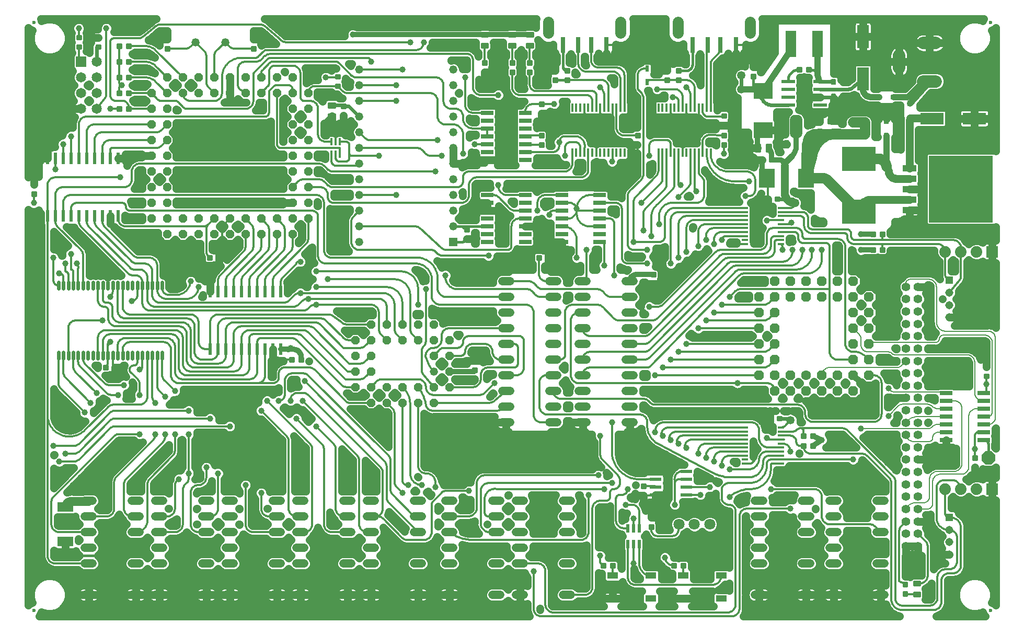
<source format=gtl>
G75*
%MOIN*%
%OFA0B0*%
%FSLAX24Y24*%
%IPPOS*%
%LPD*%
%AMOC8*
5,1,8,0,0,1.08239X$1,22.5*
%
%ADD10OC8,0.0520*%
%ADD11C,0.0217*%
%ADD12C,0.0520*%
%ADD13R,0.0780X0.0220*%
%ADD14R,0.0220X0.0520*%
%ADD15R,0.0520X0.0520*%
%ADD16C,0.0520*%
%ADD17R,0.0390X0.0120*%
%ADD18R,0.0137X0.0550*%
%ADD19C,0.0800*%
%ADD20R,0.0515X0.0515*%
%ADD21C,0.0515*%
%ADD22C,0.0088*%
%ADD23R,0.0709X0.0433*%
%ADD24C,0.0709*%
%ADD25R,0.0800X0.0260*%
%ADD26R,0.1500X0.0750*%
%ADD27R,0.0750X0.1500*%
%ADD28R,0.1000X0.1200*%
%ADD29R,0.1200X0.1000*%
%ADD30R,0.0669X0.1654*%
%ADD31R,0.1000X0.0600*%
%ADD32C,0.0079*%
%ADD33C,0.0236*%
%ADD34C,0.0630*%
%ADD35OC8,0.0630*%
%ADD36R,0.0220X0.0780*%
%ADD37R,0.0315X0.0984*%
%ADD38C,0.0700*%
%ADD39R,0.0866X0.0236*%
%ADD40R,0.4098X0.4252*%
%ADD41R,0.0850X0.0420*%
%ADD42R,0.0315X0.0551*%
%ADD43R,0.0315X0.0748*%
%ADD44C,0.0600*%
%ADD45C,0.0100*%
%ADD46R,0.0740X0.0740*%
%ADD47C,0.0740*%
%ADD48C,0.0554*%
%ADD49OC8,0.0850*%
%ADD50R,0.2165X0.1575*%
%ADD51R,0.0140X0.0460*%
%ADD52R,0.0650X0.0650*%
%ADD53C,0.0650*%
%ADD54R,0.0236X0.0394*%
%ADD55C,0.0500*%
%ADD56C,0.0120*%
%ADD57C,0.0396*%
%ADD58C,0.0160*%
%ADD59C,0.0240*%
%ADD60C,0.0357*%
%ADD61C,0.0400*%
%ADD62C,0.0320*%
%ADD63C,0.0531*%
%ADD64C,0.0560*%
%ADD65C,0.0660*%
%ADD66C,0.0080*%
D10*
X021850Y015600D03*
X022850Y015600D03*
X022850Y014600D03*
X023850Y014600D03*
X023850Y015600D03*
X024850Y015600D03*
X025850Y015600D03*
X025850Y014600D03*
X024850Y014600D03*
X026850Y014600D03*
X026850Y015600D03*
X027850Y015600D03*
X027850Y016600D03*
X027850Y017600D03*
X026850Y017600D03*
X026850Y018600D03*
X027850Y018600D03*
X026850Y019600D03*
X025850Y019600D03*
X024850Y019600D03*
X024850Y018600D03*
X025850Y018600D03*
X023850Y018600D03*
X023850Y019600D03*
X022850Y019600D03*
X022850Y018600D03*
X021850Y018600D03*
X021850Y017600D03*
X022850Y017600D03*
X022850Y016600D03*
X021850Y016600D03*
X017850Y025350D03*
X017850Y026350D03*
X018850Y026350D03*
X018850Y027350D03*
X017850Y027350D03*
X016850Y026350D03*
X016850Y025350D03*
X015850Y025350D03*
X014850Y025350D03*
X014850Y026350D03*
X015850Y026350D03*
X013850Y026350D03*
X012850Y026350D03*
X012850Y025350D03*
X013850Y025350D03*
X011850Y025350D03*
X010850Y025350D03*
X010850Y026350D03*
X011850Y026350D03*
X009850Y026350D03*
X009850Y025350D03*
X008850Y026350D03*
X008850Y027350D03*
X009850Y027350D03*
X009850Y028350D03*
X009850Y029350D03*
X009850Y030350D03*
X009850Y031350D03*
X009850Y032350D03*
X008850Y032350D03*
X008850Y031350D03*
X008850Y030350D03*
X008850Y029350D03*
X008850Y028350D03*
X008850Y033350D03*
X008850Y034350D03*
X009850Y034350D03*
X009850Y033350D03*
X010850Y034350D03*
X011850Y034350D03*
X011850Y035350D03*
X010850Y035350D03*
X009850Y035350D03*
X012850Y035350D03*
X013850Y035350D03*
X013850Y034350D03*
X012850Y034350D03*
X014850Y034350D03*
X015850Y034350D03*
X015850Y035350D03*
X014850Y035350D03*
X016850Y035350D03*
X016850Y034350D03*
X017850Y034350D03*
X018850Y034350D03*
X018850Y033350D03*
X017850Y033350D03*
X017850Y032350D03*
X018850Y032350D03*
X018850Y031350D03*
X017850Y031350D03*
X017850Y030350D03*
X018850Y030350D03*
X018850Y029350D03*
X017850Y029350D03*
X017850Y028350D03*
X018850Y028350D03*
X017850Y035350D03*
D11*
X009532Y022293D02*
X009532Y022293D01*
X009532Y021879D01*
X009532Y021879D01*
X009532Y022293D01*
X009532Y022095D02*
X009532Y022095D01*
X009217Y022293D02*
X009217Y022293D01*
X009217Y021879D01*
X009217Y021879D01*
X009217Y022293D01*
X009217Y022095D02*
X009217Y022095D01*
X008902Y022293D02*
X008902Y022293D01*
X008902Y021879D01*
X008902Y021879D01*
X008902Y022293D01*
X008902Y022095D02*
X008902Y022095D01*
X008587Y022293D02*
X008587Y022293D01*
X008587Y021879D01*
X008587Y021879D01*
X008587Y022293D01*
X008587Y022095D02*
X008587Y022095D01*
X008272Y022293D02*
X008272Y022293D01*
X008272Y021879D01*
X008272Y021879D01*
X008272Y022293D01*
X008272Y022095D02*
X008272Y022095D01*
X007957Y022293D02*
X007957Y022293D01*
X007957Y021879D01*
X007957Y021879D01*
X007957Y022293D01*
X007957Y022095D02*
X007957Y022095D01*
X007642Y022293D02*
X007642Y022293D01*
X007642Y021879D01*
X007642Y021879D01*
X007642Y022293D01*
X007642Y022095D02*
X007642Y022095D01*
X007327Y022293D02*
X007327Y022293D01*
X007327Y021879D01*
X007327Y021879D01*
X007327Y022293D01*
X007327Y022095D02*
X007327Y022095D01*
X007012Y022293D02*
X007012Y022293D01*
X007012Y021879D01*
X007012Y021879D01*
X007012Y022293D01*
X007012Y022095D02*
X007012Y022095D01*
X006697Y022293D02*
X006697Y022293D01*
X006697Y021879D01*
X006697Y021879D01*
X006697Y022293D01*
X006697Y022095D02*
X006697Y022095D01*
X006382Y022293D02*
X006382Y022293D01*
X006382Y021879D01*
X006382Y021879D01*
X006382Y022293D01*
X006382Y022095D02*
X006382Y022095D01*
X006068Y022293D02*
X006068Y022293D01*
X006068Y021879D01*
X006068Y021879D01*
X006068Y022293D01*
X006068Y022095D02*
X006068Y022095D01*
X005753Y022293D02*
X005753Y022293D01*
X005753Y021879D01*
X005753Y021879D01*
X005753Y022293D01*
X005753Y022095D02*
X005753Y022095D01*
X005438Y022293D02*
X005438Y022293D01*
X005438Y021879D01*
X005438Y021879D01*
X005438Y022293D01*
X005438Y022095D02*
X005438Y022095D01*
X005123Y022293D02*
X005123Y022293D01*
X005123Y021879D01*
X005123Y021879D01*
X005123Y022293D01*
X005123Y022095D02*
X005123Y022095D01*
X004808Y022293D02*
X004808Y022293D01*
X004808Y021879D01*
X004808Y021879D01*
X004808Y022293D01*
X004808Y022095D02*
X004808Y022095D01*
X004493Y022293D02*
X004493Y022293D01*
X004493Y021879D01*
X004493Y021879D01*
X004493Y022293D01*
X004493Y022095D02*
X004493Y022095D01*
X004178Y022293D02*
X004178Y022293D01*
X004178Y021879D01*
X004178Y021879D01*
X004178Y022293D01*
X004178Y022095D02*
X004178Y022095D01*
X003863Y022293D02*
X003863Y022293D01*
X003863Y021879D01*
X003863Y021879D01*
X003863Y022293D01*
X003863Y022095D02*
X003863Y022095D01*
X003548Y022293D02*
X003548Y022293D01*
X003548Y021879D01*
X003548Y021879D01*
X003548Y022293D01*
X003548Y022095D02*
X003548Y022095D01*
X003233Y022293D02*
X003233Y022293D01*
X003233Y021879D01*
X003233Y021879D01*
X003233Y022293D01*
X003233Y022095D02*
X003233Y022095D01*
X002918Y022293D02*
X002918Y022293D01*
X002918Y021879D01*
X002918Y021879D01*
X002918Y022293D01*
X002918Y022095D02*
X002918Y022095D01*
X002918Y017407D02*
X002918Y017407D01*
X002918Y017821D01*
X002918Y017821D01*
X002918Y017407D01*
X002918Y017623D02*
X002918Y017623D01*
X003233Y017407D02*
X003233Y017407D01*
X003233Y017821D01*
X003233Y017821D01*
X003233Y017407D01*
X003233Y017623D02*
X003233Y017623D01*
X003548Y017407D02*
X003548Y017407D01*
X003548Y017821D01*
X003548Y017821D01*
X003548Y017407D01*
X003548Y017623D02*
X003548Y017623D01*
X003863Y017407D02*
X003863Y017407D01*
X003863Y017821D01*
X003863Y017821D01*
X003863Y017407D01*
X003863Y017623D02*
X003863Y017623D01*
X004178Y017407D02*
X004178Y017407D01*
X004178Y017821D01*
X004178Y017821D01*
X004178Y017407D01*
X004178Y017623D02*
X004178Y017623D01*
X004493Y017407D02*
X004493Y017407D01*
X004493Y017821D01*
X004493Y017821D01*
X004493Y017407D01*
X004493Y017623D02*
X004493Y017623D01*
X004808Y017407D02*
X004808Y017407D01*
X004808Y017821D01*
X004808Y017821D01*
X004808Y017407D01*
X004808Y017623D02*
X004808Y017623D01*
X005123Y017407D02*
X005123Y017407D01*
X005123Y017821D01*
X005123Y017821D01*
X005123Y017407D01*
X005123Y017623D02*
X005123Y017623D01*
X005438Y017407D02*
X005438Y017407D01*
X005438Y017821D01*
X005438Y017821D01*
X005438Y017407D01*
X005438Y017623D02*
X005438Y017623D01*
X005753Y017407D02*
X005753Y017407D01*
X005753Y017821D01*
X005753Y017821D01*
X005753Y017407D01*
X005753Y017623D02*
X005753Y017623D01*
X006068Y017407D02*
X006068Y017407D01*
X006068Y017821D01*
X006068Y017821D01*
X006068Y017407D01*
X006068Y017623D02*
X006068Y017623D01*
X006382Y017407D02*
X006382Y017407D01*
X006382Y017821D01*
X006382Y017821D01*
X006382Y017407D01*
X006382Y017623D02*
X006382Y017623D01*
X006697Y017407D02*
X006697Y017407D01*
X006697Y017821D01*
X006697Y017821D01*
X006697Y017407D01*
X006697Y017623D02*
X006697Y017623D01*
X007012Y017407D02*
X007012Y017407D01*
X007012Y017821D01*
X007012Y017821D01*
X007012Y017407D01*
X007012Y017623D02*
X007012Y017623D01*
X007327Y017407D02*
X007327Y017407D01*
X007327Y017821D01*
X007327Y017821D01*
X007327Y017407D01*
X007327Y017623D02*
X007327Y017623D01*
X007642Y017407D02*
X007642Y017407D01*
X007642Y017821D01*
X007642Y017821D01*
X007642Y017407D01*
X007642Y017623D02*
X007642Y017623D01*
X007957Y017407D02*
X007957Y017407D01*
X007957Y017821D01*
X007957Y017821D01*
X007957Y017407D01*
X007957Y017623D02*
X007957Y017623D01*
X008272Y017407D02*
X008272Y017407D01*
X008272Y017821D01*
X008272Y017821D01*
X008272Y017407D01*
X008272Y017623D02*
X008272Y017623D01*
X008587Y017407D02*
X008587Y017407D01*
X008587Y017821D01*
X008587Y017821D01*
X008587Y017407D01*
X008587Y017623D02*
X008587Y017623D01*
X008902Y017407D02*
X008902Y017407D01*
X008902Y017821D01*
X008902Y017821D01*
X008902Y017407D01*
X008902Y017623D02*
X008902Y017623D01*
X009217Y017407D02*
X009217Y017407D01*
X009217Y017821D01*
X009217Y017821D01*
X009217Y017407D01*
X009217Y017623D02*
X009217Y017623D01*
X009532Y017407D02*
X009532Y017407D01*
X009532Y017821D01*
X009532Y017821D01*
X009532Y017407D01*
X009532Y017623D02*
X009532Y017623D01*
D12*
X009610Y008350D02*
X009090Y008350D01*
X008110Y008350D02*
X007590Y008350D01*
X007590Y007350D02*
X008110Y007350D01*
X009090Y007350D02*
X009610Y007350D01*
X009610Y006350D02*
X009090Y006350D01*
X008110Y006350D02*
X007590Y006350D01*
X009090Y005350D02*
X009610Y005350D01*
X009610Y004350D02*
X009090Y004350D01*
X008110Y004350D02*
X007590Y004350D01*
X005110Y004350D02*
X004590Y004350D01*
X004590Y005350D02*
X005110Y005350D01*
X005110Y006350D02*
X004590Y006350D01*
X004590Y007350D02*
X005110Y007350D01*
X005110Y008350D02*
X004590Y008350D01*
X012090Y008350D02*
X012610Y008350D01*
X013590Y008350D02*
X014110Y008350D01*
X014110Y007350D02*
X013590Y007350D01*
X012610Y007350D02*
X012090Y007350D01*
X012090Y006350D02*
X012610Y006350D01*
X013590Y006350D02*
X014110Y006350D01*
X014110Y005350D02*
X013590Y005350D01*
X013590Y004350D02*
X014110Y004350D01*
X012610Y004350D02*
X012090Y004350D01*
X012090Y002350D02*
X012610Y002350D01*
X013590Y002350D02*
X014110Y002350D01*
X016590Y002350D02*
X017110Y002350D01*
X018090Y002350D02*
X018610Y002350D01*
X018610Y004350D02*
X018090Y004350D01*
X017110Y004350D02*
X016590Y004350D01*
X018090Y005350D02*
X018610Y005350D01*
X018610Y006350D02*
X018090Y006350D01*
X017110Y006350D02*
X016590Y006350D01*
X016590Y007350D02*
X017110Y007350D01*
X018090Y007350D02*
X018610Y007350D01*
X018610Y008350D02*
X018090Y008350D01*
X017110Y008350D02*
X016590Y008350D01*
X021090Y008350D02*
X021610Y008350D01*
X022590Y008350D02*
X023110Y008350D01*
X023110Y007350D02*
X022590Y007350D01*
X021610Y007350D02*
X021090Y007350D01*
X021090Y006350D02*
X021610Y006350D01*
X022590Y006350D02*
X023110Y006350D01*
X023110Y005350D02*
X022590Y005350D01*
X022590Y004350D02*
X023110Y004350D01*
X021610Y004350D02*
X021090Y004350D01*
X021090Y002350D02*
X021610Y002350D01*
X022590Y002350D02*
X023110Y002350D01*
X025590Y002350D02*
X026110Y002350D01*
X027590Y002350D02*
X028110Y002350D01*
X028110Y004350D02*
X027590Y004350D01*
X027590Y005350D02*
X028110Y005350D01*
X028110Y006350D02*
X027590Y006350D01*
X027590Y007350D02*
X028110Y007350D01*
X028110Y008350D02*
X027590Y008350D01*
X026110Y008350D02*
X025590Y008350D01*
X025590Y007350D02*
X026110Y007350D01*
X026110Y006350D02*
X025590Y006350D01*
X025590Y004350D02*
X026110Y004350D01*
X030590Y004350D02*
X031110Y004350D01*
X032090Y004350D02*
X032610Y004350D01*
X032610Y005350D02*
X032090Y005350D01*
X032090Y006350D02*
X032610Y006350D01*
X032610Y007350D02*
X032090Y007350D01*
X031110Y007350D02*
X030590Y007350D01*
X030590Y008350D02*
X031110Y008350D01*
X032090Y008350D02*
X032610Y008350D01*
X035090Y008350D02*
X035610Y008350D01*
X035610Y007350D02*
X035090Y007350D01*
X035090Y006350D02*
X035610Y006350D01*
X035610Y004350D02*
X035090Y004350D01*
X035090Y002350D02*
X035610Y002350D01*
X032610Y002350D02*
X032090Y002350D01*
X031110Y002350D02*
X030590Y002350D01*
X030590Y006350D02*
X031110Y006350D01*
X031215Y013350D02*
X031735Y013350D01*
X031735Y014350D02*
X031215Y014350D01*
X031215Y015350D02*
X031735Y015350D01*
X031735Y016350D02*
X031215Y016350D01*
X031215Y017350D02*
X031735Y017350D01*
X031735Y018350D02*
X031215Y018350D01*
X031215Y019350D02*
X031735Y019350D01*
X031735Y020350D02*
X031215Y020350D01*
X031215Y021350D02*
X031735Y021350D01*
X031735Y022350D02*
X031215Y022350D01*
X034215Y022350D02*
X034735Y022350D01*
X036090Y022350D02*
X036610Y022350D01*
X036610Y021350D02*
X036090Y021350D01*
X036090Y020350D02*
X036610Y020350D01*
X036610Y019350D02*
X036090Y019350D01*
X036090Y018350D02*
X036610Y018350D01*
X036610Y017350D02*
X036090Y017350D01*
X034735Y017350D02*
X034215Y017350D01*
X034215Y018350D02*
X034735Y018350D01*
X034735Y019350D02*
X034215Y019350D01*
X034215Y020350D02*
X034735Y020350D01*
X034735Y021350D02*
X034215Y021350D01*
X039090Y021350D02*
X039610Y021350D01*
X039610Y020350D02*
X039090Y020350D01*
X039090Y019350D02*
X039610Y019350D01*
X039610Y018350D02*
X039090Y018350D01*
X039090Y017350D02*
X039610Y017350D01*
X039610Y016350D02*
X039090Y016350D01*
X039090Y015350D02*
X039610Y015350D01*
X039610Y014350D02*
X039090Y014350D01*
X039090Y013350D02*
X039610Y013350D01*
X036610Y013350D02*
X036090Y013350D01*
X036090Y014350D02*
X036610Y014350D01*
X036610Y015350D02*
X036090Y015350D01*
X036090Y016350D02*
X036610Y016350D01*
X034735Y016350D02*
X034215Y016350D01*
X034215Y015350D02*
X034735Y015350D01*
X034735Y014350D02*
X034215Y014350D01*
X034215Y013350D02*
X034735Y013350D01*
X039090Y022350D02*
X039610Y022350D01*
X047340Y008350D02*
X047860Y008350D01*
X047860Y007350D02*
X047340Y007350D01*
X047340Y006350D02*
X047860Y006350D01*
X047860Y005350D02*
X047340Y005350D01*
X047340Y004350D02*
X047860Y004350D01*
X047860Y002350D02*
X047340Y002350D01*
X050340Y002350D02*
X050860Y002350D01*
X052090Y002350D02*
X052610Y002350D01*
X052610Y004350D02*
X052090Y004350D01*
X052090Y005350D02*
X052610Y005350D01*
X052610Y006350D02*
X052090Y006350D01*
X050860Y006350D02*
X050340Y006350D01*
X050340Y007350D02*
X050860Y007350D01*
X050860Y008350D02*
X050340Y008350D01*
X052090Y008350D02*
X052610Y008350D01*
X052610Y007350D02*
X052090Y007350D01*
X055090Y007350D02*
X055610Y007350D01*
X055610Y008350D02*
X055090Y008350D01*
X055090Y006350D02*
X055610Y006350D01*
X055610Y004350D02*
X055090Y004350D01*
X055090Y002350D02*
X055610Y002350D01*
X050860Y004350D02*
X050340Y004350D01*
X009610Y002350D02*
X009090Y002350D01*
X008110Y002350D02*
X007590Y002350D01*
X005110Y002350D02*
X004590Y002350D01*
D13*
X041005Y008725D03*
X041005Y009225D03*
X041005Y009725D03*
X041005Y010225D03*
X042945Y010225D03*
X042945Y009725D03*
X042945Y009225D03*
X042945Y008725D03*
D14*
X039970Y006600D03*
X039600Y006600D03*
X039230Y006600D03*
X039230Y005600D03*
X039600Y005600D03*
X039970Y005600D03*
D15*
X028100Y024850D03*
D16*
X028100Y025850D03*
X028100Y026850D03*
X028100Y027850D03*
X028100Y028850D03*
X028100Y029850D03*
X028100Y030850D03*
X028100Y031850D03*
X028100Y032850D03*
X028100Y033850D03*
X028100Y034850D03*
X028100Y035850D03*
X022100Y035850D03*
X022100Y034850D03*
X022100Y033850D03*
X022100Y032850D03*
X022100Y031850D03*
X022100Y030850D03*
X022100Y029850D03*
X022100Y028850D03*
X022100Y027850D03*
X022100Y026850D03*
X022100Y025850D03*
X022100Y024850D03*
X026850Y016600D03*
X013550Y037600D03*
X011650Y037600D03*
D17*
X046701Y027021D03*
X046701Y026765D03*
X046701Y026509D03*
X046701Y026254D03*
X046701Y025998D03*
X046701Y025742D03*
X046701Y025486D03*
X046701Y025230D03*
X046701Y024974D03*
X046701Y024718D03*
X048999Y024718D03*
X048999Y024974D03*
X048999Y025230D03*
X048999Y025486D03*
X048999Y025742D03*
X048999Y025998D03*
X048999Y026254D03*
X048999Y026509D03*
X048999Y026765D03*
X048999Y027021D03*
X048999Y013021D03*
X048999Y012765D03*
X048999Y012509D03*
X048999Y012254D03*
X048999Y011998D03*
X048999Y011742D03*
X048999Y011486D03*
X048999Y011230D03*
X048999Y010974D03*
X048999Y010718D03*
X046701Y010718D03*
X046701Y010974D03*
X046701Y011230D03*
X046701Y011486D03*
X046701Y011742D03*
X046701Y011998D03*
X046701Y012254D03*
X046701Y012509D03*
X046701Y012765D03*
X046701Y013021D03*
D18*
X044513Y030536D03*
X044257Y030536D03*
X044002Y030536D03*
X043746Y030536D03*
X043490Y030536D03*
X043234Y030536D03*
X042978Y030536D03*
X042722Y030536D03*
X042466Y030536D03*
X042210Y030536D03*
X041954Y030536D03*
X041698Y030536D03*
X041443Y030536D03*
X041187Y030536D03*
X039013Y030536D03*
X038757Y030536D03*
X038502Y030536D03*
X038246Y030536D03*
X037990Y030536D03*
X037734Y030536D03*
X037478Y030536D03*
X037222Y030536D03*
X036966Y030536D03*
X036710Y030536D03*
X036454Y030536D03*
X036198Y030536D03*
X035943Y030536D03*
X035687Y030536D03*
X035687Y033414D03*
X035943Y033414D03*
X036198Y033414D03*
X036454Y033414D03*
X036710Y033414D03*
X036966Y033414D03*
X037222Y033414D03*
X037478Y033414D03*
X037734Y033414D03*
X037990Y033414D03*
X038246Y033414D03*
X038502Y033414D03*
X038757Y033414D03*
X039013Y033414D03*
X041187Y033414D03*
X041443Y033414D03*
X041698Y033414D03*
X041954Y033414D03*
X042210Y033414D03*
X042466Y033414D03*
X042722Y033414D03*
X042978Y033414D03*
X043234Y033414D03*
X043490Y033414D03*
X043746Y033414D03*
X044002Y033414D03*
X044257Y033414D03*
X044513Y033414D03*
D19*
X056525Y035950D02*
X056525Y036750D01*
X058075Y037550D02*
X058875Y037550D01*
X058875Y035100D02*
X058075Y035100D01*
D20*
X059725Y022406D03*
X059725Y007281D03*
D21*
X059725Y006494D03*
X059725Y005706D03*
X059725Y004919D03*
X059725Y020044D03*
X059725Y020831D03*
X059725Y021619D03*
D22*
X055594Y024481D02*
X055332Y024481D01*
X055594Y024481D02*
X055594Y024219D01*
X055332Y024219D01*
X055332Y024481D01*
X055332Y024306D02*
X055594Y024306D01*
X055594Y024393D02*
X055332Y024393D01*
X055332Y024480D02*
X055594Y024480D01*
X054994Y024481D02*
X054732Y024481D01*
X054994Y024481D02*
X054994Y024219D01*
X054732Y024219D01*
X054732Y024481D01*
X054732Y024306D02*
X054994Y024306D01*
X054994Y024393D02*
X054732Y024393D01*
X054732Y024480D02*
X054994Y024480D01*
X054994Y025481D02*
X054732Y025481D01*
X054994Y025481D02*
X054994Y025219D01*
X054732Y025219D01*
X054732Y025481D01*
X054732Y025306D02*
X054994Y025306D01*
X054994Y025393D02*
X054732Y025393D01*
X054732Y025480D02*
X054994Y025480D01*
X055332Y025481D02*
X055594Y025481D01*
X055594Y025219D01*
X055332Y025219D01*
X055332Y025481D01*
X055332Y025306D02*
X055594Y025306D01*
X055594Y025393D02*
X055332Y025393D01*
X055332Y025480D02*
X055594Y025480D01*
X048906Y027469D02*
X048644Y027469D01*
X048644Y027731D01*
X048906Y027731D01*
X048906Y027469D01*
X048906Y027556D02*
X048644Y027556D01*
X048644Y027643D02*
X048906Y027643D01*
X048906Y027730D02*
X048644Y027730D01*
X048306Y027469D02*
X048044Y027469D01*
X048044Y027731D01*
X048306Y027731D01*
X048306Y027469D01*
X048306Y027556D02*
X048044Y027556D01*
X048044Y027643D02*
X048306Y027643D01*
X048306Y027730D02*
X048044Y027730D01*
X047931Y029969D02*
X047669Y029969D01*
X047669Y030231D01*
X047931Y030231D01*
X047931Y029969D01*
X047931Y030056D02*
X047669Y030056D01*
X047669Y030143D02*
X047931Y030143D01*
X047931Y030230D02*
X047669Y030230D01*
X048269Y029969D02*
X048531Y029969D01*
X048269Y029969D02*
X048269Y030231D01*
X048531Y030231D01*
X048531Y029969D01*
X048531Y030056D02*
X048269Y030056D01*
X048269Y030143D02*
X048531Y030143D01*
X048531Y030230D02*
X048269Y030230D01*
X045219Y030919D02*
X045219Y031181D01*
X045481Y031181D01*
X045481Y030919D01*
X045219Y030919D01*
X045219Y031006D02*
X045481Y031006D01*
X045481Y031093D02*
X045219Y031093D01*
X045219Y031180D02*
X045481Y031180D01*
X045219Y031519D02*
X045219Y031781D01*
X045481Y031781D01*
X045481Y031519D01*
X045219Y031519D01*
X045219Y031606D02*
X045481Y031606D01*
X045481Y031693D02*
X045219Y031693D01*
X045219Y031780D02*
X045481Y031780D01*
X045481Y032169D02*
X045481Y032431D01*
X045481Y032169D02*
X045219Y032169D01*
X045219Y032431D01*
X045481Y032431D01*
X045481Y032256D02*
X045219Y032256D01*
X045219Y032343D02*
X045481Y032343D01*
X045481Y032430D02*
X045219Y032430D01*
X045481Y032769D02*
X045481Y033031D01*
X045481Y032769D02*
X045219Y032769D01*
X045219Y033031D01*
X045481Y033031D01*
X045481Y032856D02*
X045219Y032856D01*
X045219Y032943D02*
X045481Y032943D01*
X045481Y033030D02*
X045219Y033030D01*
X047094Y035294D02*
X047094Y035556D01*
X047356Y035556D01*
X047356Y035294D01*
X047094Y035294D01*
X047094Y035381D02*
X047356Y035381D01*
X047356Y035468D02*
X047094Y035468D01*
X047094Y035555D02*
X047356Y035555D01*
X047094Y035894D02*
X047094Y036156D01*
X047356Y036156D01*
X047356Y035894D01*
X047094Y035894D01*
X047094Y035981D02*
X047356Y035981D01*
X047356Y036068D02*
X047094Y036068D01*
X047094Y036155D02*
X047356Y036155D01*
X050044Y035719D02*
X050306Y035719D01*
X050044Y035719D02*
X050044Y035981D01*
X050306Y035981D01*
X050306Y035719D01*
X050306Y035806D02*
X050044Y035806D01*
X050044Y035893D02*
X050306Y035893D01*
X050306Y035980D02*
X050044Y035980D01*
X050644Y035719D02*
X050906Y035719D01*
X050644Y035719D02*
X050644Y035981D01*
X050906Y035981D01*
X050906Y035719D01*
X050906Y035806D02*
X050644Y035806D01*
X050644Y035893D02*
X050906Y035893D01*
X050906Y035980D02*
X050644Y035980D01*
X051344Y032656D02*
X051344Y032394D01*
X051344Y032656D02*
X051606Y032656D01*
X051606Y032394D01*
X051344Y032394D01*
X051344Y032481D02*
X051606Y032481D01*
X051606Y032568D02*
X051344Y032568D01*
X051344Y032655D02*
X051606Y032655D01*
X051344Y032056D02*
X051344Y031794D01*
X051344Y032056D02*
X051606Y032056D01*
X051606Y031794D01*
X051344Y031794D01*
X051344Y031881D02*
X051606Y031881D01*
X051606Y031968D02*
X051344Y031968D01*
X051344Y032055D02*
X051606Y032055D01*
X042606Y035044D02*
X042606Y035306D01*
X042606Y035044D02*
X042344Y035044D01*
X042344Y035306D01*
X042606Y035306D01*
X042606Y035131D02*
X042344Y035131D01*
X042344Y035218D02*
X042606Y035218D01*
X042606Y035305D02*
X042344Y035305D01*
X042606Y035644D02*
X042606Y035906D01*
X042606Y035644D02*
X042344Y035644D01*
X042344Y035906D01*
X042606Y035906D01*
X042606Y035731D02*
X042344Y035731D01*
X042344Y035818D02*
X042606Y035818D01*
X042606Y035905D02*
X042344Y035905D01*
X041594Y035906D02*
X041594Y035644D01*
X041594Y035906D02*
X041856Y035906D01*
X041856Y035644D01*
X041594Y035644D01*
X041594Y035731D02*
X041856Y035731D01*
X041856Y035818D02*
X041594Y035818D01*
X041594Y035905D02*
X041856Y035905D01*
X041594Y035306D02*
X041594Y035044D01*
X041594Y035306D02*
X041856Y035306D01*
X041856Y035044D01*
X041594Y035044D01*
X041594Y035131D02*
X041856Y035131D01*
X041856Y035218D02*
X041594Y035218D01*
X041594Y035305D02*
X041856Y035305D01*
X039981Y031781D02*
X039981Y031519D01*
X039719Y031519D01*
X039719Y031781D01*
X039981Y031781D01*
X039981Y031606D02*
X039719Y031606D01*
X039719Y031693D02*
X039981Y031693D01*
X039981Y031780D02*
X039719Y031780D01*
X039981Y031181D02*
X039981Y030919D01*
X039719Y030919D01*
X039719Y031181D01*
X039981Y031181D01*
X039981Y031006D02*
X039719Y031006D01*
X039719Y031093D02*
X039981Y031093D01*
X039981Y031180D02*
X039719Y031180D01*
X035481Y035044D02*
X035481Y035306D01*
X035481Y035044D02*
X035219Y035044D01*
X035219Y035306D01*
X035481Y035306D01*
X035481Y035131D02*
X035219Y035131D01*
X035219Y035218D02*
X035481Y035218D01*
X035481Y035305D02*
X035219Y035305D01*
X035481Y035644D02*
X035481Y035906D01*
X035481Y035644D02*
X035219Y035644D01*
X035219Y035906D01*
X035481Y035906D01*
X035481Y035731D02*
X035219Y035731D01*
X035219Y035818D02*
X035481Y035818D01*
X035481Y035905D02*
X035219Y035905D01*
X034469Y035906D02*
X034469Y035644D01*
X034469Y035906D02*
X034731Y035906D01*
X034731Y035644D01*
X034469Y035644D01*
X034469Y035731D02*
X034731Y035731D01*
X034731Y035818D02*
X034469Y035818D01*
X034469Y035905D02*
X034731Y035905D01*
X034469Y035306D02*
X034469Y035044D01*
X034469Y035306D02*
X034731Y035306D01*
X034731Y035044D01*
X034469Y035044D01*
X034469Y035131D02*
X034731Y035131D01*
X034731Y035218D02*
X034469Y035218D01*
X034469Y035305D02*
X034731Y035305D01*
X033106Y035544D02*
X033106Y035806D01*
X033106Y035544D02*
X032844Y035544D01*
X032844Y035806D01*
X033106Y035806D01*
X033106Y035631D02*
X032844Y035631D01*
X032844Y035718D02*
X033106Y035718D01*
X033106Y035805D02*
X032844Y035805D01*
X033106Y036144D02*
X033106Y036406D01*
X033106Y036144D02*
X032844Y036144D01*
X032844Y036406D01*
X033106Y036406D01*
X033106Y036231D02*
X032844Y036231D01*
X032844Y036318D02*
X033106Y036318D01*
X033106Y036405D02*
X032844Y036405D01*
X031981Y036406D02*
X031981Y036144D01*
X031719Y036144D01*
X031719Y036406D01*
X031981Y036406D01*
X031981Y036231D02*
X031719Y036231D01*
X031719Y036318D02*
X031981Y036318D01*
X031981Y036405D02*
X031719Y036405D01*
X031981Y035806D02*
X031981Y035544D01*
X031719Y035544D01*
X031719Y035806D01*
X031981Y035806D01*
X031981Y035631D02*
X031719Y035631D01*
X031719Y035718D02*
X031981Y035718D01*
X031981Y035805D02*
X031719Y035805D01*
X030231Y035806D02*
X030231Y035544D01*
X029969Y035544D01*
X029969Y035806D01*
X030231Y035806D01*
X030231Y035631D02*
X029969Y035631D01*
X029969Y035718D02*
X030231Y035718D01*
X030231Y035805D02*
X029969Y035805D01*
X030231Y036144D02*
X030231Y036406D01*
X030231Y036144D02*
X029969Y036144D01*
X029969Y036406D01*
X030231Y036406D01*
X030231Y036231D02*
X029969Y036231D01*
X029969Y036318D02*
X030231Y036318D01*
X030231Y036405D02*
X029969Y036405D01*
X029894Y037244D02*
X029894Y037506D01*
X030306Y037506D01*
X030306Y037244D01*
X029894Y037244D01*
X029894Y037331D02*
X030306Y037331D01*
X030306Y037418D02*
X029894Y037418D01*
X029894Y037505D02*
X030306Y037505D01*
X029894Y037944D02*
X029894Y038206D01*
X030306Y038206D01*
X030306Y037944D01*
X029894Y037944D01*
X029894Y038031D02*
X030306Y038031D01*
X030306Y038118D02*
X029894Y038118D01*
X029894Y038205D02*
X030306Y038205D01*
X031644Y038206D02*
X031644Y037944D01*
X031644Y038206D02*
X032056Y038206D01*
X032056Y037944D01*
X031644Y037944D01*
X031644Y038031D02*
X032056Y038031D01*
X032056Y038118D02*
X031644Y038118D01*
X031644Y038205D02*
X032056Y038205D01*
X032769Y038206D02*
X032769Y037944D01*
X032769Y038206D02*
X033181Y038206D01*
X033181Y037944D01*
X032769Y037944D01*
X032769Y038031D02*
X033181Y038031D01*
X033181Y038118D02*
X032769Y038118D01*
X032769Y038205D02*
X033181Y038205D01*
X032769Y037506D02*
X032769Y037244D01*
X032769Y037506D02*
X033181Y037506D01*
X033181Y037244D01*
X032769Y037244D01*
X032769Y037331D02*
X033181Y037331D01*
X033181Y037418D02*
X032769Y037418D01*
X032769Y037505D02*
X033181Y037505D01*
X031644Y037506D02*
X031644Y037244D01*
X031644Y037506D02*
X032056Y037506D01*
X032056Y037244D01*
X031644Y037244D01*
X031644Y037331D02*
X032056Y037331D01*
X032056Y037418D02*
X031644Y037418D01*
X031644Y037505D02*
X032056Y037505D01*
X033856Y033781D02*
X033856Y033519D01*
X033594Y033519D01*
X033594Y033781D01*
X033856Y033781D01*
X033856Y033606D02*
X033594Y033606D01*
X033594Y033693D02*
X033856Y033693D01*
X033856Y033780D02*
X033594Y033780D01*
X033856Y033181D02*
X033856Y032919D01*
X033594Y032919D01*
X033594Y033181D01*
X033856Y033181D01*
X033856Y033006D02*
X033594Y033006D01*
X033594Y033093D02*
X033856Y033093D01*
X033856Y033180D02*
X033594Y033180D01*
X033594Y031781D02*
X033594Y031519D01*
X033594Y031781D02*
X033856Y031781D01*
X033856Y031519D01*
X033594Y031519D01*
X033594Y031606D02*
X033856Y031606D01*
X033856Y031693D02*
X033594Y031693D01*
X033594Y031780D02*
X033856Y031780D01*
X033594Y031181D02*
X033594Y030919D01*
X033594Y031181D02*
X033856Y031181D01*
X033856Y030919D01*
X033594Y030919D01*
X033594Y031006D02*
X033856Y031006D01*
X033856Y031093D02*
X033594Y031093D01*
X033594Y031180D02*
X033856Y031180D01*
X029106Y025781D02*
X029106Y025519D01*
X028844Y025519D01*
X028844Y025781D01*
X029106Y025781D01*
X029106Y025606D02*
X028844Y025606D01*
X028844Y025693D02*
X029106Y025693D01*
X029106Y025780D02*
X028844Y025780D01*
X029106Y025181D02*
X029106Y024919D01*
X028844Y024919D01*
X028844Y025181D01*
X029106Y025181D01*
X029106Y025006D02*
X028844Y025006D01*
X028844Y025093D02*
X029106Y025093D01*
X029106Y025180D02*
X028844Y025180D01*
X033419Y023981D02*
X033681Y023981D01*
X033681Y023719D01*
X033419Y023719D01*
X033419Y023981D01*
X033419Y023806D02*
X033681Y023806D01*
X033681Y023893D02*
X033419Y023893D01*
X033419Y023980D02*
X033681Y023980D01*
X034019Y023981D02*
X034281Y023981D01*
X034281Y023719D01*
X034019Y023719D01*
X034019Y023981D01*
X034019Y023806D02*
X034281Y023806D01*
X034281Y023893D02*
X034019Y023893D01*
X034019Y023980D02*
X034281Y023980D01*
X040981Y022906D02*
X040981Y022644D01*
X040719Y022644D01*
X040719Y022906D01*
X040981Y022906D01*
X040981Y022731D02*
X040719Y022731D01*
X040719Y022818D02*
X040981Y022818D01*
X040981Y022905D02*
X040719Y022905D01*
X040981Y022306D02*
X040981Y022044D01*
X040719Y022044D01*
X040719Y022306D01*
X040981Y022306D01*
X040981Y022131D02*
X040719Y022131D01*
X040719Y022218D02*
X040981Y022218D01*
X040981Y022305D02*
X040719Y022305D01*
X029344Y017406D02*
X029344Y017144D01*
X029344Y017406D02*
X029606Y017406D01*
X029606Y017144D01*
X029344Y017144D01*
X029344Y017231D02*
X029606Y017231D01*
X029606Y017318D02*
X029344Y017318D01*
X029344Y017405D02*
X029606Y017405D01*
X029344Y016806D02*
X029344Y016544D01*
X029344Y016806D02*
X029606Y016806D01*
X029606Y016544D01*
X029344Y016544D01*
X029344Y016631D02*
X029606Y016631D01*
X029606Y016718D02*
X029344Y016718D01*
X029344Y016805D02*
X029606Y016805D01*
X040356Y009406D02*
X040356Y009144D01*
X040094Y009144D01*
X040094Y009406D01*
X040356Y009406D01*
X040356Y009231D02*
X040094Y009231D01*
X040094Y009318D02*
X040356Y009318D01*
X040356Y009405D02*
X040094Y009405D01*
X040356Y008806D02*
X040356Y008544D01*
X040094Y008544D01*
X040094Y008806D01*
X040356Y008806D01*
X040356Y008631D02*
X040094Y008631D01*
X040094Y008718D02*
X040356Y008718D01*
X040356Y008805D02*
X040094Y008805D01*
X040856Y007406D02*
X040856Y007144D01*
X040594Y007144D01*
X040594Y007406D01*
X040856Y007406D01*
X040856Y007231D02*
X040594Y007231D01*
X040594Y007318D02*
X040856Y007318D01*
X040856Y007405D02*
X040594Y007405D01*
X040856Y006806D02*
X040856Y006544D01*
X040594Y006544D01*
X040594Y006806D01*
X040856Y006806D01*
X040856Y006631D02*
X040594Y006631D01*
X040594Y006718D02*
X040856Y006718D01*
X040856Y006805D02*
X040594Y006805D01*
X042044Y004356D02*
X042306Y004356D01*
X042306Y004094D01*
X042044Y004094D01*
X042044Y004356D01*
X042044Y004181D02*
X042306Y004181D01*
X042306Y004268D02*
X042044Y004268D01*
X042044Y004355D02*
X042306Y004355D01*
X042644Y004356D02*
X042906Y004356D01*
X042906Y004094D01*
X042644Y004094D01*
X042644Y004356D01*
X042644Y004181D02*
X042906Y004181D01*
X042906Y004268D02*
X042644Y004268D01*
X042644Y004355D02*
X042906Y004355D01*
X038406Y004356D02*
X038144Y004356D01*
X038406Y004356D02*
X038406Y004094D01*
X038144Y004094D01*
X038144Y004356D01*
X038144Y004181D02*
X038406Y004181D01*
X038406Y004268D02*
X038144Y004268D01*
X038144Y004355D02*
X038406Y004355D01*
X037806Y004356D02*
X037544Y004356D01*
X037806Y004356D02*
X037806Y004094D01*
X037544Y004094D01*
X037544Y004356D01*
X037544Y004181D02*
X037806Y004181D01*
X037806Y004268D02*
X037544Y004268D01*
X037544Y004355D02*
X037806Y004355D01*
X048169Y013469D02*
X048431Y013469D01*
X048169Y013469D02*
X048169Y013731D01*
X048431Y013731D01*
X048431Y013469D01*
X048431Y013556D02*
X048169Y013556D01*
X048169Y013643D02*
X048431Y013643D01*
X048431Y013730D02*
X048169Y013730D01*
X048769Y013469D02*
X049031Y013469D01*
X048769Y013469D02*
X048769Y013731D01*
X049031Y013731D01*
X049031Y013469D01*
X049031Y013556D02*
X048769Y013556D01*
X048769Y013643D02*
X049031Y013643D01*
X049031Y013730D02*
X048769Y013730D01*
X050294Y012344D02*
X050556Y012344D01*
X050294Y012344D02*
X050294Y012606D01*
X050556Y012606D01*
X050556Y012344D01*
X050556Y012431D02*
X050294Y012431D01*
X050294Y012518D02*
X050556Y012518D01*
X050556Y012605D02*
X050294Y012605D01*
X050894Y012344D02*
X051156Y012344D01*
X050894Y012344D02*
X050894Y012606D01*
X051156Y012606D01*
X051156Y012344D01*
X051156Y012431D02*
X050894Y012431D01*
X050894Y012518D02*
X051156Y012518D01*
X051156Y012605D02*
X050894Y012605D01*
X050894Y011719D02*
X051156Y011719D01*
X050894Y011719D02*
X050894Y011981D01*
X051156Y011981D01*
X051156Y011719D01*
X051156Y011806D02*
X050894Y011806D01*
X050894Y011893D02*
X051156Y011893D01*
X051156Y011980D02*
X050894Y011980D01*
X050556Y011719D02*
X050294Y011719D01*
X050294Y011981D01*
X050556Y011981D01*
X050556Y011719D01*
X050556Y011806D02*
X050294Y011806D01*
X050294Y011893D02*
X050556Y011893D01*
X050556Y011980D02*
X050294Y011980D01*
X061481Y011219D02*
X061481Y010957D01*
X061219Y010957D01*
X061219Y011219D01*
X061481Y011219D01*
X061481Y011044D02*
X061219Y011044D01*
X061219Y011131D02*
X061481Y011131D01*
X061481Y011218D02*
X061219Y011218D01*
X061481Y010619D02*
X061481Y010357D01*
X061219Y010357D01*
X061219Y010619D01*
X061481Y010619D01*
X061481Y010444D02*
X061219Y010444D01*
X061219Y010531D02*
X061481Y010531D01*
X061481Y010618D02*
X061219Y010618D01*
X061969Y016169D02*
X061969Y016431D01*
X062231Y016431D01*
X062231Y016169D01*
X061969Y016169D01*
X061969Y016256D02*
X062231Y016256D01*
X062231Y016343D02*
X061969Y016343D01*
X061969Y016430D02*
X062231Y016430D01*
X061969Y016769D02*
X061969Y017031D01*
X062231Y017031D01*
X062231Y016769D01*
X061969Y016769D01*
X061969Y016856D02*
X062231Y016856D01*
X062231Y016943D02*
X061969Y016943D01*
X061969Y017030D02*
X062231Y017030D01*
X057457Y003206D02*
X057457Y002944D01*
X057457Y003206D02*
X057869Y003206D01*
X057869Y002944D01*
X057457Y002944D01*
X057457Y003031D02*
X057869Y003031D01*
X057869Y003118D02*
X057457Y003118D01*
X057457Y003205D02*
X057869Y003205D01*
X056782Y003156D02*
X056782Y002894D01*
X056782Y003156D02*
X057044Y003156D01*
X057044Y002894D01*
X056782Y002894D01*
X056782Y002981D02*
X057044Y002981D01*
X057044Y003068D02*
X056782Y003068D01*
X056782Y003155D02*
X057044Y003155D01*
X056782Y002556D02*
X056782Y002294D01*
X056782Y002556D02*
X057044Y002556D01*
X057044Y002294D01*
X056782Y002294D01*
X056782Y002381D02*
X057044Y002381D01*
X057044Y002468D02*
X056782Y002468D01*
X056782Y002555D02*
X057044Y002555D01*
X057457Y002506D02*
X057457Y002244D01*
X057457Y002506D02*
X057869Y002506D01*
X057869Y002244D01*
X057457Y002244D01*
X057457Y002331D02*
X057869Y002331D01*
X057869Y002418D02*
X057457Y002418D01*
X057457Y002505D02*
X057869Y002505D01*
X018531Y017219D02*
X018269Y017219D01*
X018269Y017481D01*
X018531Y017481D01*
X018531Y017219D01*
X018531Y017306D02*
X018269Y017306D01*
X018269Y017393D02*
X018531Y017393D01*
X018531Y017480D02*
X018269Y017480D01*
X017931Y017219D02*
X017669Y017219D01*
X017669Y017481D01*
X017931Y017481D01*
X017931Y017219D01*
X017931Y017306D02*
X017669Y017306D01*
X017669Y017393D02*
X017931Y017393D01*
X017931Y017480D02*
X017669Y017480D01*
X013281Y023981D02*
X013019Y023981D01*
X013281Y023981D02*
X013281Y023719D01*
X013019Y023719D01*
X013019Y023981D01*
X013019Y023806D02*
X013281Y023806D01*
X013281Y023893D02*
X013019Y023893D01*
X013019Y023980D02*
X013281Y023980D01*
X012681Y023981D02*
X012419Y023981D01*
X012681Y023981D02*
X012681Y023719D01*
X012419Y023719D01*
X012419Y023981D01*
X012419Y023806D02*
X012681Y023806D01*
X012681Y023893D02*
X012419Y023893D01*
X012419Y023980D02*
X012681Y023980D01*
X006656Y016981D02*
X006394Y016981D01*
X006656Y016981D02*
X006656Y016719D01*
X006394Y016719D01*
X006394Y016981D01*
X006394Y016806D02*
X006656Y016806D01*
X006656Y016893D02*
X006394Y016893D01*
X006394Y016980D02*
X006656Y016980D01*
X006056Y016981D02*
X005794Y016981D01*
X006056Y016981D02*
X006056Y016719D01*
X005794Y016719D01*
X005794Y016981D01*
X005794Y016806D02*
X006056Y016806D01*
X006056Y016893D02*
X005794Y016893D01*
X005794Y016980D02*
X006056Y016980D01*
X001219Y027794D02*
X001219Y028056D01*
X001481Y028056D01*
X001481Y027794D01*
X001219Y027794D01*
X001219Y027881D02*
X001481Y027881D01*
X001481Y027968D02*
X001219Y027968D01*
X001219Y028055D02*
X001481Y028055D01*
X001219Y028394D02*
X001219Y028656D01*
X001481Y028656D01*
X001481Y028394D01*
X001219Y028394D01*
X001219Y028481D02*
X001481Y028481D01*
X001481Y028568D02*
X001219Y028568D01*
X001219Y028655D02*
X001481Y028655D01*
X006669Y033219D02*
X006931Y033219D01*
X006669Y033219D02*
X006669Y033481D01*
X006931Y033481D01*
X006931Y033219D01*
X006931Y033306D02*
X006669Y033306D01*
X006669Y033393D02*
X006931Y033393D01*
X006931Y033480D02*
X006669Y033480D01*
X007269Y033219D02*
X007531Y033219D01*
X007269Y033219D02*
X007269Y033481D01*
X007531Y033481D01*
X007531Y033219D01*
X007531Y033306D02*
X007269Y033306D01*
X007269Y033393D02*
X007531Y033393D01*
X007531Y033480D02*
X007269Y033480D01*
X007269Y034219D02*
X007531Y034219D01*
X007269Y034219D02*
X007269Y034481D01*
X007531Y034481D01*
X007531Y034219D01*
X007531Y034306D02*
X007269Y034306D01*
X007269Y034393D02*
X007531Y034393D01*
X007531Y034480D02*
X007269Y034480D01*
X006931Y034219D02*
X006669Y034219D01*
X006669Y034481D01*
X006931Y034481D01*
X006931Y034219D01*
X006931Y034306D02*
X006669Y034306D01*
X006669Y034393D02*
X006931Y034393D01*
X006931Y034480D02*
X006669Y034480D01*
X006669Y035219D02*
X006931Y035219D01*
X006669Y035219D02*
X006669Y035481D01*
X006931Y035481D01*
X006931Y035219D01*
X006931Y035306D02*
X006669Y035306D01*
X006669Y035393D02*
X006931Y035393D01*
X006931Y035480D02*
X006669Y035480D01*
X007269Y035219D02*
X007531Y035219D01*
X007269Y035219D02*
X007269Y035481D01*
X007531Y035481D01*
X007531Y035219D01*
X007531Y035306D02*
X007269Y035306D01*
X007269Y035393D02*
X007531Y035393D01*
X007531Y035480D02*
X007269Y035480D01*
X007269Y036219D02*
X007531Y036219D01*
X007269Y036219D02*
X007269Y036481D01*
X007531Y036481D01*
X007531Y036219D01*
X007531Y036306D02*
X007269Y036306D01*
X007269Y036393D02*
X007531Y036393D01*
X007531Y036480D02*
X007269Y036480D01*
X006931Y036219D02*
X006669Y036219D01*
X006669Y036481D01*
X006931Y036481D01*
X006931Y036219D01*
X006931Y036306D02*
X006669Y036306D01*
X006669Y036393D02*
X006931Y036393D01*
X006931Y036480D02*
X006669Y036480D01*
X006669Y037219D02*
X006931Y037219D01*
X006669Y037219D02*
X006669Y037481D01*
X006931Y037481D01*
X006931Y037219D01*
X006931Y037306D02*
X006669Y037306D01*
X006669Y037393D02*
X006931Y037393D01*
X006931Y037480D02*
X006669Y037480D01*
X007269Y037219D02*
X007531Y037219D01*
X007269Y037219D02*
X007269Y037481D01*
X007531Y037481D01*
X007531Y037219D01*
X007531Y037306D02*
X007269Y037306D01*
X007269Y037393D02*
X007531Y037393D01*
X007531Y037480D02*
X007269Y037480D01*
X005344Y037431D02*
X005344Y037169D01*
X005344Y037431D02*
X005606Y037431D01*
X005606Y037169D01*
X005344Y037169D01*
X005344Y037256D02*
X005606Y037256D01*
X005606Y037343D02*
X005344Y037343D01*
X005344Y037430D02*
X005606Y037430D01*
X005344Y037769D02*
X005344Y038031D01*
X005606Y038031D01*
X005606Y037769D01*
X005344Y037769D01*
X005344Y037856D02*
X005606Y037856D01*
X005606Y037943D02*
X005344Y037943D01*
X005344Y038030D02*
X005606Y038030D01*
X004356Y038031D02*
X004356Y037769D01*
X004094Y037769D01*
X004094Y038031D01*
X004356Y038031D01*
X004356Y037856D02*
X004094Y037856D01*
X004094Y037943D02*
X004356Y037943D01*
X004356Y038030D02*
X004094Y038030D01*
X004356Y037431D02*
X004356Y037169D01*
X004094Y037169D01*
X004094Y037431D01*
X004356Y037431D01*
X004356Y037256D02*
X004094Y037256D01*
X004094Y037343D02*
X004356Y037343D01*
X004356Y037430D02*
X004094Y037430D01*
X009719Y037306D02*
X009719Y037044D01*
X009719Y037306D02*
X009981Y037306D01*
X009981Y037044D01*
X009719Y037044D01*
X009719Y037131D02*
X009981Y037131D01*
X009981Y037218D02*
X009719Y037218D01*
X009719Y037305D02*
X009981Y037305D01*
X009719Y037644D02*
X009719Y037906D01*
X009981Y037906D01*
X009981Y037644D01*
X009719Y037644D01*
X009719Y037731D02*
X009981Y037731D01*
X009981Y037818D02*
X009719Y037818D01*
X009719Y037905D02*
X009981Y037905D01*
X015219Y037906D02*
X015219Y037644D01*
X015219Y037906D02*
X015481Y037906D01*
X015481Y037644D01*
X015219Y037644D01*
X015219Y037731D02*
X015481Y037731D01*
X015481Y037818D02*
X015219Y037818D01*
X015219Y037905D02*
X015481Y037905D01*
X015219Y037306D02*
X015219Y037044D01*
X015219Y037306D02*
X015481Y037306D01*
X015481Y037044D01*
X015219Y037044D01*
X015219Y037131D02*
X015481Y037131D01*
X015481Y037218D02*
X015219Y037218D01*
X015219Y037305D02*
X015481Y037305D01*
X020594Y035531D02*
X020594Y035269D01*
X020594Y035531D02*
X020856Y035531D01*
X020856Y035269D01*
X020594Y035269D01*
X020594Y035356D02*
X020856Y035356D01*
X020856Y035443D02*
X020594Y035443D01*
X020594Y035530D02*
X020856Y035530D01*
X020594Y034931D02*
X020594Y034669D01*
X020594Y034931D02*
X020856Y034931D01*
X020856Y034669D01*
X020594Y034669D01*
X020594Y034756D02*
X020856Y034756D01*
X020856Y034843D02*
X020594Y034843D01*
X020594Y034930D02*
X020856Y034930D01*
X021231Y033656D02*
X021231Y033394D01*
X020969Y033394D01*
X020969Y033656D01*
X021231Y033656D01*
X021231Y033481D02*
X020969Y033481D01*
X020969Y033568D02*
X021231Y033568D01*
X021231Y033655D02*
X020969Y033655D01*
X021231Y033056D02*
X021231Y032794D01*
X020969Y032794D01*
X020969Y033056D01*
X021231Y033056D01*
X021231Y032881D02*
X020969Y032881D01*
X020969Y032968D02*
X021231Y032968D01*
X021231Y033055D02*
X020969Y033055D01*
D23*
X038255Y003578D03*
X038255Y002122D03*
X040695Y002122D03*
X040695Y003578D03*
X042755Y003578D03*
X042755Y002122D03*
X045195Y002122D03*
X045195Y003578D03*
D24*
X044459Y006850D03*
X043475Y006850D03*
X042491Y006850D03*
D25*
X059515Y012225D03*
X059515Y012725D03*
X059515Y013225D03*
X059515Y013725D03*
X059515Y014225D03*
X059515Y014725D03*
X059515Y015225D03*
X061935Y015225D03*
X061935Y014725D03*
X061935Y014225D03*
X061935Y013725D03*
X061935Y013225D03*
X061935Y012725D03*
X061935Y012225D03*
X037435Y024850D03*
X037435Y025350D03*
X037435Y025850D03*
X037435Y026350D03*
X037435Y026850D03*
X037435Y027350D03*
X037435Y027850D03*
X035015Y027850D03*
X035015Y027350D03*
X035015Y026850D03*
X035015Y026350D03*
X035015Y025850D03*
X035015Y025350D03*
X035015Y024850D03*
X032685Y024850D03*
X032685Y025350D03*
X032685Y025850D03*
X032685Y026350D03*
X032685Y026850D03*
X032685Y027350D03*
X032685Y027850D03*
X030265Y027850D03*
X030265Y027350D03*
X030265Y026850D03*
X030265Y026350D03*
X030265Y025850D03*
X030265Y025350D03*
X030265Y024850D03*
X030265Y030100D03*
X030265Y030600D03*
X030265Y031100D03*
X030265Y031600D03*
X030265Y032100D03*
X030265Y032600D03*
X030265Y033100D03*
X032685Y033100D03*
X032685Y032600D03*
X032685Y032100D03*
X032685Y031600D03*
X032685Y031100D03*
X032685Y030600D03*
X032685Y030100D03*
D26*
X058625Y032725D03*
X061325Y032725D03*
D27*
X054225Y035250D03*
X054225Y037950D03*
D28*
X050600Y028913D03*
X048100Y028913D03*
D29*
X047850Y031975D03*
X047850Y034475D03*
D30*
X049619Y037475D03*
X051331Y037475D03*
D31*
X003350Y007950D03*
X003350Y005750D03*
D32*
X052468Y033970D02*
X052468Y034286D01*
X052468Y033970D02*
X052232Y033970D01*
X052232Y034286D01*
X052468Y034286D01*
X052468Y034048D02*
X052232Y034048D01*
X052232Y034126D02*
X052468Y034126D01*
X052468Y034204D02*
X052232Y034204D01*
X052232Y034282D02*
X052468Y034282D01*
X052468Y034914D02*
X052468Y035230D01*
X052468Y034914D02*
X052232Y034914D01*
X052232Y035230D01*
X052468Y035230D01*
X052468Y034992D02*
X052232Y034992D01*
X052232Y035070D02*
X052468Y035070D01*
X052468Y035148D02*
X052232Y035148D01*
X052232Y035226D02*
X052468Y035226D01*
X055095Y034218D02*
X055411Y034218D01*
X055411Y033982D01*
X055095Y033982D01*
X055095Y034218D01*
X055095Y034060D02*
X055411Y034060D01*
X055411Y034138D02*
X055095Y034138D01*
X055095Y034216D02*
X055411Y034216D01*
X056039Y034218D02*
X056355Y034218D01*
X056355Y033982D01*
X056039Y033982D01*
X056039Y034218D01*
X056039Y034060D02*
X056355Y034060D01*
X056355Y034138D02*
X056039Y034138D01*
X056039Y034216D02*
X056355Y034216D01*
X057107Y033855D02*
X057107Y033539D01*
X057107Y033855D02*
X057343Y033855D01*
X057343Y033539D01*
X057107Y033539D01*
X057107Y033617D02*
X057343Y033617D01*
X057343Y033695D02*
X057107Y033695D01*
X057107Y033773D02*
X057343Y033773D01*
X057343Y033851D02*
X057107Y033851D01*
X057107Y032911D02*
X057107Y032595D01*
X057107Y032911D02*
X057343Y032911D01*
X057343Y032595D01*
X057107Y032595D01*
X057107Y032673D02*
X057343Y032673D01*
X057343Y032751D02*
X057107Y032751D01*
X057107Y032829D02*
X057343Y032829D01*
X057343Y032907D02*
X057107Y032907D01*
X055607Y032730D02*
X055607Y032414D01*
X055607Y032730D02*
X055843Y032730D01*
X055843Y032414D01*
X055607Y032414D01*
X055607Y032492D02*
X055843Y032492D01*
X055843Y032570D02*
X055607Y032570D01*
X055607Y032648D02*
X055843Y032648D01*
X055843Y032726D02*
X055607Y032726D01*
X055607Y031786D02*
X055607Y031470D01*
X055607Y031786D02*
X055843Y031786D01*
X055843Y031470D01*
X055607Y031470D01*
X055607Y031548D02*
X055843Y031548D01*
X055843Y031626D02*
X055607Y031626D01*
X055607Y031704D02*
X055843Y031704D01*
X055843Y031782D02*
X055607Y031782D01*
D33*
X001350Y001350D03*
X001350Y038850D03*
X062350Y038850D03*
X062350Y001350D03*
D34*
X050600Y016350D03*
D35*
X050600Y015350D03*
X049600Y015350D03*
X048600Y015350D03*
X048600Y016350D03*
X049600Y016350D03*
X048600Y017350D03*
X048600Y018350D03*
X048600Y019350D03*
X048600Y020350D03*
X048600Y021350D03*
X049600Y021350D03*
X050600Y021350D03*
X051600Y021350D03*
X052600Y021350D03*
X053600Y021350D03*
X054600Y021350D03*
X054600Y020350D03*
X053600Y020350D03*
X053600Y019350D03*
X054600Y019350D03*
X054600Y018350D03*
X053600Y018350D03*
X053600Y017350D03*
X054600Y017350D03*
X054600Y016350D03*
X053600Y016350D03*
X053600Y015350D03*
X052600Y015350D03*
X051600Y015350D03*
X051600Y016350D03*
X052600Y016350D03*
X047600Y016350D03*
X047600Y017350D03*
X047600Y018350D03*
X047600Y019350D03*
X047600Y020350D03*
X047600Y021350D03*
X048600Y022350D03*
X049600Y022350D03*
X050600Y022350D03*
X051600Y022350D03*
X052600Y022350D03*
X053600Y022350D03*
D36*
X017100Y021690D03*
X016600Y021690D03*
X016100Y021690D03*
X015600Y021690D03*
X015100Y021690D03*
X014600Y021690D03*
X014100Y021690D03*
X013600Y021690D03*
X013100Y021690D03*
X012600Y021690D03*
X012600Y018010D03*
X013100Y018010D03*
X013600Y018010D03*
X014100Y018010D03*
X014600Y018010D03*
X015100Y018010D03*
X015600Y018010D03*
X016100Y018010D03*
X016600Y018010D03*
X017100Y018010D03*
X006725Y026510D03*
X006225Y026510D03*
X005725Y026510D03*
X005225Y026510D03*
X004725Y026510D03*
X004225Y026510D03*
X003725Y026510D03*
X003225Y026510D03*
X002725Y026510D03*
X002225Y026510D03*
X002225Y030190D03*
X002725Y030190D03*
X003225Y030190D03*
X003725Y030190D03*
X004225Y030190D03*
X004725Y030190D03*
X005225Y030190D03*
X005725Y030190D03*
X006225Y030190D03*
X006725Y030190D03*
D37*
X035097Y037414D03*
X036071Y037414D03*
X036879Y037414D03*
X037873Y037414D03*
X043347Y037414D03*
X044321Y037414D03*
X045129Y037414D03*
X046123Y037414D03*
D38*
X047028Y038174D02*
X047028Y038874D01*
X042422Y038874D02*
X042422Y038174D01*
X038778Y038174D02*
X038778Y038874D01*
X034172Y038874D02*
X034172Y038174D01*
D39*
X049451Y035100D03*
X049451Y034600D03*
X049451Y034100D03*
X049451Y033600D03*
X051499Y033600D03*
X051499Y034100D03*
X051499Y034600D03*
X051499Y035100D03*
D40*
X060475Y028225D03*
D41*
X057195Y028225D03*
X057195Y027555D03*
X057195Y026885D03*
X057195Y028895D03*
X057195Y029565D03*
D42*
X050575Y031100D03*
X049375Y031100D03*
D43*
X049975Y031200D03*
D44*
X050075Y031802D02*
X049875Y031802D01*
X049875Y032638D01*
X050075Y032638D01*
X050075Y031802D01*
X050075Y032401D02*
X049875Y032401D01*
D45*
X052450Y032425D02*
X052450Y032725D01*
X052450Y032425D02*
X052000Y032425D01*
X052000Y032725D01*
X052450Y032725D01*
X052450Y032524D02*
X052000Y032524D01*
X052000Y032623D02*
X052450Y032623D01*
X052450Y032722D02*
X052000Y032722D01*
X052450Y032025D02*
X052450Y031725D01*
X052000Y031725D01*
X052000Y032025D01*
X052450Y032025D01*
X052450Y031824D02*
X052000Y031824D01*
X052000Y031923D02*
X052450Y031923D01*
X052450Y032022D02*
X052000Y032022D01*
X048350Y031075D02*
X048050Y031075D01*
X048350Y031075D02*
X048350Y030625D01*
X048050Y030625D01*
X048050Y031075D01*
X048050Y030724D02*
X048350Y030724D01*
X048350Y030823D02*
X048050Y030823D01*
X048050Y030922D02*
X048350Y030922D01*
X048350Y031021D02*
X048050Y031021D01*
X047650Y031075D02*
X047350Y031075D01*
X047650Y031075D02*
X047650Y030625D01*
X047350Y030625D01*
X047350Y031075D01*
X047350Y030724D02*
X047650Y030724D01*
X047650Y030823D02*
X047350Y030823D01*
X047350Y030922D02*
X047650Y030922D01*
X047650Y031021D02*
X047350Y031021D01*
X020125Y032725D02*
X020125Y033025D01*
X020575Y033025D01*
X020575Y032725D01*
X020125Y032725D01*
X020125Y032824D02*
X020575Y032824D01*
X020575Y032923D02*
X020125Y032923D01*
X020125Y033022D02*
X020575Y033022D01*
X020125Y033425D02*
X020125Y033725D01*
X020575Y033725D01*
X020575Y033425D01*
X020125Y033425D01*
X020125Y033524D02*
X020575Y033524D01*
X020575Y033623D02*
X020125Y033623D01*
X020125Y033722D02*
X020575Y033722D01*
D46*
X062475Y024225D03*
X062475Y009100D03*
D47*
X061475Y009100D03*
X060475Y009100D03*
X059475Y009100D03*
X059475Y024225D03*
X060475Y024225D03*
X061475Y024225D03*
D48*
X057744Y021993D03*
X056956Y021993D03*
X056956Y021205D03*
X057744Y021205D03*
X057744Y020418D03*
X057744Y019631D03*
X056956Y019631D03*
X056956Y020418D03*
X056956Y018843D03*
X057744Y018843D03*
X057744Y018056D03*
X056956Y018056D03*
X056956Y017268D03*
X056956Y016481D03*
X057744Y016481D03*
X057744Y017268D03*
X057744Y015694D03*
X056956Y015694D03*
X056956Y014906D03*
X057744Y014906D03*
X057744Y014119D03*
X057744Y013331D03*
X056956Y013331D03*
X056956Y014119D03*
X056956Y012544D03*
X057744Y012544D03*
X057744Y011756D03*
X057744Y010969D03*
X056956Y010969D03*
X056956Y011756D03*
X056956Y010182D03*
X057744Y010182D03*
X057744Y009394D03*
X056956Y009394D03*
X056956Y008607D03*
X056956Y007819D03*
X057744Y007819D03*
X057744Y008607D03*
X057744Y007032D03*
X056956Y007032D03*
X056956Y006245D03*
X057744Y006245D03*
X057744Y005457D03*
X056956Y005457D03*
D49*
X062225Y011100D03*
D50*
X053975Y026802D03*
X053975Y030148D03*
D51*
X020860Y030440D03*
X020600Y030440D03*
X020340Y030440D03*
X020340Y031260D03*
X020600Y031260D03*
X020860Y031260D03*
D52*
X004350Y036350D03*
D53*
X004350Y035350D03*
X004350Y034350D03*
X004350Y033350D03*
X005350Y033350D03*
X005350Y034350D03*
X005350Y035350D03*
X005350Y036350D03*
D54*
X040475Y035908D03*
X040475Y035042D03*
D55*
X040482Y034515D02*
X040552Y034515D01*
X040552Y034491D01*
X040635Y034290D01*
X040790Y034135D01*
X040991Y034052D01*
X041209Y034052D01*
X041410Y034135D01*
X041485Y034210D01*
X041552Y034210D01*
X041552Y034209D01*
X041552Y034019D01*
X041052Y034019D01*
X040931Y033969D01*
X040838Y033876D01*
X040788Y033755D01*
X040788Y033074D01*
X040838Y032952D01*
X040931Y032860D01*
X041052Y032809D01*
X041768Y032809D01*
X041784Y032803D01*
X041851Y032789D01*
X041954Y032789D01*
X041954Y032860D01*
X041954Y032860D01*
X041954Y032860D01*
X041954Y032789D01*
X042057Y032789D01*
X042125Y032803D01*
X042141Y032809D01*
X042792Y032809D01*
X042807Y032803D01*
X042875Y032789D01*
X042978Y032789D01*
X043081Y032789D01*
X043149Y032803D01*
X043164Y032809D01*
X043559Y032809D01*
X043575Y032803D01*
X043643Y032789D01*
X043720Y032789D01*
X043724Y032780D01*
X043932Y032572D01*
X044203Y032460D01*
X044825Y032460D01*
X044825Y032300D01*
X045350Y032300D01*
X045875Y032300D01*
X045875Y032470D01*
X045860Y032546D01*
X045830Y032618D01*
X045826Y032624D01*
X045855Y032694D01*
X045855Y033106D01*
X045798Y033243D01*
X045693Y033348D01*
X045556Y033405D01*
X045144Y033405D01*
X045007Y033348D01*
X044912Y033253D01*
X044912Y033755D01*
X044903Y033776D01*
X044903Y036181D01*
X044905Y036203D01*
X044922Y036242D01*
X046709Y036242D01*
X046715Y036271D02*
X046700Y036195D01*
X046700Y036048D01*
X046597Y036091D01*
X046353Y036091D01*
X046126Y035997D01*
X045953Y035824D01*
X045859Y035597D01*
X045859Y035353D01*
X045953Y035126D01*
X046025Y035054D01*
X046025Y035021D01*
X045953Y034949D01*
X045859Y034722D01*
X045859Y034478D01*
X045953Y034251D01*
X046126Y034078D01*
X046225Y034037D01*
X046225Y032050D01*
X046263Y031958D01*
X046333Y031888D01*
X046425Y031850D01*
X046900Y031850D01*
X046900Y031441D01*
X046913Y031373D01*
X046940Y031309D01*
X046978Y031252D01*
X046987Y031243D01*
X046965Y031192D01*
X046950Y031114D01*
X046950Y030850D01*
X047500Y030850D01*
X047500Y030850D01*
X046950Y030850D01*
X046950Y030586D01*
X046965Y030508D01*
X046996Y030436D01*
X047039Y030370D01*
X047095Y030314D01*
X047161Y030271D01*
X047233Y030240D01*
X047275Y030232D01*
X047275Y030100D01*
X047800Y030100D01*
X047800Y030100D01*
X047275Y030100D01*
X047275Y029930D01*
X047290Y029854D01*
X047320Y029782D01*
X047342Y029749D01*
X047328Y029736D01*
X047290Y029678D01*
X047266Y029620D01*
X047044Y029721D01*
X047044Y029721D01*
X046948Y029731D01*
X046928Y029740D01*
X046872Y029740D01*
X046816Y029746D01*
X046795Y029740D01*
X045591Y029740D01*
X045500Y029751D01*
X045318Y029811D01*
X045157Y029916D01*
X045093Y029988D01*
X045241Y029927D01*
X045459Y029927D01*
X045660Y030010D01*
X045815Y030165D01*
X045898Y030366D01*
X045898Y030584D01*
X045823Y030766D01*
X045855Y030844D01*
X045855Y031256D01*
X045816Y031350D01*
X045855Y031444D01*
X045855Y031856D01*
X045813Y031957D01*
X045830Y031982D01*
X045860Y032054D01*
X045875Y032130D01*
X045875Y032300D01*
X045350Y032300D01*
X045350Y032300D01*
X045350Y032300D01*
X044825Y032300D01*
X044825Y032130D01*
X044840Y032054D01*
X044840Y032053D01*
X044431Y032064D01*
X044398Y032072D01*
X044354Y032066D01*
X044309Y032067D01*
X044278Y032055D01*
X044158Y032038D01*
X044158Y032038D01*
X043873Y031869D01*
X043873Y031869D01*
X043674Y031604D01*
X043592Y031284D01*
X043592Y031284D01*
X043612Y031147D01*
X043612Y031141D01*
X042908Y031141D01*
X042893Y031147D01*
X042825Y031161D01*
X042722Y031161D01*
X042619Y031161D01*
X042551Y031147D01*
X042536Y031141D01*
X042344Y031141D01*
X042344Y031244D01*
X042250Y031471D01*
X042250Y031471D01*
X042076Y031646D01*
X041848Y031740D01*
X040823Y031740D01*
X040615Y031654D01*
X040615Y034195D01*
X040482Y034515D01*
X040593Y034248D02*
X040677Y034248D01*
X040615Y033750D02*
X040788Y033750D01*
X040788Y033251D02*
X040615Y033251D01*
X040615Y032753D02*
X043752Y032753D01*
X043724Y032780D02*
X043724Y032780D01*
X043932Y032572D02*
X043932Y032572D01*
X042978Y032789D02*
X042978Y032860D01*
X042978Y032860D01*
X042978Y032860D01*
X042978Y032789D01*
X043873Y031869D02*
X043873Y031869D01*
X043788Y031756D02*
X040615Y031756D01*
X040615Y032254D02*
X044825Y032254D01*
X045855Y031756D02*
X046900Y031756D01*
X046975Y031257D02*
X045854Y031257D01*
X045826Y030759D02*
X046950Y030759D01*
X047186Y030260D02*
X045854Y030260D01*
X045468Y029762D02*
X047334Y029762D01*
X048872Y030590D02*
X048810Y030820D01*
X048730Y030959D01*
X048730Y031151D01*
X048698Y031228D01*
X048722Y031252D01*
X048760Y031309D01*
X048787Y031373D01*
X048800Y031441D01*
X048800Y031975D01*
X048800Y032509D01*
X048787Y032577D01*
X048760Y032641D01*
X048725Y032693D01*
X048725Y033150D01*
X049495Y033150D01*
X049341Y032995D01*
X049245Y032764D01*
X049245Y031726D01*
X049183Y031726D01*
X049115Y031712D01*
X049052Y031686D01*
X048994Y031647D01*
X048946Y031599D01*
X048907Y031541D01*
X048881Y031478D01*
X048868Y031410D01*
X048868Y031100D01*
X048868Y030790D01*
X048881Y030722D01*
X048907Y030659D01*
X048946Y030601D01*
X048957Y030590D01*
X048872Y030590D01*
X048874Y030759D02*
X048827Y030759D01*
X048810Y030820D02*
X048810Y030820D01*
X048868Y031100D02*
X049375Y031100D01*
X049375Y031100D01*
X048868Y031100D01*
X048868Y031257D02*
X048725Y031257D01*
X048800Y031756D02*
X049245Y031756D01*
X048800Y031975D02*
X047850Y031975D01*
X048800Y031975D01*
X048800Y032254D02*
X049245Y032254D01*
X049245Y032753D02*
X048725Y032753D01*
X047850Y031975D02*
X047850Y031975D01*
X046225Y032254D02*
X045875Y032254D01*
X045855Y032753D02*
X046225Y032753D01*
X046225Y033251D02*
X045790Y033251D01*
X046225Y033750D02*
X044912Y033750D01*
X044903Y034248D02*
X045956Y034248D01*
X045869Y034747D02*
X044903Y034747D01*
X044903Y035245D02*
X045904Y035245D01*
X045920Y035744D02*
X044903Y035744D01*
X044922Y036242D02*
X044936Y036259D01*
X045204Y036527D01*
X045213Y036536D01*
X045268Y036592D01*
X045352Y036592D01*
X045474Y036642D01*
X045567Y036735D01*
X045617Y036856D01*
X045617Y036881D01*
X045629Y036820D01*
X045655Y036756D01*
X045694Y036699D01*
X045742Y036650D01*
X045800Y036612D01*
X045863Y036585D01*
X045931Y036572D01*
X046123Y036572D01*
X046315Y036572D01*
X046383Y036585D01*
X046446Y036612D01*
X046504Y036650D01*
X046552Y036699D01*
X046591Y036756D01*
X046617Y036820D01*
X046630Y036887D01*
X046630Y036912D01*
X046648Y036919D01*
X046718Y036990D01*
X046756Y037082D01*
X046756Y037448D01*
X046868Y037402D01*
X047189Y037402D01*
X047486Y037525D01*
X047713Y037752D01*
X047836Y038049D01*
X047836Y039000D01*
X047807Y039070D01*
X061915Y039070D01*
X061864Y038947D01*
X061864Y038940D01*
X061814Y038969D01*
X061508Y039051D01*
X061192Y039051D01*
X060886Y038969D01*
X060612Y038811D01*
X060389Y038588D01*
X060231Y038314D01*
X060149Y038008D01*
X060149Y037692D01*
X060231Y037386D01*
X060389Y037112D01*
X060612Y036889D01*
X060886Y036731D01*
X061192Y036649D01*
X061508Y036649D01*
X061814Y036731D01*
X062088Y036889D01*
X062311Y037112D01*
X062469Y037386D01*
X062551Y037692D01*
X062551Y038008D01*
X062469Y038314D01*
X062440Y038364D01*
X062447Y038364D01*
X062625Y038438D01*
X062692Y038505D01*
X062692Y030639D01*
X062590Y030681D01*
X058360Y030681D01*
X058239Y030631D01*
X058146Y030538D01*
X058096Y030417D01*
X058096Y026033D01*
X058146Y025912D01*
X058239Y025819D01*
X058360Y025769D01*
X062590Y025769D01*
X062692Y025811D01*
X062692Y024945D01*
X062475Y024945D01*
X062475Y024225D01*
X062475Y024225D01*
X062475Y024945D01*
X062071Y024945D01*
X062003Y024932D01*
X061939Y024905D01*
X061882Y024867D01*
X061845Y024830D01*
X061614Y024925D01*
X061336Y024925D01*
X061078Y024818D01*
X060975Y024715D01*
X060872Y024818D01*
X060788Y024853D01*
X060778Y024884D01*
X060778Y024884D01*
X060612Y025112D01*
X060384Y025278D01*
X060116Y025365D01*
X055967Y025365D01*
X055967Y025499D01*
X055977Y025503D01*
X056160Y025686D01*
X056259Y025924D01*
X056259Y026151D01*
X056534Y026151D01*
X056787Y026256D01*
X056856Y026325D01*
X057195Y026325D01*
X057654Y026325D01*
X057722Y026338D01*
X057786Y026365D01*
X057843Y026403D01*
X057892Y026452D01*
X057930Y026509D01*
X057957Y026573D01*
X057970Y026641D01*
X057970Y026885D01*
X057970Y027129D01*
X057957Y027197D01*
X057936Y027246D01*
X057950Y027279D01*
X057950Y027831D01*
X057936Y027864D01*
X057957Y027913D01*
X057970Y027981D01*
X057970Y028225D01*
X057970Y028469D01*
X057957Y028537D01*
X057936Y028586D01*
X057950Y028619D01*
X057950Y029171D01*
X057925Y029230D01*
X057950Y029289D01*
X057950Y029841D01*
X057900Y029962D01*
X057807Y030055D01*
X057775Y030068D01*
X057775Y032034D01*
X057809Y032020D01*
X059441Y032020D01*
X059562Y032070D01*
X059655Y032163D01*
X059705Y032284D01*
X059705Y033166D01*
X059655Y033287D01*
X059562Y033380D01*
X059441Y033430D01*
X057850Y033430D01*
X057850Y033598D01*
X058550Y034370D01*
X059020Y034370D01*
X059289Y034481D01*
X059494Y034686D01*
X059605Y034955D01*
X059605Y035245D01*
X062692Y035245D01*
X062692Y034747D02*
X059519Y034747D01*
X059605Y035245D02*
X059494Y035514D01*
X059289Y035719D01*
X059020Y035830D01*
X057930Y035830D01*
X057661Y035719D01*
X057456Y035514D01*
X057345Y035245D01*
X056783Y035245D01*
X056767Y035238D02*
X056857Y035276D01*
X056943Y035325D01*
X057021Y035385D01*
X057090Y035454D01*
X057150Y035532D01*
X057199Y035618D01*
X057237Y035708D01*
X057262Y035803D01*
X057275Y035901D01*
X057275Y036350D01*
X057275Y036799D01*
X057262Y036897D01*
X057237Y036992D01*
X057199Y037082D01*
X057150Y037168D01*
X057090Y037246D01*
X057021Y037315D01*
X056943Y037375D01*
X056857Y037424D01*
X056767Y037462D01*
X056672Y037487D01*
X056574Y037500D01*
X056525Y037500D01*
X056525Y036350D01*
X057275Y036350D01*
X056525Y036350D01*
X056525Y036350D01*
X056525Y036350D01*
X056525Y035200D01*
X056574Y035200D01*
X056672Y035213D01*
X056767Y035238D01*
X056525Y035245D02*
X056525Y035245D01*
X056525Y035200D02*
X056525Y036350D01*
X056525Y036350D01*
X056525Y036350D01*
X055775Y036350D01*
X055775Y036799D01*
X055788Y036897D01*
X055813Y036992D01*
X055851Y037082D01*
X055900Y037168D01*
X055960Y037246D01*
X056029Y037315D01*
X056107Y037375D01*
X056193Y037424D01*
X056283Y037462D01*
X056378Y037487D01*
X056476Y037500D01*
X056525Y037500D01*
X056525Y036350D01*
X055775Y036350D01*
X055775Y035901D01*
X055788Y035803D01*
X055813Y035708D01*
X055851Y035618D01*
X055900Y035532D01*
X055960Y035454D01*
X056029Y035385D01*
X056107Y035325D01*
X056193Y035276D01*
X056283Y035238D01*
X056378Y035213D01*
X056476Y035200D01*
X056525Y035200D01*
X056267Y035245D02*
X054930Y035245D01*
X054930Y034747D02*
X056997Y034747D01*
X056880Y034630D02*
X056299Y034630D01*
X056242Y034687D01*
X056150Y034725D01*
X055300Y034725D01*
X055208Y034687D01*
X055151Y034630D01*
X054930Y034630D01*
X054930Y036066D01*
X054880Y036187D01*
X054787Y036280D01*
X054666Y036330D01*
X053784Y036330D01*
X053663Y036280D01*
X053570Y036187D01*
X053520Y036066D01*
X053520Y035262D01*
X053365Y035138D01*
X053342Y035128D01*
X053296Y035082D01*
X053261Y035055D01*
X053253Y035051D01*
X053243Y035050D01*
X052965Y035050D01*
X052937Y035117D01*
X052867Y035187D01*
X052837Y035199D01*
X052837Y035303D01*
X052781Y035439D01*
X052677Y035543D01*
X052542Y035599D01*
X052350Y035599D01*
X052350Y038775D01*
X052312Y038867D01*
X052242Y038937D01*
X052150Y038975D01*
X048800Y038975D01*
X048708Y038937D01*
X048638Y038867D01*
X048600Y038775D01*
X048600Y036931D01*
X047712Y035673D01*
X047701Y035701D01*
X047705Y035707D01*
X047735Y035779D01*
X047750Y035855D01*
X047750Y036025D01*
X047750Y036195D01*
X047735Y036271D01*
X047705Y036343D01*
X047662Y036407D01*
X047607Y036462D01*
X047543Y036505D01*
X047471Y036535D01*
X047395Y036550D01*
X047225Y036550D01*
X047225Y036025D01*
X047225Y036025D01*
X047750Y036025D01*
X047225Y036025D01*
X047225Y036025D01*
X047225Y036550D01*
X047055Y036550D01*
X046979Y036535D01*
X046907Y036505D01*
X046843Y036462D01*
X046788Y036407D01*
X046745Y036343D01*
X046715Y036271D01*
X046580Y036741D02*
X048465Y036741D01*
X048600Y037239D02*
X046756Y037239D01*
X046123Y036881D02*
X046123Y036572D01*
X046123Y036881D01*
X046123Y036881D01*
X046123Y036741D02*
X046123Y036741D01*
X045666Y036741D02*
X045569Y036741D01*
X043867Y036741D02*
X043787Y036741D01*
X043784Y036735D02*
X043834Y036855D01*
X043867Y036773D01*
X043867Y034854D01*
X043793Y035084D01*
X043627Y035312D01*
X043627Y035312D01*
X043627Y035312D01*
X043399Y035478D01*
X043399Y035478D01*
X043361Y035490D01*
X043489Y035566D01*
X043489Y035566D01*
X043693Y035837D01*
X043777Y036165D01*
X043777Y036165D01*
X043757Y036304D01*
X043757Y036708D01*
X043784Y036735D01*
X043766Y036242D02*
X043867Y036242D01*
X043693Y035837D02*
X043693Y035837D01*
X043623Y035744D02*
X043867Y035744D01*
X043867Y035245D02*
X043676Y035245D01*
X043793Y035084D02*
X043793Y035084D01*
X042931Y036189D02*
X042925Y036185D01*
X042856Y036185D01*
X042818Y036223D01*
X042681Y036280D01*
X042269Y036280D01*
X042132Y036223D01*
X042114Y036205D01*
X042107Y036212D01*
X042043Y036255D01*
X041971Y036285D01*
X041895Y036300D01*
X041725Y036300D01*
X041725Y035775D01*
X041725Y035775D01*
X041725Y035775D01*
X041200Y035775D01*
X041200Y035945D01*
X041215Y036021D01*
X041245Y036093D01*
X041288Y036157D01*
X041343Y036212D01*
X041407Y036255D01*
X041479Y036285D01*
X041555Y036300D01*
X041725Y036300D01*
X041725Y035775D01*
X041200Y035775D01*
X041200Y035605D01*
X041208Y035565D01*
X040890Y035565D01*
X040923Y035646D01*
X040923Y036171D01*
X040873Y036292D01*
X040780Y036385D01*
X040659Y036435D01*
X040291Y036435D01*
X040170Y036385D01*
X040077Y036292D01*
X040071Y036278D01*
X039817Y036173D01*
X039817Y036173D01*
X039585Y035941D01*
X039460Y035639D01*
X039460Y034614D01*
X039584Y034314D01*
X039644Y034254D01*
X039699Y034199D01*
X039754Y034144D01*
X039803Y034096D01*
X039816Y034079D01*
X039833Y034039D01*
X039835Y034018D01*
X039835Y032155D01*
X039644Y032155D01*
X039507Y032098D01*
X039449Y032040D01*
X039002Y032040D01*
X038984Y032041D01*
X038952Y032052D01*
X038924Y032072D01*
X038904Y032100D01*
X038893Y032133D01*
X038892Y032150D01*
X038892Y032809D01*
X039148Y032809D01*
X039269Y032860D01*
X039362Y032952D01*
X039412Y033074D01*
X039412Y033755D01*
X039403Y033776D01*
X039403Y035616D01*
X039316Y035884D01*
X039151Y036112D01*
X039151Y036112D01*
X038922Y036278D01*
X038654Y036365D01*
X037379Y036365D01*
X037362Y036366D01*
X037329Y036377D01*
X037302Y036397D01*
X037281Y036425D01*
X037271Y036458D01*
X037269Y036475D01*
X037269Y036688D01*
X037317Y036735D01*
X037367Y036856D01*
X037367Y036881D01*
X037379Y036820D01*
X037405Y036756D01*
X037444Y036699D01*
X037492Y036650D01*
X037550Y036612D01*
X037613Y036585D01*
X037681Y036572D01*
X037873Y036572D01*
X038065Y036572D01*
X038133Y036585D01*
X038196Y036612D01*
X038254Y036650D01*
X038302Y036699D01*
X038341Y036756D01*
X038367Y036820D01*
X038380Y036887D01*
X038380Y036933D01*
X038437Y036990D01*
X038475Y037082D01*
X038475Y037461D01*
X038618Y037402D01*
X038939Y037402D01*
X039236Y037525D01*
X039463Y037752D01*
X039586Y038049D01*
X039586Y039000D01*
X039557Y039070D01*
X041643Y039070D01*
X041614Y039000D01*
X041614Y038049D01*
X041737Y037752D01*
X041964Y037525D01*
X042261Y037402D01*
X042582Y037402D01*
X042756Y037474D01*
X042756Y037082D01*
X042794Y036990D01*
X042860Y036924D01*
X042860Y036856D01*
X042910Y036735D01*
X042937Y036708D01*
X042937Y036327D01*
X042930Y036298D01*
X042937Y036246D01*
X042937Y036197D01*
X042931Y036189D01*
X042937Y036242D02*
X042772Y036242D01*
X042907Y036741D02*
X038330Y036741D01*
X037873Y036741D02*
X037873Y036741D01*
X037873Y036881D02*
X037873Y036572D01*
X037873Y036881D01*
X037873Y036881D01*
X037416Y036741D02*
X037319Y036741D01*
X036489Y036688D02*
X036489Y036334D01*
X036560Y036116D01*
X036553Y036116D01*
X036521Y036127D01*
X036493Y036147D01*
X036473Y036175D01*
X036462Y036208D01*
X036461Y036225D01*
X036461Y036688D01*
X036475Y036702D01*
X036489Y036688D01*
X036461Y036242D02*
X036519Y036242D01*
X035681Y036242D02*
X035647Y036242D01*
X035681Y036228D02*
X035556Y036280D01*
X035507Y036280D01*
X035507Y036708D01*
X035534Y036735D01*
X035584Y036855D01*
X035633Y036735D01*
X035681Y036688D01*
X035681Y036228D01*
X035631Y036741D02*
X035537Y036741D01*
X034687Y036708D02*
X034687Y036300D01*
X034600Y036300D01*
X034600Y035775D01*
X034600Y035775D01*
X034600Y035775D01*
X034075Y035775D01*
X034075Y035945D01*
X034090Y036021D01*
X034120Y036093D01*
X034163Y036157D01*
X034218Y036212D01*
X034282Y036255D01*
X034354Y036285D01*
X034430Y036300D01*
X034600Y036300D01*
X034600Y035775D01*
X034075Y035775D01*
X034075Y035605D01*
X034090Y035529D01*
X034120Y035457D01*
X034124Y035451D01*
X034095Y035381D01*
X034095Y034969D01*
X034138Y034865D01*
X033393Y034865D01*
X033378Y034874D01*
X033366Y034890D01*
X033364Y034896D01*
X033365Y034897D01*
X033365Y034947D01*
X033372Y034997D01*
X033365Y035024D01*
X033365Y035274D01*
X033423Y035332D01*
X033480Y035469D01*
X033480Y035881D01*
X033441Y035975D01*
X033480Y036069D01*
X033480Y036481D01*
X033423Y036618D01*
X033365Y036676D01*
X033365Y036915D01*
X033393Y036927D01*
X033498Y037032D01*
X033555Y037169D01*
X033555Y037581D01*
X033498Y037718D01*
X033491Y037725D01*
X033498Y037732D01*
X033501Y037738D01*
X033714Y037525D01*
X034011Y037402D01*
X034332Y037402D01*
X034475Y037461D01*
X034475Y037082D01*
X034513Y036990D01*
X034583Y036919D01*
X034610Y036908D01*
X034610Y036856D01*
X034660Y036735D01*
X034687Y036708D01*
X034657Y036741D02*
X033365Y036741D01*
X033480Y036242D02*
X034263Y036242D01*
X034600Y036242D02*
X034600Y036242D01*
X034075Y035744D02*
X033480Y035744D01*
X033365Y035245D02*
X034095Y035245D01*
X032585Y035245D02*
X032240Y035245D01*
X032240Y035274D02*
X032298Y035332D01*
X032355Y035469D01*
X032355Y035881D01*
X032316Y035975D01*
X032355Y036069D01*
X032355Y036481D01*
X032298Y036618D01*
X032240Y036676D01*
X032240Y036915D01*
X032268Y036927D01*
X032373Y037032D01*
X032413Y037127D01*
X032452Y037032D01*
X032557Y036927D01*
X032585Y036915D01*
X032585Y036676D01*
X032527Y036618D01*
X032470Y036481D01*
X032470Y036069D01*
X032509Y035975D01*
X032470Y035881D01*
X032470Y035469D01*
X032527Y035332D01*
X032585Y035274D01*
X032585Y035003D01*
X032566Y034866D01*
X032630Y034615D01*
X032350Y034615D01*
X032333Y034616D01*
X032300Y034627D01*
X032272Y034647D01*
X032252Y034675D01*
X032241Y034708D01*
X032240Y034725D01*
X032240Y035274D01*
X032355Y035744D02*
X032470Y035744D01*
X032470Y036242D02*
X032355Y036242D01*
X032240Y036741D02*
X032585Y036741D01*
X033555Y037239D02*
X034475Y037239D01*
X033502Y037738D02*
X033500Y037738D01*
X033364Y038535D02*
X033256Y038580D01*
X032694Y038580D01*
X032658Y038565D01*
X032167Y038565D01*
X032131Y038580D01*
X031569Y038580D01*
X031533Y038565D01*
X030417Y038565D01*
X030381Y038580D01*
X029819Y038580D01*
X029783Y038565D01*
X021949Y038565D01*
X021809Y038623D01*
X021591Y038623D01*
X021390Y038540D01*
X021235Y038385D01*
X021152Y038184D01*
X021152Y037990D01*
X017432Y037990D01*
X017411Y037992D01*
X017372Y038008D01*
X017345Y038032D01*
X017299Y038077D01*
X017286Y038082D01*
X016388Y038864D01*
X016272Y038980D01*
X016053Y039070D01*
X033393Y039070D01*
X033364Y039000D01*
X033364Y038535D01*
X033364Y038735D02*
X016536Y038735D01*
X016272Y038980D02*
X016272Y038980D01*
X015828Y038317D02*
X015855Y038293D01*
X015901Y038248D01*
X015914Y038243D01*
X016779Y037490D01*
X016076Y037490D01*
X015849Y037396D01*
X015826Y037451D01*
X015830Y037457D01*
X015860Y037529D01*
X015875Y037605D01*
X015875Y037775D01*
X015875Y037945D01*
X015860Y038021D01*
X015830Y038093D01*
X015787Y038157D01*
X015732Y038212D01*
X015668Y038255D01*
X015596Y038285D01*
X015520Y038300D01*
X015350Y038300D01*
X015350Y037775D01*
X015350Y038335D01*
X015768Y038335D01*
X015789Y038333D01*
X015828Y038317D01*
X015921Y038236D02*
X015696Y038236D01*
X015350Y038236D02*
X015350Y038236D01*
X015350Y037775D02*
X015350Y037775D01*
X015875Y037775D01*
X015350Y037775D01*
X015350Y037775D01*
X015875Y037738D02*
X016494Y037738D01*
X017110Y038236D02*
X021173Y038236D01*
X021417Y036210D02*
X021626Y036210D01*
X021600Y036184D01*
X021554Y036073D01*
X021417Y036210D01*
X020618Y035905D02*
X020519Y035905D01*
X020382Y035848D01*
X020317Y035783D01*
X020285Y035815D01*
X020084Y035898D01*
X019866Y035898D01*
X019665Y035815D01*
X019510Y035660D01*
X019427Y035459D01*
X019427Y035241D01*
X019448Y035190D01*
X019133Y035190D01*
X018824Y035062D01*
X018740Y034978D01*
X018740Y035678D01*
X018740Y035741D01*
X018669Y035960D01*
X020563Y035960D01*
X020577Y035946D01*
X020618Y035905D01*
X021230Y035293D02*
X021358Y035166D01*
X021428Y035095D01*
X021543Y035048D01*
X021510Y034967D01*
X021510Y034740D01*
X021382Y034740D01*
X021361Y034742D01*
X021321Y034759D01*
X021304Y034772D01*
X021249Y034827D01*
X021230Y034847D01*
X021230Y035006D01*
X021191Y035100D01*
X021230Y035194D01*
X021230Y035293D01*
X021230Y035245D02*
X021278Y035245D01*
X021358Y035166D02*
X021358Y035166D01*
X021428Y035095D02*
X021428Y035095D01*
X021249Y034827D02*
X021249Y034827D01*
X021321Y034759D02*
X021321Y034759D01*
X021350Y034747D02*
X021510Y034747D01*
X020878Y034095D02*
X020753Y034221D01*
X020698Y034276D01*
X020698Y034276D01*
X020678Y034295D01*
X020519Y034295D01*
X020382Y034352D01*
X020324Y034410D01*
X019440Y034410D01*
X019440Y034112D01*
X019612Y033987D01*
X019612Y033987D01*
X019612Y033987D01*
X019746Y033803D01*
X019803Y033940D01*
X019910Y034047D01*
X020049Y034105D01*
X020651Y034105D01*
X020790Y034047D01*
X020812Y034025D01*
X020882Y034025D01*
X020894Y034030D01*
X021036Y034030D01*
X020878Y034095D01*
X020725Y034248D02*
X019440Y034248D01*
X018824Y035062D02*
X018824Y035062D01*
X018740Y035245D02*
X019427Y035245D01*
X019593Y035744D02*
X018739Y035744D01*
X018740Y035741D02*
X018740Y035741D01*
X017376Y035710D02*
X017350Y035684D01*
X017324Y035710D01*
X017376Y035710D01*
X017350Y034016D02*
X017240Y033906D01*
X017240Y031240D01*
X017260Y031240D01*
X017260Y031594D01*
X017516Y031850D01*
X017260Y032106D01*
X017260Y032594D01*
X017516Y032850D01*
X017260Y033106D01*
X017260Y033594D01*
X017516Y033850D01*
X017350Y034016D01*
X017415Y033750D02*
X017240Y033750D01*
X017240Y033251D02*
X017260Y033251D01*
X017240Y032753D02*
X017418Y032753D01*
X017260Y032254D02*
X017240Y032254D01*
X017240Y031756D02*
X017421Y031756D01*
X017260Y031257D02*
X017240Y031257D01*
X016973Y030460D02*
X016737Y030557D01*
X016737Y030557D01*
X016557Y030737D01*
X016557Y030737D01*
X016460Y030973D01*
X016460Y032556D01*
X016227Y032460D01*
X010440Y032460D01*
X010440Y032106D01*
X010184Y031850D01*
X010440Y031594D01*
X010440Y031106D01*
X010184Y030850D01*
X010440Y030594D01*
X010440Y030240D01*
X017260Y030240D01*
X017260Y030460D01*
X017022Y030460D01*
X016973Y030460D01*
X017260Y030260D02*
X010440Y030260D01*
X010276Y030759D02*
X016549Y030759D01*
X016460Y031257D02*
X010440Y031257D01*
X010279Y031756D02*
X016460Y031756D01*
X016460Y032254D02*
X010440Y032254D01*
X010440Y033240D02*
X010440Y033333D01*
X010533Y033240D01*
X010440Y033240D01*
X010440Y033251D02*
X010522Y033251D01*
X008516Y033850D02*
X008406Y033740D01*
X007801Y033740D01*
X007743Y033798D01*
X007723Y033807D01*
X007674Y033873D01*
X007743Y033902D01*
X007801Y033960D01*
X008406Y033960D01*
X008516Y033850D01*
X008415Y033750D02*
X007792Y033750D01*
X007801Y034740D02*
X007743Y034798D01*
X007618Y034850D01*
X007743Y034902D01*
X007801Y034960D01*
X008436Y034960D01*
X008515Y034955D01*
X008598Y034933D01*
X008406Y034740D01*
X007801Y034740D01*
X007795Y034747D02*
X008412Y034747D01*
X008619Y035740D02*
X007801Y035740D01*
X007743Y035798D01*
X007618Y035850D01*
X007743Y035902D01*
X007801Y035960D01*
X008436Y035960D01*
X008515Y035955D01*
X008669Y035914D01*
X008807Y035834D01*
X008867Y035781D01*
X008913Y035735D01*
X008922Y035726D01*
X009045Y035603D01*
X008972Y035645D01*
X008619Y035740D01*
X008905Y035744D02*
X007798Y035744D01*
X007801Y036740D02*
X007743Y036798D01*
X007618Y036850D01*
X007743Y036902D01*
X007801Y036960D01*
X008436Y036960D01*
X008515Y036955D01*
X008669Y036914D01*
X008807Y036834D01*
X008867Y036781D01*
X008915Y036733D01*
X008922Y036726D01*
X009045Y036603D01*
X008972Y036645D01*
X008619Y036740D01*
X007801Y036740D01*
X007801Y036741D02*
X008908Y036741D01*
X008972Y036645D02*
X008972Y036645D01*
X009353Y037399D02*
X009289Y037462D01*
X009289Y037462D01*
X008972Y037645D01*
X008660Y037729D01*
X009282Y038240D01*
X009299Y038248D01*
X009341Y038289D01*
X009377Y038319D01*
X009411Y038333D01*
X009432Y038335D01*
X009850Y038335D01*
X009850Y037900D01*
X009850Y037775D01*
X009850Y037775D01*
X009850Y037775D01*
X009325Y037775D01*
X009325Y037945D01*
X009340Y038021D01*
X009370Y038093D01*
X009413Y038157D01*
X009468Y038212D01*
X009532Y038255D01*
X009604Y038285D01*
X009680Y038300D01*
X009850Y038300D01*
X009850Y037775D01*
X009325Y037775D01*
X009325Y037605D01*
X009340Y037529D01*
X009370Y037457D01*
X009374Y037451D01*
X009353Y037399D01*
X009325Y037738D02*
X008671Y037738D01*
X009276Y038236D02*
X009504Y038236D01*
X009850Y038236D02*
X009850Y038236D01*
X009147Y039070D02*
X008928Y038980D01*
X008816Y038868D01*
X008168Y038335D01*
X008151Y038327D01*
X008109Y038286D01*
X008073Y038256D01*
X008039Y038242D01*
X008018Y038240D01*
X006471Y038240D01*
X006523Y038366D01*
X006523Y038584D01*
X006440Y038785D01*
X006285Y038940D01*
X006084Y039023D01*
X005866Y039023D01*
X005665Y038940D01*
X005510Y038785D01*
X005427Y038584D01*
X005427Y038425D01*
X005305Y038425D01*
X005229Y038410D01*
X005157Y038380D01*
X005093Y038337D01*
X005038Y038282D01*
X004995Y038218D01*
X004965Y038146D01*
X004950Y038070D01*
X004950Y037900D01*
X005475Y037900D01*
X005475Y037900D01*
X004950Y037900D01*
X004950Y037730D01*
X004965Y037654D01*
X004995Y037582D01*
X004995Y037582D01*
X004969Y037555D01*
X004900Y037390D01*
X004900Y036917D01*
X004862Y036955D01*
X004741Y037005D01*
X004693Y037005D01*
X004730Y037094D01*
X004730Y037506D01*
X004691Y037600D01*
X004730Y037694D01*
X004730Y038106D01*
X004698Y038184D01*
X004773Y038366D01*
X004773Y038584D01*
X004690Y038785D01*
X004535Y038940D01*
X004334Y039023D01*
X004116Y039023D01*
X003915Y038940D01*
X003760Y038785D01*
X003677Y038584D01*
X003677Y038366D01*
X003752Y038184D01*
X003720Y038106D01*
X003720Y037694D01*
X003759Y037600D01*
X003720Y037506D01*
X003720Y037094D01*
X003777Y036957D01*
X003809Y036925D01*
X003745Y036862D01*
X003695Y036741D01*
X003695Y035959D01*
X003745Y035838D01*
X003829Y035755D01*
X003795Y035721D01*
X003695Y035480D01*
X003695Y035220D01*
X003795Y034979D01*
X003924Y034850D01*
X003795Y034721D01*
X003695Y034480D01*
X003695Y034220D01*
X003795Y033979D01*
X003910Y033863D01*
X003904Y033859D01*
X003841Y033796D01*
X003788Y033726D01*
X003743Y033649D01*
X003709Y033567D01*
X003687Y033482D01*
X003675Y033394D01*
X003675Y033350D01*
X004350Y033350D01*
X004350Y033350D01*
X003675Y033350D01*
X003675Y033306D01*
X003687Y033218D01*
X003709Y033133D01*
X003743Y033051D01*
X003788Y032974D01*
X003841Y032904D01*
X003904Y032841D01*
X003954Y032803D01*
X003922Y032759D01*
X003835Y032491D01*
X003835Y032148D01*
X003834Y032148D01*
X003616Y032148D01*
X003415Y032065D01*
X003260Y031910D01*
X003177Y031709D01*
X003177Y031648D01*
X003116Y031648D01*
X002915Y031565D01*
X002760Y031410D01*
X002677Y031209D01*
X002677Y030991D01*
X002710Y030910D01*
X002549Y030910D01*
X002501Y030890D01*
X002501Y030890D01*
X002437Y030917D01*
X002369Y030930D01*
X002225Y030930D01*
X002225Y030190D01*
X002225Y030190D01*
X002225Y030190D01*
X001765Y030190D01*
X001765Y030614D01*
X001778Y030682D01*
X001805Y030746D01*
X001843Y030803D01*
X001892Y030852D01*
X001949Y030890D01*
X002013Y030917D01*
X002081Y030930D01*
X002225Y030930D01*
X002225Y030190D01*
X001765Y030190D01*
X001765Y030025D01*
X001701Y029960D01*
X001663Y029868D01*
X001663Y029007D01*
X001596Y029035D01*
X001520Y029050D01*
X001350Y029050D01*
X001350Y028525D01*
X001350Y028525D01*
X001350Y029050D01*
X001180Y029050D01*
X001104Y029035D01*
X001032Y029005D01*
X001000Y028984D01*
X001000Y038512D01*
X001075Y038438D01*
X001253Y038364D01*
X001260Y038364D01*
X001231Y038314D01*
X001149Y038008D01*
X001149Y037692D01*
X001231Y037386D01*
X001389Y037112D01*
X001612Y036889D01*
X001886Y036731D01*
X002192Y036649D01*
X002508Y036649D01*
X002814Y036731D01*
X003088Y036889D01*
X003311Y037112D01*
X003469Y037386D01*
X003551Y037692D01*
X003551Y038008D01*
X003469Y038314D01*
X003311Y038588D01*
X003088Y038811D01*
X002814Y038969D01*
X002508Y039051D01*
X002192Y039051D01*
X001886Y038969D01*
X001836Y038940D01*
X001836Y038947D01*
X001785Y039070D01*
X009147Y039070D01*
X008928Y038980D02*
X008928Y038980D01*
X008654Y038735D02*
X006461Y038735D01*
X005489Y038735D02*
X004711Y038735D01*
X004719Y038236D02*
X005007Y038236D01*
X004950Y037738D02*
X004730Y037738D01*
X004730Y037239D02*
X004900Y037239D01*
X003720Y037239D02*
X003384Y037239D01*
X003551Y037738D02*
X003720Y037738D01*
X003731Y038236D02*
X003490Y038236D01*
X003739Y038735D02*
X003164Y038735D01*
X001210Y038236D02*
X001000Y038236D01*
X001000Y037738D02*
X001149Y037738D01*
X001000Y037239D02*
X001316Y037239D01*
X001000Y036741D02*
X001869Y036741D01*
X001000Y036242D02*
X003695Y036242D01*
X003695Y036741D02*
X002831Y036741D01*
X003817Y035744D02*
X001000Y035744D01*
X001000Y035245D02*
X003695Y035245D01*
X003820Y034747D02*
X001000Y034747D01*
X001000Y034248D02*
X003695Y034248D01*
X003806Y033750D02*
X001000Y033750D01*
X001000Y033251D02*
X003682Y033251D01*
X003922Y032759D02*
X003922Y032759D01*
X003920Y032753D02*
X001000Y032753D01*
X001000Y032254D02*
X003835Y032254D01*
X003196Y031756D02*
X001000Y031756D01*
X001000Y031257D02*
X002697Y031257D01*
X002225Y030759D02*
X002225Y030759D01*
X001813Y030759D02*
X001000Y030759D01*
X001000Y030260D02*
X001765Y030260D01*
X002225Y030260D02*
X002225Y030260D01*
X001663Y029762D02*
X001000Y029762D01*
X001000Y029263D02*
X001663Y029263D01*
X001350Y028765D02*
X001350Y028765D01*
X001000Y026925D02*
X001040Y026885D01*
X001241Y026802D01*
X001459Y026802D01*
X001660Y026885D01*
X001663Y026887D01*
X001663Y026863D01*
X001701Y026771D01*
X001771Y026701D01*
X001785Y026695D01*
X001785Y026054D01*
X001835Y025934D01*
X001835Y013787D01*
X001830Y013771D01*
X001835Y013710D01*
X001835Y004709D01*
X001922Y004441D01*
X002088Y004213D01*
X002316Y004047D01*
X002584Y003960D01*
X004146Y003960D01*
X004256Y003850D01*
X004473Y003760D01*
X005227Y003760D01*
X005444Y003850D01*
X005610Y004016D01*
X005700Y004233D01*
X005700Y004467D01*
X005610Y004684D01*
X005444Y004850D01*
X005610Y005016D01*
X005700Y005233D01*
X005700Y005467D01*
X005610Y005684D01*
X005444Y005850D01*
X005610Y006016D01*
X005700Y006233D01*
X005700Y006467D01*
X005610Y006684D01*
X005444Y006850D01*
X005554Y006960D01*
X006116Y006960D01*
X006384Y007047D01*
X006384Y007047D01*
X006612Y007213D01*
X006778Y007441D01*
X006787Y007471D01*
X006797Y007441D01*
X006963Y007213D01*
X007028Y007166D01*
X007090Y007016D01*
X007256Y006850D01*
X007090Y006684D01*
X007000Y006467D01*
X007000Y006233D01*
X007090Y006016D01*
X007256Y005850D01*
X007473Y005760D01*
X008227Y005760D01*
X008444Y005850D01*
X008600Y006006D01*
X008756Y005850D01*
X008590Y005684D01*
X008500Y005467D01*
X008500Y005233D01*
X008590Y005016D01*
X008756Y004850D01*
X008600Y004694D01*
X008444Y004850D01*
X008227Y004940D01*
X007473Y004940D01*
X007256Y004850D01*
X007090Y004684D01*
X007000Y004467D01*
X007000Y004233D01*
X007090Y004016D01*
X007256Y003850D01*
X007473Y003760D01*
X008227Y003760D01*
X008444Y003850D01*
X008600Y004006D01*
X008756Y003850D01*
X008973Y003760D01*
X009727Y003760D01*
X009944Y003850D01*
X010110Y004016D01*
X010200Y004233D01*
X010200Y004467D01*
X010110Y004684D01*
X009944Y004850D01*
X010110Y005016D01*
X010200Y005233D01*
X010200Y005467D01*
X010110Y005684D01*
X009944Y005850D01*
X010054Y005960D01*
X010491Y005960D01*
X010759Y006047D01*
X010759Y006047D01*
X010987Y006213D01*
X011100Y006368D01*
X011213Y006213D01*
X011441Y006047D01*
X011615Y005991D01*
X011756Y005850D01*
X011973Y005760D01*
X012727Y005760D01*
X012944Y005850D01*
X013100Y006006D01*
X013256Y005850D01*
X013090Y005684D01*
X013000Y005467D01*
X013000Y005233D01*
X013090Y005016D01*
X013256Y004850D01*
X013100Y004694D01*
X012944Y004850D01*
X012727Y004940D01*
X011973Y004940D01*
X011756Y004850D01*
X011590Y004684D01*
X011500Y004467D01*
X011500Y004233D01*
X011590Y004016D01*
X011756Y003850D01*
X011973Y003760D01*
X012727Y003760D01*
X012944Y003850D01*
X013100Y004006D01*
X013256Y003850D01*
X013473Y003760D01*
X014227Y003760D01*
X014444Y003850D01*
X014610Y004016D01*
X014700Y004233D01*
X014700Y004467D01*
X014610Y004684D01*
X014444Y004850D01*
X014610Y005016D01*
X014700Y005233D01*
X014700Y005467D01*
X014610Y005684D01*
X014444Y005850D01*
X014610Y006016D01*
X014699Y006231D01*
X014713Y006213D01*
X014941Y006047D01*
X015209Y005960D01*
X016146Y005960D01*
X016256Y005850D01*
X016473Y005760D01*
X017227Y005760D01*
X017444Y005850D01*
X017600Y006006D01*
X017756Y005850D01*
X017590Y005684D01*
X017500Y005467D01*
X017500Y005233D01*
X017590Y005016D01*
X017756Y004850D01*
X017600Y004694D01*
X017444Y004850D01*
X017227Y004940D01*
X016473Y004940D01*
X016256Y004850D01*
X016090Y004684D01*
X016000Y004467D01*
X016000Y004233D01*
X016090Y004016D01*
X016256Y003850D01*
X016473Y003760D01*
X017227Y003760D01*
X017444Y003850D01*
X017600Y004006D01*
X017756Y003850D01*
X017973Y003760D01*
X018727Y003760D01*
X018944Y003850D01*
X019110Y004016D01*
X019200Y004233D01*
X019200Y004467D01*
X019110Y004684D01*
X018944Y004850D01*
X019110Y005016D01*
X019200Y005233D01*
X019200Y005467D01*
X019110Y005684D01*
X018944Y005850D01*
X019110Y006016D01*
X019172Y006166D01*
X019237Y006213D01*
X019237Y006213D01*
X019403Y006441D01*
X019475Y006663D01*
X019547Y006441D01*
X019713Y006213D01*
X019941Y006047D01*
X020209Y005960D01*
X020646Y005960D01*
X020756Y005850D01*
X020973Y005760D01*
X021727Y005760D01*
X021944Y005850D01*
X022100Y006006D01*
X022256Y005850D01*
X022090Y005684D01*
X022000Y005467D01*
X022000Y005233D01*
X022090Y005016D01*
X022256Y004850D01*
X022100Y004694D01*
X021944Y004850D01*
X021727Y004940D01*
X020973Y004940D01*
X020756Y004850D01*
X020590Y004684D01*
X020500Y004467D01*
X020500Y004233D01*
X020590Y004016D01*
X020756Y003850D01*
X020973Y003760D01*
X021727Y003760D01*
X021944Y003850D01*
X022100Y004006D01*
X022256Y003850D01*
X022473Y003760D01*
X023227Y003760D01*
X023444Y003850D01*
X023610Y004016D01*
X023700Y004233D01*
X023700Y004467D01*
X023610Y004684D01*
X023444Y004850D01*
X023610Y005016D01*
X023700Y005233D01*
X023700Y005467D01*
X023610Y005684D01*
X023444Y005850D01*
X023610Y006016D01*
X023700Y006233D01*
X023700Y006467D01*
X023625Y006648D01*
X024498Y005776D01*
X024513Y005761D01*
X024556Y005717D01*
X024636Y005638D01*
X024839Y005521D01*
X025065Y005460D01*
X026366Y005460D01*
X026634Y005547D01*
X026634Y005547D01*
X026862Y005713D01*
X027028Y005941D01*
X027069Y006067D01*
X027090Y006016D01*
X027256Y005850D01*
X027090Y005684D01*
X027000Y005467D01*
X027000Y005233D01*
X027090Y005016D01*
X027256Y004850D01*
X027090Y004684D01*
X027000Y004467D01*
X027000Y004233D01*
X027090Y004016D01*
X027256Y003850D01*
X027473Y003760D01*
X028227Y003760D01*
X028444Y003850D01*
X028610Y004016D01*
X028700Y004233D01*
X028700Y004467D01*
X028610Y004684D01*
X028444Y004850D01*
X028610Y005016D01*
X028700Y005233D01*
X028700Y005467D01*
X028668Y005546D01*
X028914Y005481D01*
X028914Y005481D01*
X029134Y005465D01*
X029147Y005460D01*
X029211Y005460D01*
X029275Y005456D01*
X029288Y005460D01*
X031500Y005460D01*
X031500Y005233D01*
X031590Y005016D01*
X031756Y004850D01*
X031600Y004694D01*
X031444Y004850D01*
X031227Y004940D01*
X030473Y004940D01*
X030256Y004850D01*
X030090Y004684D01*
X030000Y004467D01*
X030000Y004233D01*
X030090Y004016D01*
X030256Y003850D01*
X030473Y003760D01*
X031227Y003760D01*
X031444Y003850D01*
X031600Y004006D01*
X031756Y003850D01*
X031973Y003760D01*
X032677Y003760D01*
X032677Y003741D01*
X032760Y003540D01*
X032835Y003465D01*
X032835Y002918D01*
X032753Y002945D01*
X032658Y002960D01*
X032350Y002960D01*
X032350Y002350D01*
X032350Y002350D01*
X032350Y001740D01*
X032658Y001740D01*
X032753Y001755D01*
X032835Y001782D01*
X032835Y001334D01*
X032922Y001066D01*
X032970Y001000D01*
X001688Y001000D01*
X001762Y001075D01*
X001836Y001253D01*
X001836Y001260D01*
X001886Y001231D01*
X002192Y001149D01*
X002508Y001149D01*
X002814Y001231D01*
X003088Y001389D01*
X003311Y001612D01*
X003469Y001886D01*
X003551Y002192D01*
X003551Y002508D01*
X003469Y002814D01*
X003311Y003088D01*
X003088Y003311D01*
X002814Y003469D01*
X002508Y003551D01*
X002192Y003551D01*
X001886Y003469D01*
X001612Y003311D01*
X001389Y003088D01*
X001231Y002814D01*
X001149Y002508D01*
X001149Y002192D01*
X001231Y001886D01*
X001260Y001836D01*
X001253Y001836D01*
X001075Y001762D01*
X001000Y001688D01*
X001000Y026925D01*
X001000Y026771D02*
X001701Y026771D01*
X001785Y026272D02*
X001000Y026272D01*
X001000Y025774D02*
X001835Y025774D01*
X001835Y025275D02*
X001000Y025275D01*
X001000Y024777D02*
X001835Y024777D01*
X001835Y024278D02*
X001000Y024278D01*
X001000Y023780D02*
X001835Y023780D01*
X001835Y023281D02*
X001000Y023281D01*
X001000Y022783D02*
X001835Y022783D01*
X001835Y022284D02*
X001000Y022284D01*
X001000Y021786D02*
X001835Y021786D01*
X001835Y021287D02*
X001000Y021287D01*
X001000Y020789D02*
X001835Y020789D01*
X001835Y020290D02*
X001000Y020290D01*
X001000Y019792D02*
X001835Y019792D01*
X001835Y019293D02*
X001000Y019293D01*
X001000Y018795D02*
X001835Y018795D01*
X001835Y018296D02*
X001000Y018296D01*
X001000Y017798D02*
X001835Y017798D01*
X001835Y017299D02*
X001000Y017299D01*
X001000Y016801D02*
X001835Y016801D01*
X001835Y016302D02*
X001000Y016302D01*
X001000Y015804D02*
X001835Y015804D01*
X001835Y015305D02*
X001000Y015305D01*
X001000Y014807D02*
X001835Y014807D01*
X001835Y014308D02*
X001000Y014308D01*
X001000Y013810D02*
X001835Y013810D01*
X001835Y013311D02*
X001000Y013311D01*
X001000Y012813D02*
X001835Y012813D01*
X001835Y012314D02*
X001000Y012314D01*
X001000Y011816D02*
X001835Y011816D01*
X001835Y011317D02*
X001000Y011317D01*
X001000Y010819D02*
X001835Y010819D01*
X001835Y010320D02*
X001000Y010320D01*
X001000Y009822D02*
X001835Y009822D01*
X001835Y009323D02*
X001000Y009323D01*
X001000Y008825D02*
X001835Y008825D01*
X001835Y008326D02*
X001000Y008326D01*
X001000Y007828D02*
X001835Y007828D01*
X001835Y007329D02*
X001000Y007329D01*
X001000Y006831D02*
X001835Y006831D01*
X001835Y006332D02*
X001000Y006332D01*
X001000Y005834D02*
X001835Y005834D01*
X001835Y005335D02*
X001000Y005335D01*
X001000Y004837D02*
X001835Y004837D01*
X001922Y004441D02*
X001922Y004441D01*
X001997Y004338D02*
X001000Y004338D01*
X001000Y003840D02*
X004281Y003840D01*
X004146Y004740D02*
X002725Y004740D01*
X002708Y004741D01*
X002675Y004752D01*
X002647Y004772D01*
X002627Y004800D01*
X002616Y004833D01*
X002615Y004850D01*
X002615Y005190D01*
X002627Y005178D01*
X002684Y005140D01*
X002748Y005113D01*
X002816Y005100D01*
X003350Y005100D01*
X003884Y005100D01*
X003952Y005113D01*
X004016Y005140D01*
X004034Y005152D01*
X004090Y005016D01*
X004256Y004850D01*
X004146Y004740D01*
X004242Y004837D02*
X002616Y004837D01*
X003350Y005100D02*
X003350Y005750D01*
X003350Y005100D01*
X003350Y005335D02*
X003350Y005335D01*
X003350Y005750D02*
X003350Y005750D01*
X004200Y005794D02*
X004200Y005906D01*
X004256Y005850D01*
X004200Y005794D01*
X004200Y005834D02*
X004239Y005834D01*
X004146Y006740D02*
X002975Y006740D01*
X002958Y006741D01*
X002925Y006752D01*
X002897Y006772D01*
X002877Y006800D01*
X002866Y006833D01*
X002865Y006850D01*
X002865Y007320D01*
X003916Y007320D01*
X004000Y007355D01*
X004000Y007233D01*
X004090Y007016D01*
X004256Y006850D01*
X004146Y006740D01*
X004236Y006831D02*
X002867Y006831D01*
X003937Y007329D02*
X004000Y007329D01*
X005444Y007850D02*
X005554Y007740D01*
X005975Y007740D01*
X005992Y007741D01*
X006025Y007752D01*
X006053Y007772D01*
X006073Y007800D01*
X006084Y007833D01*
X006085Y007850D01*
X006085Y009635D01*
X006146Y009861D01*
X006146Y009861D01*
X006263Y010064D01*
X006263Y010064D01*
X006263Y010064D01*
X006346Y010147D01*
X006351Y010152D01*
X006401Y010202D01*
X008280Y012081D01*
X008209Y012052D01*
X007991Y012052D01*
X007790Y012135D01*
X007715Y012210D01*
X006807Y012210D01*
X006786Y012208D01*
X006746Y012191D01*
X006729Y012178D01*
X006722Y012170D01*
X006674Y012123D01*
X003448Y008896D01*
X003771Y008952D01*
X003771Y008952D01*
X003893Y008935D01*
X004461Y008935D01*
X004473Y008940D01*
X005227Y008940D01*
X005444Y008850D01*
X005610Y008684D01*
X005700Y008467D01*
X005700Y008233D01*
X005610Y008016D01*
X005444Y007850D01*
X005467Y007828D02*
X006082Y007828D01*
X006085Y008326D02*
X005700Y008326D01*
X005470Y008825D02*
X006085Y008825D01*
X006085Y009323D02*
X003875Y009323D01*
X004373Y009822D02*
X006135Y009822D01*
X006518Y010320D02*
X004872Y010320D01*
X005370Y010819D02*
X007017Y010819D01*
X007515Y011317D02*
X005869Y011317D01*
X006367Y011816D02*
X008014Y011816D01*
X008870Y010819D02*
X009267Y010819D01*
X009369Y011317D02*
X009765Y011317D01*
X009873Y011424D02*
X008526Y010077D01*
X008526Y010077D01*
X008471Y010022D01*
X008388Y009939D01*
X008271Y009736D01*
X008210Y009510D01*
X008210Y008940D01*
X007490Y008940D01*
X007490Y009393D01*
X007491Y009407D01*
X007498Y009435D01*
X007513Y009460D01*
X007522Y009471D01*
X009799Y011748D01*
X009824Y011772D01*
X009856Y011804D01*
X009937Y011886D01*
X009960Y011925D01*
X009960Y011557D01*
X009959Y011543D01*
X009952Y011515D01*
X009937Y011490D01*
X009928Y011479D01*
X009873Y011424D01*
X009873Y011424D01*
X009867Y011816D02*
X009960Y011816D01*
X009937Y011886D02*
X009937Y011886D01*
X010740Y011816D02*
X010835Y011816D01*
X010740Y011440D02*
X010679Y011214D01*
X010679Y011214D01*
X010562Y011011D01*
X010562Y011011D01*
X010479Y010928D01*
X010424Y010873D01*
X010424Y010873D01*
X009077Y009526D01*
X009077Y009526D01*
X009022Y009471D01*
X009013Y009460D01*
X008998Y009435D01*
X008991Y009407D01*
X008990Y009393D01*
X008990Y008940D01*
X009727Y008940D01*
X009944Y008850D01*
X009960Y008834D01*
X009960Y009351D01*
X009952Y009385D01*
X009960Y009428D01*
X009960Y009470D01*
X009974Y009503D01*
X009992Y009607D01*
X009992Y009607D01*
X010052Y009701D01*
X010052Y009834D01*
X010135Y010035D01*
X010290Y010190D01*
X010491Y010273D01*
X010703Y010273D01*
X010760Y010410D01*
X010835Y010485D01*
X010835Y012215D01*
X010787Y012262D01*
X010740Y012215D01*
X010740Y011440D01*
X010707Y011317D02*
X010835Y011317D01*
X010835Y010819D02*
X010370Y010819D01*
X010723Y010320D02*
X009872Y010320D01*
X010052Y009822D02*
X009373Y009822D01*
X008990Y009323D02*
X009960Y009323D01*
X008768Y010320D02*
X008372Y010320D01*
X008388Y009939D02*
X008388Y009939D01*
X008320Y009822D02*
X007873Y009822D01*
X008271Y009736D02*
X008271Y009736D01*
X008210Y009323D02*
X007490Y009323D01*
X006797Y007441D02*
X006797Y007441D01*
X006778Y007441D02*
X006778Y007441D01*
X006697Y007329D02*
X006878Y007329D01*
X006963Y007213D02*
X006963Y007213D01*
X006963Y007213D01*
X006612Y007213D02*
X006612Y007213D01*
X006612Y007213D01*
X007236Y006831D02*
X005464Y006831D01*
X005700Y006332D02*
X007000Y006332D01*
X007295Y005834D02*
X005461Y005834D01*
X005700Y005335D02*
X008500Y005335D01*
X008458Y004837D02*
X008742Y004837D01*
X008739Y005834D02*
X008405Y005834D01*
X007242Y004837D02*
X005458Y004837D01*
X005700Y004338D02*
X007000Y004338D01*
X007281Y003840D02*
X005419Y003840D01*
X005253Y002945D02*
X005158Y002960D01*
X004850Y002960D01*
X004850Y002350D01*
X004850Y002350D01*
X005720Y002350D01*
X005720Y002398D01*
X005705Y002493D01*
X005675Y002584D01*
X005632Y002670D01*
X005575Y002747D01*
X005507Y002815D01*
X005430Y002872D01*
X005344Y002915D01*
X005253Y002945D01*
X005470Y002843D02*
X007230Y002843D01*
X007193Y002815D02*
X007125Y002747D01*
X007068Y002670D01*
X007025Y002584D01*
X006995Y002493D01*
X006980Y002398D01*
X006980Y002350D01*
X007850Y002350D01*
X007850Y002350D01*
X007850Y002960D01*
X008158Y002960D01*
X008253Y002945D01*
X008344Y002915D01*
X008430Y002872D01*
X008507Y002815D01*
X008575Y002747D01*
X008600Y002713D01*
X008625Y002747D01*
X008693Y002815D01*
X008770Y002872D01*
X008856Y002915D01*
X008947Y002945D01*
X009042Y002960D01*
X009350Y002960D01*
X009350Y002350D01*
X009350Y002350D01*
X010220Y002350D01*
X010220Y002398D01*
X010205Y002493D01*
X010175Y002584D01*
X010132Y002670D01*
X010075Y002747D01*
X010007Y002815D01*
X009930Y002872D01*
X009844Y002915D01*
X009753Y002945D01*
X009658Y002960D01*
X009350Y002960D01*
X009350Y002350D01*
X009350Y002350D01*
X010220Y002350D01*
X010220Y002302D01*
X010205Y002207D01*
X010175Y002116D01*
X010132Y002030D01*
X010075Y001953D01*
X010007Y001885D01*
X009930Y001828D01*
X009844Y001785D01*
X009753Y001755D01*
X009658Y001740D01*
X009350Y001740D01*
X009350Y002350D01*
X009350Y002350D01*
X009350Y002350D01*
X008480Y002350D01*
X007850Y002350D01*
X007850Y002350D01*
X007850Y002960D01*
X007542Y002960D01*
X007447Y002945D01*
X007356Y002915D01*
X007270Y002872D01*
X007193Y002815D01*
X006980Y002350D02*
X006980Y002302D01*
X006995Y002207D01*
X007025Y002116D01*
X007068Y002030D01*
X007125Y001953D01*
X007193Y001885D01*
X007270Y001828D01*
X007356Y001785D01*
X007447Y001755D01*
X007542Y001740D01*
X007850Y001740D01*
X008158Y001740D01*
X008253Y001755D01*
X008344Y001785D01*
X008430Y001828D01*
X008507Y001885D01*
X008575Y001953D01*
X008600Y001987D01*
X008625Y001953D01*
X008693Y001885D01*
X008770Y001828D01*
X008856Y001785D01*
X008947Y001755D01*
X009042Y001740D01*
X009350Y001740D01*
X009350Y002350D01*
X007850Y002350D01*
X007850Y001740D01*
X007850Y002350D01*
X007850Y002350D01*
X007850Y002350D01*
X006980Y002350D01*
X006980Y002344D02*
X005720Y002344D01*
X005720Y002350D02*
X004850Y002350D01*
X004850Y002350D01*
X004850Y001740D01*
X005158Y001740D01*
X005253Y001755D01*
X005344Y001785D01*
X005430Y001828D01*
X005507Y001885D01*
X005575Y001953D01*
X005632Y002030D01*
X005675Y002116D01*
X005705Y002207D01*
X005720Y002302D01*
X005720Y002350D01*
X005453Y001846D02*
X007247Y001846D01*
X007850Y001846D02*
X007850Y001846D01*
X007850Y002344D02*
X007850Y002344D01*
X007850Y002843D02*
X007850Y002843D01*
X008470Y002843D02*
X008730Y002843D01*
X009350Y002843D02*
X009350Y002843D01*
X009350Y002344D02*
X009350Y002344D01*
X009350Y001846D02*
X009350Y001846D01*
X009953Y001846D02*
X011747Y001846D01*
X011770Y001828D02*
X011856Y001785D01*
X011947Y001755D01*
X012042Y001740D01*
X012350Y001740D01*
X012658Y001740D01*
X012753Y001755D01*
X012844Y001785D01*
X012930Y001828D01*
X013007Y001885D01*
X013075Y001953D01*
X013100Y001987D01*
X013125Y001953D01*
X013193Y001885D01*
X013270Y001828D01*
X013356Y001785D01*
X013447Y001755D01*
X013542Y001740D01*
X013850Y001740D01*
X014158Y001740D01*
X014253Y001755D01*
X014344Y001785D01*
X014430Y001828D01*
X014507Y001885D01*
X014575Y001953D01*
X014632Y002030D01*
X014675Y002116D01*
X014705Y002207D01*
X014720Y002302D01*
X014720Y002350D01*
X014720Y002398D01*
X014705Y002493D01*
X014675Y002584D01*
X014632Y002670D01*
X014575Y002747D01*
X014507Y002815D01*
X014430Y002872D01*
X014344Y002915D01*
X014253Y002945D01*
X014158Y002960D01*
X013850Y002960D01*
X013850Y002350D01*
X013850Y002350D01*
X014720Y002350D01*
X013850Y002350D01*
X013850Y002350D01*
X013850Y002960D01*
X013542Y002960D01*
X013447Y002945D01*
X013356Y002915D01*
X013270Y002872D01*
X013193Y002815D01*
X013125Y002747D01*
X013100Y002713D01*
X013075Y002747D01*
X013007Y002815D01*
X012930Y002872D01*
X012844Y002915D01*
X012753Y002945D01*
X012658Y002960D01*
X012350Y002960D01*
X012350Y002350D01*
X012350Y002350D01*
X013220Y002350D01*
X013850Y002350D01*
X013850Y001740D01*
X013850Y002350D01*
X013850Y002350D01*
X013850Y002350D01*
X012350Y002350D01*
X012350Y002350D01*
X012350Y002960D01*
X012042Y002960D01*
X011947Y002945D01*
X011856Y002915D01*
X011770Y002872D01*
X011693Y002815D01*
X011625Y002747D01*
X011568Y002670D01*
X011525Y002584D01*
X011495Y002493D01*
X011480Y002398D01*
X011480Y002350D01*
X012350Y002350D01*
X012350Y001740D01*
X012350Y002350D01*
X012350Y002350D01*
X012350Y002350D01*
X011480Y002350D01*
X011480Y002302D01*
X011495Y002207D01*
X011525Y002116D01*
X011568Y002030D01*
X011625Y001953D01*
X011693Y001885D01*
X011770Y001828D01*
X012350Y001846D02*
X012350Y001846D01*
X012350Y002344D02*
X012350Y002344D01*
X012350Y002843D02*
X012350Y002843D01*
X011730Y002843D02*
X009970Y002843D01*
X010220Y002344D02*
X011480Y002344D01*
X012953Y001846D02*
X013247Y001846D01*
X013850Y001846D02*
X013850Y001846D01*
X013850Y002344D02*
X013850Y002344D01*
X013850Y002843D02*
X013850Y002843D01*
X013230Y002843D02*
X012970Y002843D01*
X012919Y003840D02*
X013281Y003840D01*
X013242Y004837D02*
X012958Y004837D01*
X013000Y005335D02*
X010200Y005335D01*
X009961Y005834D02*
X011795Y005834D01*
X011441Y006047D02*
X011441Y006047D01*
X011213Y006213D02*
X011213Y006213D01*
X011213Y006213D01*
X011126Y006332D02*
X011074Y006332D01*
X010987Y006213D02*
X010987Y006213D01*
X010987Y006213D01*
X010428Y006772D02*
X010400Y006752D01*
X010367Y006741D01*
X010350Y006740D01*
X010054Y006740D01*
X009944Y006850D01*
X010085Y006991D01*
X010259Y007047D01*
X010259Y007047D01*
X010460Y007193D01*
X010460Y006850D01*
X010459Y006833D01*
X010448Y006800D01*
X010428Y006772D01*
X010458Y006831D02*
X009964Y006831D01*
X009959Y007836D02*
X009960Y007850D01*
X009960Y007866D01*
X009944Y007850D01*
X009959Y007836D01*
X011740Y007834D02*
X011740Y007866D01*
X011756Y007850D01*
X011740Y007834D01*
X011740Y006866D02*
X011756Y006850D01*
X011741Y006836D01*
X011740Y006850D01*
X011740Y006866D01*
X012944Y006850D02*
X013100Y006694D01*
X013256Y006850D01*
X013100Y007006D01*
X012944Y006850D01*
X012964Y006831D02*
X013236Y006831D01*
X013239Y005834D02*
X012905Y005834D01*
X011742Y004837D02*
X009958Y004837D01*
X010200Y004338D02*
X011500Y004338D01*
X011781Y003840D02*
X009919Y003840D01*
X008781Y003840D02*
X008419Y003840D01*
X008453Y001846D02*
X008747Y001846D01*
X004850Y001846D02*
X004850Y001846D01*
X004850Y001740D02*
X004850Y002350D01*
X004850Y002350D01*
X004850Y002350D01*
X003980Y002350D01*
X003980Y002398D01*
X003995Y002493D01*
X004025Y002584D01*
X004068Y002670D01*
X004125Y002747D01*
X004193Y002815D01*
X004270Y002872D01*
X004356Y002915D01*
X004447Y002945D01*
X004542Y002960D01*
X004850Y002960D01*
X004850Y002350D01*
X003980Y002350D01*
X003980Y002302D01*
X003995Y002207D01*
X004025Y002116D01*
X004068Y002030D01*
X004125Y001953D01*
X004193Y001885D01*
X004270Y001828D01*
X004356Y001785D01*
X004447Y001755D01*
X004542Y001740D01*
X004850Y001740D01*
X004247Y001846D02*
X003446Y001846D01*
X003551Y002344D02*
X003980Y002344D01*
X004230Y002843D02*
X003453Y002843D01*
X003036Y003341D02*
X032835Y003341D01*
X032350Y002960D02*
X032042Y002960D01*
X031947Y002945D01*
X031856Y002915D01*
X031770Y002872D01*
X031693Y002815D01*
X031625Y002747D01*
X031592Y002702D01*
X031444Y002850D01*
X031227Y002940D01*
X030473Y002940D01*
X030256Y002850D01*
X030090Y002684D01*
X030000Y002467D01*
X030000Y002233D01*
X030090Y002016D01*
X030256Y001850D01*
X030473Y001760D01*
X031227Y001760D01*
X031444Y001850D01*
X031592Y001998D01*
X031625Y001953D01*
X031693Y001885D01*
X031770Y001828D01*
X031856Y001785D01*
X031947Y001755D01*
X032042Y001740D01*
X032350Y001740D01*
X032350Y002350D01*
X032350Y002350D01*
X032350Y002960D01*
X032350Y002843D02*
X032350Y002843D01*
X032350Y002344D02*
X032350Y002344D01*
X032350Y001846D02*
X032350Y001846D01*
X031747Y001846D02*
X031434Y001846D01*
X031452Y002843D02*
X031730Y002843D01*
X031781Y003840D02*
X031419Y003840D01*
X031458Y004837D02*
X031742Y004837D01*
X031500Y005335D02*
X028700Y005335D01*
X028458Y004837D02*
X030242Y004837D01*
X030000Y004338D02*
X028700Y004338D01*
X028419Y003840D02*
X030281Y003840D01*
X030248Y002843D02*
X028470Y002843D01*
X028507Y002815D02*
X028430Y002872D01*
X028344Y002915D01*
X028253Y002945D01*
X028158Y002960D01*
X027850Y002960D01*
X027850Y002350D01*
X027850Y002350D01*
X028720Y002350D01*
X028720Y002398D01*
X028705Y002493D01*
X028675Y002584D01*
X028632Y002670D01*
X028575Y002747D01*
X028507Y002815D01*
X028720Y002350D02*
X027850Y002350D01*
X027850Y002350D01*
X027850Y001740D01*
X028158Y001740D01*
X028253Y001755D01*
X028344Y001785D01*
X028430Y001828D01*
X028507Y001885D01*
X028575Y001953D01*
X028632Y002030D01*
X028675Y002116D01*
X028705Y002207D01*
X028720Y002302D01*
X028720Y002350D01*
X028720Y002344D02*
X030000Y002344D01*
X030266Y001846D02*
X028453Y001846D01*
X027850Y001846D02*
X027850Y001846D01*
X027850Y001740D02*
X027850Y002350D01*
X027850Y002350D01*
X027850Y002350D01*
X026980Y002350D01*
X026980Y002398D01*
X026995Y002493D01*
X027025Y002584D01*
X027068Y002670D01*
X027125Y002747D01*
X027193Y002815D01*
X027270Y002872D01*
X027356Y002915D01*
X027447Y002945D01*
X027542Y002960D01*
X027850Y002960D01*
X027850Y002350D01*
X026980Y002350D01*
X026980Y002302D01*
X026995Y002207D01*
X027025Y002116D01*
X027068Y002030D01*
X027125Y001953D01*
X027193Y001885D01*
X027270Y001828D01*
X027356Y001785D01*
X027447Y001755D01*
X027542Y001740D01*
X027850Y001740D01*
X027247Y001846D02*
X026453Y001846D01*
X026430Y001828D02*
X026507Y001885D01*
X026575Y001953D01*
X026632Y002030D01*
X026675Y002116D01*
X026705Y002207D01*
X026720Y002302D01*
X026720Y002350D01*
X026720Y002398D01*
X026705Y002493D01*
X026675Y002584D01*
X026632Y002670D01*
X026575Y002747D01*
X026507Y002815D01*
X026430Y002872D01*
X026344Y002915D01*
X026253Y002945D01*
X026158Y002960D01*
X025850Y002960D01*
X025850Y002350D01*
X025850Y002350D01*
X026720Y002350D01*
X025850Y002350D01*
X025850Y002350D01*
X025850Y001740D01*
X026158Y001740D01*
X026253Y001755D01*
X026344Y001785D01*
X026430Y001828D01*
X025850Y001846D02*
X025850Y001846D01*
X025850Y001740D02*
X025850Y002350D01*
X025850Y002350D01*
X025850Y002350D01*
X024980Y002350D01*
X024980Y002398D01*
X024995Y002493D01*
X025025Y002584D01*
X025068Y002670D01*
X025125Y002747D01*
X025193Y002815D01*
X025270Y002872D01*
X025356Y002915D01*
X025447Y002945D01*
X025542Y002960D01*
X025850Y002960D01*
X025850Y002350D01*
X024980Y002350D01*
X024980Y002302D01*
X024995Y002207D01*
X025025Y002116D01*
X025068Y002030D01*
X025125Y001953D01*
X025193Y001885D01*
X025270Y001828D01*
X025356Y001785D01*
X025447Y001755D01*
X025542Y001740D01*
X025850Y001740D01*
X025247Y001846D02*
X023453Y001846D01*
X023430Y001828D02*
X023507Y001885D01*
X023575Y001953D01*
X023632Y002030D01*
X023675Y002116D01*
X023705Y002207D01*
X023720Y002302D01*
X023720Y002350D01*
X023720Y002398D01*
X023705Y002493D01*
X023675Y002584D01*
X023632Y002670D01*
X023575Y002747D01*
X023507Y002815D01*
X023430Y002872D01*
X023344Y002915D01*
X023253Y002945D01*
X023158Y002960D01*
X022850Y002960D01*
X022850Y002350D01*
X022850Y002350D01*
X023720Y002350D01*
X022850Y002350D01*
X022850Y002350D01*
X022850Y002960D01*
X022542Y002960D01*
X022447Y002945D01*
X022356Y002915D01*
X022270Y002872D01*
X022193Y002815D01*
X022125Y002747D01*
X022100Y002713D01*
X022075Y002747D01*
X022007Y002815D01*
X021930Y002872D01*
X021844Y002915D01*
X021753Y002945D01*
X021658Y002960D01*
X021350Y002960D01*
X021350Y002350D01*
X021350Y002350D01*
X022220Y002350D01*
X022850Y002350D01*
X022850Y001740D01*
X023158Y001740D01*
X023253Y001755D01*
X023344Y001785D01*
X023430Y001828D01*
X022850Y001846D02*
X022850Y001846D01*
X022850Y001740D02*
X022850Y002350D01*
X022850Y002350D01*
X022850Y002350D01*
X021350Y002350D01*
X021350Y002350D01*
X021350Y002960D01*
X021042Y002960D01*
X020947Y002945D01*
X020856Y002915D01*
X020770Y002872D01*
X020693Y002815D01*
X020625Y002747D01*
X020568Y002670D01*
X020525Y002584D01*
X020495Y002493D01*
X020480Y002398D01*
X020480Y002350D01*
X021350Y002350D01*
X021350Y001740D01*
X021658Y001740D01*
X021753Y001755D01*
X021844Y001785D01*
X021930Y001828D01*
X022007Y001885D01*
X022075Y001953D01*
X022100Y001987D01*
X022125Y001953D01*
X022193Y001885D01*
X022270Y001828D01*
X022356Y001785D01*
X022447Y001755D01*
X022542Y001740D01*
X022850Y001740D01*
X022247Y001846D02*
X021953Y001846D01*
X021350Y001846D02*
X021350Y001846D01*
X021350Y001740D02*
X021350Y002350D01*
X021350Y002350D01*
X021350Y002350D01*
X020480Y002350D01*
X020480Y002302D01*
X020495Y002207D01*
X020525Y002116D01*
X020568Y002030D01*
X020625Y001953D01*
X020693Y001885D01*
X020770Y001828D01*
X020856Y001785D01*
X020947Y001755D01*
X021042Y001740D01*
X021350Y001740D01*
X020747Y001846D02*
X018953Y001846D01*
X018930Y001828D02*
X019007Y001885D01*
X019075Y001953D01*
X019132Y002030D01*
X019175Y002116D01*
X019205Y002207D01*
X019220Y002302D01*
X019220Y002350D01*
X019220Y002398D01*
X019205Y002493D01*
X019175Y002584D01*
X019132Y002670D01*
X019075Y002747D01*
X019007Y002815D01*
X018930Y002872D01*
X018844Y002915D01*
X018753Y002945D01*
X018658Y002960D01*
X018350Y002960D01*
X018350Y002350D01*
X018350Y002350D01*
X019220Y002350D01*
X018350Y002350D01*
X018350Y002350D01*
X018350Y002960D01*
X018042Y002960D01*
X017947Y002945D01*
X017856Y002915D01*
X017770Y002872D01*
X017693Y002815D01*
X017625Y002747D01*
X017600Y002713D01*
X017575Y002747D01*
X017507Y002815D01*
X017430Y002872D01*
X017344Y002915D01*
X017253Y002945D01*
X017158Y002960D01*
X016850Y002960D01*
X016850Y002350D01*
X016850Y002350D01*
X017480Y002350D01*
X018350Y002350D01*
X018350Y001740D01*
X018658Y001740D01*
X018753Y001755D01*
X018844Y001785D01*
X018930Y001828D01*
X018350Y001846D02*
X018350Y001846D01*
X018350Y001740D02*
X018350Y002350D01*
X018350Y002350D01*
X018350Y002350D01*
X016850Y002350D01*
X016850Y002350D01*
X016850Y002960D01*
X016542Y002960D01*
X016447Y002945D01*
X016356Y002915D01*
X016270Y002872D01*
X016193Y002815D01*
X016125Y002747D01*
X016068Y002670D01*
X016025Y002584D01*
X015995Y002493D01*
X015980Y002398D01*
X015980Y002350D01*
X016850Y002350D01*
X016850Y001740D01*
X017158Y001740D01*
X017253Y001755D01*
X017344Y001785D01*
X017430Y001828D01*
X017507Y001885D01*
X017575Y001953D01*
X017600Y001987D01*
X017625Y001953D01*
X017693Y001885D01*
X017770Y001828D01*
X017856Y001785D01*
X017947Y001755D01*
X018042Y001740D01*
X018350Y001740D01*
X017747Y001846D02*
X017453Y001846D01*
X016850Y001846D02*
X016850Y001846D01*
X016850Y001740D02*
X016542Y001740D01*
X016447Y001755D01*
X016356Y001785D01*
X016270Y001828D01*
X016193Y001885D01*
X016125Y001953D01*
X016068Y002030D01*
X016025Y002116D01*
X015995Y002207D01*
X015980Y002302D01*
X015980Y002350D01*
X016850Y002350D01*
X016850Y002350D01*
X016850Y002350D01*
X016850Y001740D01*
X016247Y001846D02*
X014453Y001846D01*
X014720Y002344D02*
X015980Y002344D01*
X016230Y002843D02*
X014470Y002843D01*
X014419Y003840D02*
X016281Y003840D01*
X016000Y004338D02*
X014700Y004338D01*
X014458Y004837D02*
X016242Y004837D01*
X016295Y005834D02*
X014461Y005834D01*
X014713Y006213D02*
X014713Y006213D01*
X014713Y006213D01*
X014941Y006047D02*
X014941Y006047D01*
X015300Y006752D02*
X015272Y006772D01*
X015252Y006800D01*
X015241Y006833D01*
X015240Y006850D01*
X015240Y008965D01*
X015315Y009040D01*
X015398Y009241D01*
X015398Y009459D01*
X015315Y009660D01*
X015160Y009815D01*
X014959Y009898D01*
X014741Y009898D01*
X014540Y009815D01*
X014385Y009660D01*
X014302Y009459D01*
X014302Y009241D01*
X014385Y009040D01*
X014460Y008965D01*
X014460Y008834D01*
X014444Y008850D01*
X014227Y008940D01*
X013490Y008940D01*
X013490Y009715D01*
X013565Y009790D01*
X013648Y009991D01*
X013648Y010209D01*
X013565Y010410D01*
X013410Y010565D01*
X013209Y010648D01*
X012991Y010648D01*
X012889Y010606D01*
X012815Y010785D01*
X012660Y010940D01*
X012459Y011023D01*
X012241Y011023D01*
X012040Y010940D01*
X011885Y010785D01*
X011802Y010584D01*
X011802Y010366D01*
X011885Y010165D01*
X011960Y010090D01*
X011960Y009850D01*
X011959Y009833D01*
X011948Y009800D01*
X011928Y009772D01*
X011900Y009752D01*
X011867Y009741D01*
X011850Y009740D01*
X011709Y009740D01*
X011615Y009709D01*
X011615Y009715D01*
X011690Y009790D01*
X011773Y009991D01*
X011773Y010209D01*
X011690Y010410D01*
X011615Y010485D01*
X011615Y012215D01*
X011690Y012290D01*
X011773Y012491D01*
X011773Y012709D01*
X011773Y012710D01*
X013465Y012710D01*
X013540Y012635D01*
X013741Y012552D01*
X013959Y012552D01*
X014160Y012635D01*
X014315Y012790D01*
X014398Y012991D01*
X014398Y013209D01*
X014315Y013410D01*
X014160Y013565D01*
X013959Y013648D01*
X013741Y013648D01*
X013540Y013565D01*
X013465Y013490D01*
X013148Y013490D01*
X013148Y013491D01*
X013148Y013709D01*
X013065Y013910D01*
X012910Y014065D01*
X012709Y014148D01*
X012491Y014148D01*
X012290Y014065D01*
X012215Y013990D01*
X011773Y013990D01*
X011773Y013991D01*
X011773Y014209D01*
X011690Y014410D01*
X011535Y014565D01*
X011334Y014648D01*
X011116Y014648D01*
X010915Y014565D01*
X010840Y014490D01*
X009986Y014490D01*
X010035Y014510D01*
X010190Y014665D01*
X010247Y014802D01*
X010459Y014802D01*
X010660Y014885D01*
X010815Y015040D01*
X010898Y015241D01*
X010898Y015459D01*
X010898Y015460D01*
X016752Y015460D01*
X016960Y015546D01*
X016960Y015273D01*
X016866Y015273D01*
X016665Y015190D01*
X016600Y015125D01*
X016535Y015190D01*
X016334Y015273D01*
X016116Y015273D01*
X015915Y015190D01*
X015760Y015035D01*
X015677Y014834D01*
X015677Y014622D01*
X015540Y014565D01*
X015385Y014410D01*
X015302Y014209D01*
X015302Y013991D01*
X015385Y013790D01*
X015540Y013635D01*
X015741Y013552D01*
X015847Y013552D01*
X017178Y012221D01*
X017191Y012204D01*
X017208Y012164D01*
X017210Y012143D01*
X017210Y008940D01*
X016473Y008940D01*
X016398Y008909D01*
X016398Y008959D01*
X016315Y009160D01*
X016160Y009315D01*
X015959Y009398D01*
X015741Y009398D01*
X015540Y009315D01*
X015385Y009160D01*
X015302Y008959D01*
X015302Y008741D01*
X015385Y008540D01*
X015460Y008465D01*
X015460Y007709D01*
X015547Y007441D01*
X015713Y007213D01*
X015941Y007047D01*
X016115Y006991D01*
X016256Y006850D01*
X016146Y006740D01*
X015350Y006740D01*
X015333Y006741D01*
X015300Y006752D01*
X015242Y006831D02*
X016236Y006831D01*
X015713Y007213D02*
X015713Y007213D01*
X015713Y007213D01*
X015628Y007329D02*
X015240Y007329D01*
X015547Y007441D02*
X015547Y007441D01*
X015460Y007828D02*
X015240Y007828D01*
X015240Y008326D02*
X015460Y008326D01*
X015302Y008825D02*
X015240Y008825D01*
X015398Y009323D02*
X015560Y009323D01*
X016140Y009323D02*
X017210Y009323D01*
X017210Y009822D02*
X015144Y009822D01*
X014556Y009822D02*
X013578Y009822D01*
X013602Y010320D02*
X017210Y010320D01*
X017210Y010819D02*
X012782Y010819D01*
X011918Y010819D02*
X011615Y010819D01*
X011615Y011317D02*
X017210Y011317D01*
X017210Y011816D02*
X011615Y011816D01*
X011700Y012314D02*
X017084Y012314D01*
X016586Y012813D02*
X014324Y012813D01*
X014356Y013311D02*
X016087Y013311D01*
X015377Y013810D02*
X013106Y013810D01*
X011732Y014308D02*
X015343Y014308D01*
X015677Y014807D02*
X010470Y014807D01*
X010898Y015305D02*
X016960Y015305D01*
X017740Y015504D02*
X017740Y015975D01*
X017741Y015992D01*
X017752Y016025D01*
X017772Y016053D01*
X017800Y016073D01*
X017833Y016084D01*
X017850Y016085D01*
X018095Y016085D01*
X018095Y016084D01*
X018095Y015866D01*
X018178Y015665D01*
X018228Y015615D01*
X018149Y015615D01*
X018122Y015622D01*
X018072Y015615D01*
X018022Y015615D01*
X017996Y015604D01*
X017881Y015588D01*
X017740Y015504D01*
X017881Y015588D02*
X017881Y015588D01*
X017740Y015804D02*
X018121Y015804D01*
X016585Y016240D02*
X016585Y016627D01*
X016701Y016908D01*
X016701Y016908D01*
X016917Y017124D01*
X016917Y017124D01*
X017198Y017240D01*
X017275Y017240D01*
X017275Y017290D01*
X016924Y017290D01*
X016876Y017310D01*
X016876Y017310D01*
X016812Y017283D01*
X016744Y017270D01*
X016600Y017270D01*
X016600Y018010D01*
X016600Y018010D01*
X016600Y017270D01*
X016490Y017270D01*
X016490Y016350D01*
X016490Y016240D01*
X016585Y016240D01*
X016585Y016302D02*
X016490Y016302D01*
X016490Y016801D02*
X016657Y016801D01*
X016600Y017299D02*
X016600Y017299D01*
X016850Y017299D02*
X016903Y017299D01*
X016600Y017798D02*
X016600Y017798D01*
X018905Y017243D02*
X018905Y017240D01*
X018908Y017240D01*
X018905Y017243D01*
X021167Y019210D02*
X021354Y019022D01*
X021371Y019009D01*
X021409Y018993D01*
X021606Y019190D01*
X022094Y019190D01*
X022350Y018934D01*
X022516Y019100D01*
X022406Y019210D01*
X021230Y019210D01*
X021167Y019210D01*
X021286Y019992D02*
X021307Y019990D01*
X022406Y019990D01*
X022606Y020190D01*
X022960Y020190D01*
X022960Y020350D01*
X022959Y020367D01*
X022948Y020400D01*
X022928Y020428D01*
X022900Y020448D01*
X022867Y020459D01*
X022850Y020460D01*
X020667Y020460D01*
X020751Y020376D01*
X021145Y020089D01*
X021174Y020077D01*
X021208Y020044D01*
X021246Y020016D01*
X021252Y020006D01*
X021286Y019992D01*
X020869Y020290D02*
X022960Y020290D01*
X025740Y020290D02*
X025960Y020290D01*
X025959Y020302D02*
X025960Y020302D01*
X025960Y020190D01*
X025740Y020190D01*
X025740Y020302D01*
X025741Y020302D01*
X025959Y020302D01*
X026740Y020290D02*
X030625Y020290D01*
X030625Y020233D02*
X030625Y020460D01*
X027372Y020460D01*
X027243Y020446D01*
X027243Y020446D01*
X026946Y020507D01*
X026946Y020507D01*
X026740Y020624D01*
X026740Y020190D01*
X027094Y020190D01*
X027440Y019844D01*
X027440Y019652D01*
X027441Y019653D01*
X027441Y019653D01*
X027709Y019740D01*
X030771Y019740D01*
X030881Y019850D01*
X030715Y020016D01*
X030625Y020233D01*
X030822Y019792D02*
X027440Y019792D01*
X028324Y018960D02*
X028503Y018960D01*
X028451Y018908D01*
X028429Y018855D01*
X028324Y018960D01*
X028451Y018908D02*
X028451Y018908D01*
X029272Y017928D02*
X029300Y017948D01*
X029333Y017959D01*
X029350Y017960D01*
X030022Y017960D01*
X030100Y017960D01*
X030117Y017959D01*
X030150Y017948D01*
X030178Y017928D01*
X030198Y017900D01*
X030209Y017867D01*
X030210Y017850D01*
X030210Y017709D01*
X030297Y017441D01*
X030443Y017240D01*
X030209Y017240D01*
X030000Y017172D01*
X030000Y017275D01*
X030000Y017445D01*
X029985Y017521D01*
X029955Y017593D01*
X029912Y017657D01*
X029857Y017712D01*
X029793Y017755D01*
X029721Y017785D01*
X029645Y017800D01*
X029475Y017800D01*
X029475Y017275D01*
X029475Y017275D01*
X030000Y017275D01*
X029475Y017275D01*
X029475Y017275D01*
X029475Y017800D01*
X029305Y017800D01*
X029240Y017787D01*
X029240Y017850D01*
X029241Y017867D01*
X029252Y017900D01*
X029272Y017928D01*
X029292Y017798D02*
X029240Y017798D01*
X029475Y017798D02*
X029475Y017798D01*
X029658Y017798D02*
X030210Y017798D01*
X030297Y017441D02*
X030297Y017441D01*
X030400Y017299D02*
X030000Y017299D01*
X029475Y017299D02*
X029475Y017299D01*
X029475Y017275D02*
X029475Y017275D01*
X028950Y017275D01*
X028950Y017302D01*
X028727Y017210D01*
X028294Y017210D01*
X028184Y017100D01*
X028194Y017090D01*
X028953Y017090D01*
X028950Y017105D01*
X028950Y017275D01*
X029475Y017275D01*
X028950Y017299D02*
X028942Y017299D01*
X029460Y016110D02*
X028194Y016110D01*
X028184Y016100D01*
X028294Y015990D01*
X029350Y015990D01*
X029367Y015991D01*
X029400Y016002D01*
X029428Y016022D01*
X029448Y016050D01*
X029459Y016083D01*
X029460Y016100D01*
X029460Y016110D01*
X030240Y016111D02*
X030240Y016178D01*
X030240Y016350D01*
X030241Y016367D01*
X030252Y016400D01*
X030272Y016428D01*
X030300Y016448D01*
X030333Y016459D01*
X030350Y016460D01*
X030625Y016460D01*
X030625Y016398D01*
X030616Y016398D01*
X030415Y016315D01*
X030260Y016160D01*
X030240Y016111D01*
X030240Y016302D02*
X030402Y016302D01*
X030635Y015208D02*
X030650Y015173D01*
X030543Y015084D01*
X030526Y015077D01*
X030484Y015035D01*
X030449Y015006D01*
X030435Y014998D01*
X030421Y014995D01*
X030635Y015208D01*
X030723Y013710D02*
X030693Y013670D01*
X030650Y013584D01*
X030620Y013493D01*
X030605Y013398D01*
X030605Y013350D01*
X031475Y013350D01*
X031475Y012740D01*
X031625Y012740D01*
X031638Y012708D01*
X031708Y012638D01*
X031800Y012600D01*
X034150Y012600D01*
X034242Y012638D01*
X034312Y012708D01*
X034333Y012760D01*
X034852Y012760D01*
X035069Y012850D01*
X035235Y013016D01*
X035325Y013233D01*
X035325Y013460D01*
X035490Y013460D01*
X035480Y013398D01*
X035480Y013350D01*
X036350Y013350D01*
X036350Y012740D01*
X036500Y012740D01*
X036513Y012708D01*
X036583Y012638D01*
X036675Y012600D01*
X036934Y012600D01*
X036927Y012584D01*
X036927Y012366D01*
X037010Y012165D01*
X037085Y012090D01*
X037085Y011230D01*
X037085Y011130D01*
X037220Y010803D01*
X037346Y010678D01*
X037346Y010678D01*
X037401Y010623D01*
X037530Y010494D01*
X037459Y010523D01*
X037241Y010523D01*
X037040Y010440D01*
X036965Y010365D01*
X029959Y010365D01*
X029691Y010278D01*
X029463Y010112D01*
X029297Y009884D01*
X029210Y009616D01*
X029210Y009523D01*
X029209Y009523D01*
X028991Y009523D01*
X028790Y009440D01*
X028715Y009365D01*
X027599Y009365D01*
X027565Y009373D01*
X027522Y009365D01*
X027510Y009365D01*
X027440Y009535D01*
X027365Y009610D01*
X027365Y009636D01*
X027266Y009942D01*
X027077Y010202D01*
X026817Y010391D01*
X026817Y010391D01*
X026511Y010490D01*
X026350Y010490D01*
X026333Y010491D01*
X026300Y010502D01*
X026272Y010522D01*
X026252Y010550D01*
X026241Y010583D01*
X026240Y010600D01*
X026240Y013908D01*
X026421Y013773D01*
X026741Y013691D01*
X026741Y013691D01*
X026878Y013710D01*
X030723Y013710D01*
X030605Y013350D02*
X030605Y013302D01*
X030620Y013207D01*
X030650Y013116D01*
X030693Y013030D01*
X030750Y012953D01*
X030818Y012885D01*
X030895Y012828D01*
X030981Y012785D01*
X031072Y012755D01*
X031167Y012740D01*
X031475Y012740D01*
X031475Y013350D01*
X031475Y013350D01*
X031475Y013350D01*
X030605Y013350D01*
X030605Y013311D02*
X026240Y013311D01*
X026421Y013773D02*
X026421Y013773D01*
X026372Y013810D02*
X026240Y013810D01*
X026240Y012813D02*
X030926Y012813D01*
X031475Y012813D02*
X031475Y012813D01*
X031475Y013311D02*
X031475Y013311D01*
X034979Y012813D02*
X035801Y012813D01*
X035770Y012828D02*
X035856Y012785D01*
X035947Y012755D01*
X036042Y012740D01*
X036350Y012740D01*
X036350Y013350D01*
X036350Y013350D01*
X036350Y013350D01*
X035480Y013350D01*
X035480Y013302D01*
X035495Y013207D01*
X035525Y013116D01*
X035568Y013030D01*
X035625Y012953D01*
X035693Y012885D01*
X035770Y012828D01*
X035480Y013311D02*
X035325Y013311D01*
X035325Y014240D02*
X035325Y014460D01*
X035500Y014460D01*
X035500Y014240D01*
X035325Y014240D01*
X035325Y014308D02*
X035500Y014308D01*
X035500Y015240D02*
X035325Y015240D01*
X035325Y015467D01*
X035235Y015684D01*
X035069Y015850D01*
X035235Y016016D01*
X035256Y016067D01*
X035297Y015941D01*
X035463Y015713D01*
X035570Y015635D01*
X035500Y015467D01*
X035500Y015240D01*
X035500Y015305D02*
X035325Y015305D01*
X035463Y015713D02*
X035463Y015713D01*
X035463Y015713D01*
X035397Y015804D02*
X035116Y015804D01*
X035297Y015941D02*
X035297Y015941D01*
X035210Y016709D02*
X035069Y016850D01*
X035210Y016991D01*
X035210Y016709D01*
X035210Y016801D02*
X035119Y016801D01*
X036350Y013311D02*
X036350Y013311D01*
X036350Y012813D02*
X036350Y012813D01*
X036948Y012314D02*
X026240Y012314D01*
X026240Y011816D02*
X037085Y011816D01*
X037085Y011317D02*
X026240Y011317D01*
X026240Y010819D02*
X037214Y010819D01*
X037220Y010803D02*
X037220Y010803D01*
X037401Y010623D02*
X037401Y010623D01*
X037085Y011130D02*
X037085Y011130D01*
X037869Y010155D02*
X038034Y009989D01*
X037915Y009940D01*
X037898Y009923D01*
X037898Y010084D01*
X037869Y010155D01*
X038781Y010819D02*
X042549Y010819D01*
X042489Y010665D02*
X042368Y010615D01*
X042275Y010522D01*
X042269Y010508D01*
X042123Y010416D01*
X041939Y010197D01*
X041939Y010197D01*
X041832Y009931D01*
X041832Y009931D01*
X041812Y009645D01*
X041812Y009645D01*
X041835Y009552D01*
X041835Y009513D01*
X041815Y009412D01*
X041815Y009412D01*
X041835Y009311D01*
X041835Y008485D01*
X041760Y008410D01*
X041677Y008209D01*
X041677Y007991D01*
X041760Y007790D01*
X041915Y007635D01*
X042116Y007552D01*
X042334Y007552D01*
X042535Y007635D01*
X042690Y007790D01*
X042773Y007991D01*
X042773Y008209D01*
X042742Y008285D01*
X043401Y008285D01*
X043481Y008318D01*
X043540Y008260D01*
X043741Y008177D01*
X043959Y008177D01*
X044160Y008260D01*
X044315Y008415D01*
X044398Y008616D01*
X044398Y008677D01*
X044584Y008677D01*
X044785Y008760D01*
X044835Y008810D01*
X044835Y008524D01*
X044828Y008497D01*
X044835Y008447D01*
X044835Y008397D01*
X044846Y008371D01*
X044862Y008256D01*
X045031Y007971D01*
X045296Y007773D01*
X045616Y007691D01*
X045616Y007691D01*
X045696Y007702D01*
X045697Y007701D01*
X045709Y007685D01*
X045711Y007679D01*
X045710Y007678D01*
X045710Y007628D01*
X045703Y007578D01*
X045710Y007551D01*
X045710Y004086D01*
X045615Y004125D01*
X044775Y004125D01*
X044654Y004075D01*
X044561Y003982D01*
X044511Y003861D01*
X044511Y003365D01*
X043439Y003365D01*
X043439Y003861D01*
X043389Y003982D01*
X043296Y004075D01*
X043280Y004081D01*
X043280Y004431D01*
X043223Y004568D01*
X043118Y004673D01*
X042981Y004730D01*
X042569Y004730D01*
X042475Y004691D01*
X042381Y004730D01*
X042148Y004730D01*
X042148Y004834D01*
X042065Y005035D01*
X041910Y005190D01*
X041709Y005273D01*
X041491Y005273D01*
X041290Y005190D01*
X041135Y005035D01*
X041052Y004834D01*
X041052Y004616D01*
X041135Y004415D01*
X041290Y004260D01*
X041358Y004232D01*
X041463Y004088D01*
X041691Y003922D01*
X041713Y003915D01*
X041727Y003882D01*
X041832Y003777D01*
X041969Y003720D01*
X042070Y003720D01*
X042070Y003365D01*
X041380Y003365D01*
X041380Y003861D01*
X041330Y003982D01*
X041237Y004075D01*
X041115Y004125D01*
X040416Y004125D01*
X040397Y004152D01*
X040364Y004251D01*
X040360Y004304D01*
X040360Y005154D01*
X040410Y005274D01*
X040410Y005926D01*
X040360Y006047D01*
X040307Y006100D01*
X040360Y006153D01*
X040386Y006216D01*
X040454Y006050D01*
X040675Y005829D01*
X040963Y005710D01*
X042221Y005710D01*
X042509Y005829D01*
X042509Y005829D01*
X042730Y006050D01*
X042809Y006241D01*
X042878Y006270D01*
X042983Y006374D01*
X043087Y006270D01*
X043339Y006166D01*
X043611Y006166D01*
X043863Y006270D01*
X043967Y006374D01*
X044072Y006270D01*
X044323Y006166D01*
X044595Y006166D01*
X044847Y006270D01*
X045039Y006462D01*
X045144Y006714D01*
X045144Y006986D01*
X045039Y007238D01*
X044847Y007430D01*
X044595Y007534D01*
X044323Y007534D01*
X044072Y007430D01*
X043967Y007326D01*
X043863Y007430D01*
X043611Y007534D01*
X043339Y007534D01*
X043087Y007430D01*
X042983Y007326D01*
X042878Y007430D01*
X042627Y007534D01*
X042355Y007534D01*
X042103Y007430D01*
X041911Y007238D01*
X041806Y006986D01*
X041806Y006714D01*
X041899Y006490D01*
X041230Y006490D01*
X041230Y006881D01*
X041201Y006951D01*
X041205Y006957D01*
X041235Y007029D01*
X041250Y007105D01*
X041250Y007275D01*
X041250Y007445D01*
X041235Y007521D01*
X041205Y007593D01*
X041162Y007657D01*
X041107Y007712D01*
X041043Y007755D01*
X040971Y007785D01*
X040895Y007800D01*
X040725Y007800D01*
X040725Y007275D01*
X040725Y007275D01*
X041250Y007275D01*
X040725Y007275D01*
X040725Y007275D01*
X040725Y007800D01*
X040555Y007800D01*
X040479Y007785D01*
X040407Y007755D01*
X040360Y007724D01*
X040360Y007741D01*
X040273Y008009D01*
X040273Y008009D01*
X040170Y008150D01*
X040225Y008150D01*
X040395Y008150D01*
X040471Y008165D01*
X040543Y008195D01*
X040607Y008238D01*
X040634Y008265D01*
X041005Y008265D01*
X041429Y008265D01*
X041497Y008278D01*
X041561Y008305D01*
X041618Y008343D01*
X041667Y008392D01*
X041705Y008449D01*
X041732Y008513D01*
X041745Y008581D01*
X041745Y008725D01*
X041745Y008869D01*
X041732Y008937D01*
X041705Y009001D01*
X041725Y009049D01*
X041725Y009401D01*
X041694Y009475D01*
X041725Y009549D01*
X041725Y009901D01*
X041705Y009949D01*
X041705Y009949D01*
X041732Y010013D01*
X041745Y010081D01*
X041745Y010225D01*
X041745Y010369D01*
X041732Y010437D01*
X041705Y010501D01*
X041667Y010558D01*
X041618Y010607D01*
X041561Y010645D01*
X041497Y010672D01*
X041429Y010685D01*
X041005Y010685D01*
X041005Y010225D01*
X041005Y010225D01*
X041745Y010225D01*
X041005Y010225D01*
X041005Y010225D01*
X041005Y010225D01*
X040265Y010225D01*
X040265Y010369D01*
X040278Y010437D01*
X040305Y010501D01*
X040343Y010558D01*
X040392Y010607D01*
X040449Y010645D01*
X040513Y010672D01*
X040581Y010685D01*
X041005Y010685D01*
X041005Y010225D01*
X040265Y010225D01*
X040265Y010115D01*
X039870Y010115D01*
X039726Y010133D01*
X039434Y010222D01*
X039169Y010374D01*
X038944Y010581D01*
X038771Y010833D01*
X038658Y011117D01*
X038612Y011419D01*
X038613Y011518D01*
X038615Y011522D01*
X038615Y011586D01*
X038620Y011650D01*
X038615Y011663D01*
X038615Y012600D01*
X039025Y012600D01*
X039117Y012638D01*
X039187Y012708D01*
X039200Y012740D01*
X039350Y012740D01*
X039658Y012740D01*
X039753Y012755D01*
X039844Y012785D01*
X039930Y012828D01*
X040007Y012885D01*
X040075Y012953D01*
X040085Y012966D01*
X040085Y012909D01*
X040173Y012537D01*
X040344Y012196D01*
X040344Y012196D01*
X040588Y011903D01*
X040588Y011903D01*
X040704Y011816D01*
X038615Y011816D01*
X038627Y011317D02*
X041614Y011317D01*
X040833Y011734D02*
X042837Y010665D01*
X042489Y010665D01*
X042123Y010416D02*
X042123Y010416D01*
X042042Y010320D02*
X041745Y010320D01*
X041725Y009822D02*
X041824Y009822D01*
X041833Y009323D02*
X041725Y009323D01*
X041705Y009001D02*
X041705Y009001D01*
X041745Y008825D02*
X041835Y008825D01*
X041745Y008725D02*
X041005Y008725D01*
X041005Y008725D01*
X041745Y008725D01*
X041725Y008326D02*
X041592Y008326D01*
X041745Y007828D02*
X040332Y007828D01*
X040225Y008150D02*
X040225Y008675D01*
X040225Y008675D01*
X040225Y008675D01*
X039700Y008675D01*
X039700Y008814D01*
X039690Y008790D01*
X039535Y008635D01*
X039419Y008587D01*
X039401Y008569D01*
X039410Y008565D01*
X039485Y008490D01*
X039611Y008490D01*
X039709Y008458D01*
X039700Y008505D01*
X039700Y008675D01*
X040225Y008675D01*
X040225Y008150D01*
X040225Y008326D02*
X040225Y008326D01*
X041005Y008326D02*
X041005Y008326D01*
X041005Y008265D02*
X041005Y008725D01*
X041005Y008725D01*
X041005Y008265D01*
X041250Y007329D02*
X042002Y007329D01*
X041806Y006831D02*
X041230Y006831D01*
X040454Y006050D02*
X040454Y006050D01*
X040410Y005834D02*
X040671Y005834D01*
X040675Y005829D02*
X040675Y005829D01*
X040410Y005335D02*
X045710Y005335D01*
X045710Y004837D02*
X042147Y004837D01*
X043280Y004338D02*
X045710Y004338D01*
X046740Y004338D02*
X046750Y004338D01*
X046750Y004233D02*
X046840Y004016D01*
X047006Y003850D01*
X047223Y003760D01*
X047977Y003760D01*
X048194Y003850D01*
X048360Y004016D01*
X048450Y004233D01*
X048450Y004467D01*
X048360Y004684D01*
X048194Y004850D01*
X048360Y005016D01*
X048450Y005233D01*
X048450Y005467D01*
X048360Y005684D01*
X048194Y005850D01*
X048360Y006016D01*
X048450Y006233D01*
X048450Y006467D01*
X048360Y006684D01*
X048194Y006850D01*
X048360Y007016D01*
X048450Y007233D01*
X048450Y007460D01*
X049215Y007460D01*
X049290Y007385D01*
X049491Y007302D01*
X049709Y007302D01*
X049750Y007319D01*
X049750Y007233D01*
X049840Y007016D01*
X050006Y006850D01*
X049840Y006684D01*
X049750Y006467D01*
X049750Y006233D01*
X049840Y006016D01*
X050006Y005850D01*
X050223Y005760D01*
X050977Y005760D01*
X051194Y005850D01*
X051360Y006016D01*
X051450Y006233D01*
X051450Y006467D01*
X051360Y006684D01*
X051194Y006850D01*
X051294Y006950D01*
X051297Y006941D01*
X051463Y006713D01*
X051570Y006635D01*
X051500Y006467D01*
X051500Y006233D01*
X051590Y006016D01*
X051756Y005850D01*
X051590Y005684D01*
X051500Y005467D01*
X051500Y005233D01*
X051590Y005016D01*
X051756Y004850D01*
X051590Y004684D01*
X051500Y004467D01*
X051500Y004233D01*
X051590Y004016D01*
X051756Y003850D01*
X051973Y003760D01*
X052727Y003760D01*
X052944Y003850D01*
X053110Y004016D01*
X053200Y004233D01*
X053200Y004467D01*
X053110Y004684D01*
X052944Y004850D01*
X053110Y005016D01*
X053200Y005233D01*
X053200Y005467D01*
X053110Y005684D01*
X052944Y005850D01*
X053110Y006016D01*
X053200Y006233D01*
X053200Y006460D01*
X054500Y006460D01*
X054500Y006233D01*
X054590Y006016D01*
X054756Y005850D01*
X054973Y005760D01*
X055648Y005760D01*
X055648Y004940D01*
X054973Y004940D01*
X054756Y004850D01*
X054590Y004684D01*
X054500Y004467D01*
X054500Y004233D01*
X054590Y004016D01*
X054756Y003850D01*
X054973Y003760D01*
X055648Y003760D01*
X055648Y002960D01*
X055350Y002960D01*
X055350Y002350D01*
X055350Y002350D01*
X055350Y001740D01*
X055658Y001740D01*
X055688Y001745D01*
X055799Y001486D01*
X056025Y001228D01*
X056319Y001053D01*
X056553Y001000D01*
X046605Y001000D01*
X046653Y001066D01*
X046740Y001334D01*
X046740Y002239D01*
X046745Y002207D01*
X046775Y002116D01*
X046818Y002030D01*
X046875Y001953D01*
X046943Y001885D01*
X047020Y001828D01*
X047106Y001785D01*
X047197Y001755D01*
X047292Y001740D01*
X047600Y001740D01*
X047908Y001740D01*
X048003Y001755D01*
X048094Y001785D01*
X048180Y001828D01*
X048257Y001885D01*
X048325Y001953D01*
X048382Y002030D01*
X048425Y002116D01*
X048455Y002207D01*
X048470Y002302D01*
X048470Y002350D01*
X048470Y002398D01*
X048455Y002493D01*
X048425Y002584D01*
X048382Y002670D01*
X048325Y002747D01*
X048257Y002815D01*
X048180Y002872D01*
X048094Y002915D01*
X048003Y002945D01*
X047908Y002960D01*
X047600Y002960D01*
X047600Y002350D01*
X047600Y002350D01*
X048470Y002350D01*
X047600Y002350D01*
X047600Y002350D01*
X047600Y002960D01*
X047292Y002960D01*
X047197Y002945D01*
X047106Y002915D01*
X047020Y002872D01*
X046943Y002815D01*
X046875Y002747D01*
X046818Y002670D01*
X046775Y002584D01*
X046745Y002493D01*
X046740Y002461D01*
X046740Y007350D01*
X046741Y007367D01*
X046750Y007394D01*
X046750Y007233D01*
X046840Y007016D01*
X047006Y006850D01*
X046840Y006684D01*
X046750Y006467D01*
X046750Y006233D01*
X046840Y006016D01*
X047006Y005850D01*
X046840Y005684D01*
X046750Y005467D01*
X046750Y005233D01*
X046840Y005016D01*
X047006Y004850D01*
X046840Y004684D01*
X046750Y004467D01*
X046750Y004233D01*
X046740Y003840D02*
X047031Y003840D01*
X046740Y003341D02*
X055648Y003341D01*
X055350Y002960D02*
X055042Y002960D01*
X054947Y002945D01*
X054856Y002915D01*
X054770Y002872D01*
X054693Y002815D01*
X054625Y002747D01*
X054568Y002670D01*
X054525Y002584D01*
X054495Y002493D01*
X054480Y002398D01*
X054480Y002350D01*
X055350Y002350D01*
X055350Y002350D01*
X055350Y002350D01*
X055350Y002960D01*
X055350Y002843D02*
X055350Y002843D01*
X055350Y002350D02*
X054480Y002350D01*
X054480Y002302D01*
X054495Y002207D01*
X054525Y002116D01*
X054568Y002030D01*
X054625Y001953D01*
X054693Y001885D01*
X054770Y001828D01*
X054856Y001785D01*
X054947Y001755D01*
X055042Y001740D01*
X055350Y001740D01*
X055350Y002350D01*
X055350Y002344D02*
X055350Y002344D01*
X055350Y001846D02*
X055350Y001846D01*
X055799Y001486D02*
X055799Y001486D01*
X055921Y001347D02*
X046740Y001347D01*
X046653Y001066D02*
X046653Y001066D01*
X047600Y001740D02*
X047600Y002350D01*
X047600Y001740D01*
X047600Y001846D02*
X047600Y001846D01*
X047600Y002344D02*
X047600Y002344D01*
X047600Y002350D02*
X047600Y002350D01*
X047600Y002843D02*
X047600Y002843D01*
X046980Y002843D02*
X046740Y002843D01*
X046740Y001846D02*
X046997Y001846D01*
X048203Y001846D02*
X049997Y001846D01*
X050020Y001828D02*
X050106Y001785D01*
X050197Y001755D01*
X050292Y001740D01*
X050600Y001740D01*
X050908Y001740D01*
X051003Y001755D01*
X051094Y001785D01*
X051180Y001828D01*
X051257Y001885D01*
X051325Y001953D01*
X051382Y002030D01*
X051425Y002116D01*
X051455Y002207D01*
X051470Y002302D01*
X051470Y002350D01*
X051470Y002398D01*
X051455Y002493D01*
X051425Y002584D01*
X051382Y002670D01*
X051325Y002747D01*
X051257Y002815D01*
X051180Y002872D01*
X051094Y002915D01*
X051003Y002945D01*
X050908Y002960D01*
X050600Y002960D01*
X050600Y002350D01*
X050600Y002350D01*
X051470Y002350D01*
X050600Y002350D01*
X050600Y002350D01*
X050600Y001740D01*
X050600Y002350D01*
X050600Y002350D01*
X050600Y002350D01*
X049730Y002350D01*
X049730Y002398D01*
X049745Y002493D01*
X049775Y002584D01*
X049818Y002670D01*
X049875Y002747D01*
X049943Y002815D01*
X050020Y002872D01*
X050106Y002915D01*
X050197Y002945D01*
X050292Y002960D01*
X050600Y002960D01*
X050600Y002350D01*
X049730Y002350D01*
X049730Y002302D01*
X049745Y002207D01*
X049775Y002116D01*
X049818Y002030D01*
X049875Y001953D01*
X049943Y001885D01*
X050020Y001828D01*
X050600Y001846D02*
X050600Y001846D01*
X050600Y002344D02*
X050600Y002344D01*
X050600Y002843D02*
X050600Y002843D01*
X049980Y002843D02*
X048220Y002843D01*
X048470Y002344D02*
X049730Y002344D01*
X051203Y001846D02*
X051747Y001846D01*
X051770Y001828D02*
X051856Y001785D01*
X051947Y001755D01*
X052042Y001740D01*
X052350Y001740D01*
X052658Y001740D01*
X052753Y001755D01*
X052844Y001785D01*
X052930Y001828D01*
X053007Y001885D01*
X053075Y001953D01*
X053132Y002030D01*
X053175Y002116D01*
X053205Y002207D01*
X053220Y002302D01*
X053220Y002350D01*
X053220Y002398D01*
X053205Y002493D01*
X053175Y002584D01*
X053132Y002670D01*
X053075Y002747D01*
X053007Y002815D01*
X052930Y002872D01*
X052844Y002915D01*
X052753Y002945D01*
X052658Y002960D01*
X052350Y002960D01*
X052350Y002350D01*
X052350Y002350D01*
X053220Y002350D01*
X052350Y002350D01*
X052350Y002350D01*
X052350Y001740D01*
X052350Y002350D01*
X052350Y002350D01*
X052350Y002350D01*
X051480Y002350D01*
X051480Y002398D01*
X051495Y002493D01*
X051525Y002584D01*
X051568Y002670D01*
X051625Y002747D01*
X051693Y002815D01*
X051770Y002872D01*
X051856Y002915D01*
X051947Y002945D01*
X052042Y002960D01*
X052350Y002960D01*
X052350Y002350D01*
X051480Y002350D01*
X051480Y002302D01*
X051495Y002207D01*
X051525Y002116D01*
X051568Y002030D01*
X051625Y001953D01*
X051693Y001885D01*
X051770Y001828D01*
X052350Y001846D02*
X052350Y001846D01*
X052350Y002344D02*
X052350Y002344D01*
X052350Y002843D02*
X052350Y002843D01*
X051730Y002843D02*
X051220Y002843D01*
X051470Y002344D02*
X051480Y002344D01*
X050977Y003760D02*
X050223Y003760D01*
X050006Y003850D01*
X049840Y004016D01*
X049750Y004233D01*
X049750Y004467D01*
X049840Y004684D01*
X050006Y004850D01*
X050223Y004940D01*
X050977Y004940D01*
X051194Y004850D01*
X051360Y004684D01*
X051450Y004467D01*
X051450Y004233D01*
X051360Y004016D01*
X051194Y003850D01*
X050977Y003760D01*
X051169Y003840D02*
X051781Y003840D01*
X051500Y004338D02*
X051450Y004338D01*
X051208Y004837D02*
X051742Y004837D01*
X051500Y005335D02*
X048450Y005335D01*
X048211Y005834D02*
X050045Y005834D01*
X049750Y006332D02*
X048450Y006332D01*
X048214Y006831D02*
X049986Y006831D01*
X049426Y007329D02*
X048450Y007329D01*
X048450Y008240D02*
X048450Y008467D01*
X048415Y008552D01*
X048459Y008552D01*
X048660Y008635D01*
X048735Y008710D01*
X049866Y008710D01*
X049840Y008684D01*
X049750Y008467D01*
X049750Y008381D01*
X049709Y008398D01*
X049491Y008398D01*
X049290Y008315D01*
X049215Y008240D01*
X048450Y008240D01*
X048450Y008326D02*
X049317Y008326D01*
X048735Y009490D02*
X048660Y009565D01*
X048563Y009605D01*
X048628Y009717D01*
X048740Y010134D01*
X048740Y010328D01*
X049259Y010328D01*
X049381Y010378D01*
X049473Y010471D01*
X049520Y010584D01*
X053215Y010585D01*
X053290Y010510D01*
X053491Y010427D01*
X053709Y010427D01*
X053910Y010510D01*
X054065Y010665D01*
X054148Y010866D01*
X054148Y010959D01*
X054164Y010958D01*
X054204Y010941D01*
X054221Y010928D01*
X055560Y009588D01*
X055602Y009547D01*
X055615Y009533D01*
X055629Y009517D01*
X055645Y009477D01*
X055648Y009455D01*
X055648Y008940D01*
X054973Y008940D01*
X054756Y008850D01*
X054590Y008684D01*
X054500Y008467D01*
X054500Y008233D01*
X054590Y008016D01*
X054756Y007850D01*
X054590Y007684D01*
X054500Y007467D01*
X054500Y007240D01*
X053200Y007240D01*
X053200Y007467D01*
X053110Y007684D01*
X052944Y007850D01*
X053110Y008016D01*
X053200Y008233D01*
X053200Y008467D01*
X053110Y008684D01*
X052944Y008850D01*
X052727Y008940D01*
X051973Y008940D01*
X051931Y008923D01*
X051903Y009009D01*
X051903Y009009D01*
X051737Y009237D01*
X051509Y009403D01*
X051241Y009490D01*
X048735Y009490D01*
X048628Y009717D02*
X048628Y009717D01*
X048656Y009822D02*
X055327Y009822D01*
X055648Y009323D02*
X051619Y009323D01*
X051509Y009403D02*
X051509Y009403D01*
X051737Y009237D02*
X051737Y009237D01*
X052970Y008825D02*
X054730Y008825D01*
X054500Y008326D02*
X053200Y008326D01*
X052967Y007828D02*
X054733Y007828D01*
X054500Y007329D02*
X053200Y007329D01*
X053200Y006332D02*
X054500Y006332D01*
X054795Y005834D02*
X052961Y005834D01*
X053200Y005335D02*
X055648Y005335D01*
X054742Y004837D02*
X052958Y004837D01*
X053200Y004338D02*
X054500Y004338D01*
X054781Y003840D02*
X052919Y003840D01*
X052970Y002843D02*
X054730Y002843D01*
X054480Y002344D02*
X053220Y002344D01*
X052953Y001846D02*
X054747Y001846D01*
X056025Y001228D02*
X056025Y001228D01*
X056025Y001228D01*
X056319Y001053D02*
X056319Y001053D01*
X058194Y002052D02*
X058242Y002169D01*
X058242Y002581D01*
X058186Y002718D01*
X058179Y002725D01*
X058186Y002732D01*
X058193Y002751D01*
X058259Y002772D01*
X058259Y002772D01*
X058487Y002938D01*
X058585Y003072D01*
X058585Y002162D01*
X058584Y002145D01*
X058573Y002113D01*
X058553Y002085D01*
X058525Y002064D01*
X058492Y002054D01*
X058475Y002052D01*
X058194Y002052D01*
X058242Y002344D02*
X058585Y002344D01*
X058585Y002843D02*
X058356Y002843D01*
X058487Y002938D02*
X058487Y002938D01*
X058487Y002938D01*
X057960Y003573D02*
X057943Y003580D01*
X057382Y003580D01*
X057245Y003523D01*
X057212Y003491D01*
X057118Y003530D01*
X056927Y003530D01*
X056927Y004830D01*
X056956Y004830D01*
X056956Y005457D01*
X056956Y005457D01*
X056956Y004830D01*
X057006Y004830D01*
X057103Y004846D01*
X057197Y004876D01*
X057285Y004921D01*
X057350Y004968D01*
X057415Y004921D01*
X057503Y004876D01*
X057597Y004846D01*
X057694Y004830D01*
X057744Y004830D01*
X057793Y004830D01*
X057891Y004846D01*
X057960Y004868D01*
X057960Y003575D01*
X057960Y003573D01*
X057960Y003840D02*
X056927Y003840D01*
X056927Y004338D02*
X057960Y004338D01*
X057960Y004837D02*
X057833Y004837D01*
X057744Y004837D02*
X057744Y004837D01*
X057744Y004830D02*
X057744Y005457D01*
X057744Y005457D01*
X057744Y004830D01*
X057654Y004837D02*
X057046Y004837D01*
X056956Y004837D02*
X056956Y004837D01*
X056956Y005335D02*
X056956Y005335D01*
X056956Y005457D02*
X056956Y005457D01*
X057117Y005457D01*
X057744Y005457D01*
X057744Y005457D01*
X056956Y005457D01*
X057744Y005335D02*
X057744Y005335D01*
X058740Y005335D02*
X059265Y005335D01*
X059274Y005327D02*
X059262Y005315D01*
X059205Y005237D01*
X059162Y005152D01*
X059132Y005061D01*
X059118Y004967D01*
X059118Y004919D01*
X059725Y004919D01*
X059725Y004919D01*
X059118Y004919D01*
X059118Y004871D01*
X059132Y004777D01*
X059162Y004686D01*
X059205Y004601D01*
X059262Y004523D01*
X059329Y004456D01*
X059407Y004399D01*
X059474Y004365D01*
X059334Y004365D01*
X059066Y004278D01*
X058838Y004112D01*
X058740Y003978D01*
X058740Y005549D01*
X058679Y005775D01*
X058563Y005977D01*
X058563Y005977D01*
X058535Y006005D01*
X058535Y006005D01*
X058351Y006189D01*
X058351Y006365D01*
X058258Y006589D01*
X058223Y006624D01*
X058280Y006703D01*
X058325Y006791D01*
X058355Y006885D01*
X058371Y006983D01*
X058371Y007032D01*
X057744Y007032D01*
X057744Y007032D01*
X058371Y007032D01*
X058371Y007081D01*
X058355Y007179D01*
X058325Y007273D01*
X058280Y007361D01*
X058223Y007440D01*
X058232Y007449D01*
X058461Y007449D01*
X058523Y007475D01*
X058523Y007313D01*
X058520Y007306D01*
X058523Y007236D01*
X058523Y007166D01*
X058526Y007159D01*
X058530Y007043D01*
X058530Y007043D01*
X058659Y006694D01*
X058889Y006403D01*
X059198Y006197D01*
X059214Y006193D01*
X059227Y006161D01*
X059288Y006100D01*
X059227Y006039D01*
X059138Y005823D01*
X059138Y005589D01*
X059227Y005374D01*
X059274Y005327D01*
X059123Y004837D02*
X058740Y004837D01*
X058740Y004338D02*
X059251Y004338D01*
X059066Y004278D02*
X059066Y004278D01*
X058838Y004112D02*
X058838Y004112D01*
X058838Y004112D01*
X059647Y003303D02*
X059675Y003323D01*
X059708Y003334D01*
X059725Y003335D01*
X060116Y003335D01*
X060384Y003422D01*
X060384Y003422D01*
X060612Y003588D01*
X060612Y003588D01*
X060778Y003816D01*
X060865Y004084D01*
X060865Y004303D01*
X060865Y006597D01*
X060870Y006614D01*
X060865Y006674D01*
X060865Y006734D01*
X060858Y006751D01*
X060848Y006862D01*
X060713Y007176D01*
X060713Y007176D01*
X060488Y007434D01*
X060488Y007434D01*
X060488Y007434D01*
X060312Y007538D01*
X060312Y007604D01*
X060262Y007726D01*
X060169Y007818D01*
X060048Y007869D01*
X059865Y007869D01*
X059865Y008504D01*
X059872Y008507D01*
X059975Y008610D01*
X060078Y008507D01*
X060336Y008400D01*
X060614Y008400D01*
X060872Y008507D01*
X060975Y008610D01*
X061078Y008507D01*
X061336Y008400D01*
X061614Y008400D01*
X061845Y008495D01*
X061882Y008458D01*
X061939Y008420D01*
X062003Y008393D01*
X062071Y008380D01*
X062475Y008380D01*
X062692Y008380D01*
X062692Y001695D01*
X062625Y001762D01*
X062447Y001836D01*
X062440Y001836D01*
X062469Y001886D01*
X062551Y002192D01*
X062551Y002508D01*
X062469Y002814D01*
X062311Y003088D01*
X062088Y003311D01*
X061814Y003469D01*
X061508Y003551D01*
X061192Y003551D01*
X060886Y003469D01*
X060612Y003311D01*
X060389Y003088D01*
X060231Y002814D01*
X060149Y002508D01*
X060149Y002192D01*
X060231Y001886D01*
X060389Y001612D01*
X060612Y001389D01*
X060886Y001231D01*
X061192Y001149D01*
X061508Y001149D01*
X061814Y001231D01*
X061864Y001260D01*
X061864Y001253D01*
X061938Y001075D01*
X062012Y001000D01*
X058893Y001000D01*
X059134Y001078D01*
X059362Y001244D01*
X059362Y001244D01*
X059362Y001244D01*
X059528Y001472D01*
X059528Y001472D01*
X059615Y001740D01*
X059615Y003225D01*
X059616Y003242D01*
X059627Y003275D01*
X059647Y003303D01*
X059615Y002843D02*
X060247Y002843D01*
X060149Y002344D02*
X059615Y002344D01*
X059615Y001846D02*
X060254Y001846D01*
X060685Y001347D02*
X059437Y001347D01*
X059134Y001078D02*
X059134Y001078D01*
X060134Y003341D02*
X060664Y003341D01*
X060778Y003816D02*
X060778Y003816D01*
X060786Y003840D02*
X062692Y003840D01*
X062692Y004338D02*
X060865Y004338D01*
X060865Y004837D02*
X062692Y004837D01*
X062692Y005335D02*
X060865Y005335D01*
X060865Y005834D02*
X062692Y005834D01*
X062692Y006332D02*
X060865Y006332D01*
X060851Y006831D02*
X062692Y006831D01*
X062692Y007329D02*
X060580Y007329D01*
X060848Y006862D02*
X060848Y006862D01*
X060147Y007828D02*
X062692Y007828D01*
X062692Y008326D02*
X059865Y008326D01*
X058523Y007329D02*
X058296Y007329D01*
X058338Y006831D02*
X058609Y006831D01*
X058659Y006694D02*
X058659Y006694D01*
X058889Y006403D02*
X058889Y006403D01*
X058889Y006403D01*
X058996Y006332D02*
X058351Y006332D01*
X058646Y005834D02*
X059142Y005834D01*
X059198Y006197D02*
X059198Y006197D01*
X058679Y005775D02*
X058679Y005775D01*
X062036Y003341D02*
X062692Y003341D01*
X062692Y002843D02*
X062453Y002843D01*
X062551Y002344D02*
X062692Y002344D01*
X062692Y001846D02*
X062446Y001846D01*
X062475Y008380D02*
X062475Y009100D01*
X062475Y009100D01*
X062475Y009820D01*
X062692Y009820D01*
X062692Y010499D01*
X062538Y010345D01*
X061912Y010345D01*
X061875Y010382D01*
X061875Y010317D01*
X061860Y010241D01*
X061830Y010170D01*
X061787Y010105D01*
X061732Y010050D01*
X061668Y010007D01*
X061596Y009978D01*
X061520Y009963D01*
X061350Y009962D01*
X061350Y010487D01*
X061350Y010487D01*
X061350Y009963D01*
X061180Y009963D01*
X061139Y009971D01*
X060968Y009800D01*
X060968Y009800D01*
X060791Y009727D01*
X060872Y009693D01*
X060975Y009590D01*
X061078Y009693D01*
X061336Y009800D01*
X061614Y009800D01*
X061845Y009705D01*
X061882Y009742D01*
X061939Y009780D01*
X062003Y009807D01*
X062071Y009820D01*
X062475Y009820D01*
X062475Y009100D01*
X062475Y008380D01*
X062475Y008825D02*
X062475Y008825D01*
X062475Y009100D02*
X062475Y009100D01*
X062475Y009323D02*
X062475Y009323D01*
X062692Y009822D02*
X060989Y009822D01*
X061350Y010320D02*
X061350Y010320D01*
X061875Y010320D02*
X062692Y010320D01*
X062692Y011701D02*
X062692Y012995D01*
X062645Y012968D01*
X062665Y012921D01*
X062665Y012529D01*
X062642Y012475D01*
X062665Y012421D01*
X062665Y012029D01*
X062635Y011957D01*
X062635Y011758D01*
X062692Y011701D01*
X062692Y011816D02*
X062635Y011816D01*
X062665Y012314D02*
X062692Y012314D01*
X062665Y012813D02*
X062692Y012813D01*
X060168Y011694D02*
X060168Y010725D01*
X060165Y010700D01*
X060146Y010653D01*
X060110Y010617D01*
X060063Y010597D01*
X060038Y010595D01*
X058802Y010595D01*
X058482Y010463D01*
X058342Y010323D01*
X058258Y010526D01*
X058223Y010561D01*
X058280Y010640D01*
X058325Y010728D01*
X058355Y010822D01*
X058371Y010920D01*
X058371Y010969D01*
X057744Y010969D01*
X057744Y010969D01*
X058371Y010969D01*
X058371Y011018D01*
X058355Y011116D01*
X058325Y011210D01*
X058280Y011298D01*
X058223Y011377D01*
X058258Y011413D01*
X058351Y011636D01*
X058351Y011761D01*
X058561Y011761D01*
X058777Y011851D01*
X058777Y011851D01*
X058825Y011899D01*
X058843Y011872D01*
X058892Y011823D01*
X058949Y011785D01*
X059013Y011758D01*
X059081Y011745D01*
X059515Y011745D01*
X059914Y011745D01*
X059927Y011732D01*
X060019Y011694D01*
X060168Y011694D01*
X060168Y011317D02*
X058266Y011317D01*
X058354Y010819D02*
X060168Y010819D01*
X059515Y011745D02*
X059515Y012225D01*
X059515Y012225D01*
X059515Y011745D01*
X059515Y011816D02*
X059515Y011816D01*
X058903Y011816D02*
X058692Y011816D01*
X058482Y010463D02*
X058482Y010463D01*
X056491Y010575D02*
X056442Y010526D01*
X056349Y010302D01*
X056349Y010277D01*
X054224Y012402D01*
X054410Y012479D01*
X054505Y012574D01*
X056349Y012574D01*
X056349Y012423D01*
X056442Y012200D01*
X056491Y012150D01*
X056442Y012100D01*
X056349Y011877D01*
X056349Y011636D01*
X056442Y011413D01*
X056491Y011363D01*
X056442Y011313D01*
X056349Y011090D01*
X056349Y010848D01*
X056442Y010625D01*
X056491Y010575D01*
X056361Y010819D02*
X055808Y010819D01*
X055310Y011317D02*
X056446Y011317D01*
X056349Y011816D02*
X054811Y011816D01*
X054313Y012314D02*
X056394Y012314D01*
X056349Y013314D02*
X056183Y013314D01*
X056315Y013446D01*
X056398Y013647D01*
X056398Y013797D01*
X056422Y013822D01*
X056442Y013775D01*
X056491Y013725D01*
X056442Y013675D01*
X056349Y013452D01*
X056349Y013314D01*
X056410Y013810D02*
X056427Y013810D01*
X055863Y014308D02*
X055802Y014308D01*
X055802Y014304D02*
X055802Y014958D01*
X055943Y014958D01*
X055946Y014956D01*
X055946Y014956D01*
X056083Y014931D01*
X056115Y014918D01*
X056155Y014918D01*
X056194Y014910D01*
X056228Y014918D01*
X056329Y014918D01*
X056329Y014906D01*
X056329Y014857D01*
X056343Y014769D01*
X056283Y014744D01*
X056209Y014670D01*
X056204Y014668D01*
X056157Y014618D01*
X056109Y014569D01*
X056107Y014565D01*
X055860Y014304D01*
X055802Y014304D01*
X055802Y014807D02*
X056337Y014807D01*
X056283Y014744D02*
X056283Y014744D01*
X056329Y014906D02*
X056956Y014906D01*
X056956Y014906D01*
X056329Y014906D01*
X056349Y015734D02*
X056315Y015817D01*
X056160Y015971D01*
X055959Y016054D01*
X055782Y016054D01*
X055715Y016259D01*
X055715Y016259D01*
X055555Y016480D01*
X056310Y016480D01*
X056349Y016476D01*
X056349Y016360D01*
X056442Y016137D01*
X056491Y016087D01*
X056442Y016037D01*
X056349Y015814D01*
X056349Y015734D01*
X056349Y015804D02*
X056320Y015804D01*
X056373Y016302D02*
X055684Y016302D01*
X055022Y015860D02*
X055023Y015850D01*
X055023Y013881D01*
X055021Y013864D01*
X055011Y013831D01*
X054990Y013803D01*
X054962Y013783D01*
X054930Y013773D01*
X054913Y013771D01*
X051037Y013771D01*
X051020Y013773D01*
X050988Y013783D01*
X050960Y013803D01*
X050939Y013831D01*
X050929Y013864D01*
X050927Y013881D01*
X050927Y014116D01*
X050840Y014384D01*
X050840Y014384D01*
X050675Y014612D01*
X050675Y014612D01*
X050675Y014612D01*
X050547Y014705D01*
X050867Y014705D01*
X051100Y014938D01*
X051333Y014705D01*
X051867Y014705D01*
X052100Y014938D01*
X052333Y014705D01*
X052867Y014705D01*
X053100Y014938D01*
X053333Y014705D01*
X053867Y014705D01*
X054245Y015083D01*
X054245Y015617D01*
X054026Y015836D01*
X054114Y015924D01*
X054333Y015705D01*
X054867Y015705D01*
X055022Y015860D01*
X055023Y015804D02*
X054966Y015804D01*
X055023Y015305D02*
X054245Y015305D01*
X054234Y015804D02*
X054059Y015804D01*
X053174Y015836D02*
X053100Y015762D01*
X053012Y015850D01*
X053086Y015924D01*
X053174Y015836D01*
X053141Y015804D02*
X053059Y015804D01*
X052188Y015850D02*
X052100Y015762D01*
X052012Y015850D01*
X052100Y015938D01*
X052188Y015850D01*
X052141Y015804D02*
X052059Y015804D01*
X051188Y015850D02*
X051100Y015762D01*
X051012Y015850D01*
X051100Y015938D01*
X051188Y015850D01*
X051141Y015804D02*
X051059Y015804D01*
X050188Y015850D02*
X050100Y015762D01*
X050012Y015850D01*
X050100Y015938D01*
X050188Y015850D01*
X050141Y015804D02*
X050059Y015804D01*
X049188Y015850D02*
X049100Y015762D01*
X049012Y015850D01*
X049100Y015938D01*
X049188Y015850D01*
X049141Y015804D02*
X049059Y015804D01*
X049100Y014938D02*
X049027Y014865D01*
X049173Y014865D01*
X049100Y014938D01*
X050027Y014865D02*
X050100Y014938D01*
X050173Y014865D01*
X050027Y014865D01*
X050865Y014308D02*
X055023Y014308D01*
X055023Y014807D02*
X053969Y014807D01*
X053231Y014807D02*
X052969Y014807D01*
X052231Y014807D02*
X051969Y014807D01*
X051231Y014807D02*
X050969Y014807D01*
X050955Y013810D02*
X054995Y013810D01*
X053209Y012314D02*
X052148Y012314D01*
X052148Y012334D02*
X052065Y012535D01*
X052015Y012585D01*
X052815Y012585D01*
X052893Y012585D01*
X052914Y012583D01*
X052954Y012566D01*
X052971Y012553D01*
X053783Y011740D01*
X051861Y011740D01*
X051910Y011760D01*
X052065Y011915D01*
X052148Y012116D01*
X052148Y012334D01*
X051966Y011816D02*
X053708Y011816D01*
X054128Y010819D02*
X054330Y010819D01*
X054828Y010320D02*
X048740Y010320D01*
X047226Y011168D02*
X047226Y011356D01*
X047225Y011358D01*
X047226Y011360D01*
X047226Y011611D01*
X047225Y011614D01*
X047226Y011616D01*
X047226Y011867D01*
X047225Y011870D01*
X047226Y011872D01*
X047226Y012123D01*
X047225Y012126D01*
X047226Y012128D01*
X047226Y012142D01*
X047308Y011891D01*
X047491Y011638D01*
X047466Y011620D01*
X047466Y011620D01*
X047466Y011620D01*
X047298Y011389D01*
X047226Y011168D01*
X047226Y011317D02*
X047275Y011317D01*
X047298Y011389D02*
X047298Y011389D01*
X047363Y011816D02*
X047226Y011816D01*
X047308Y011891D02*
X047308Y011891D01*
X047990Y012898D02*
X047990Y012991D01*
X047939Y013149D01*
X047982Y013120D01*
X048054Y013090D01*
X048130Y013075D01*
X048300Y013075D01*
X048470Y013075D01*
X048474Y013076D01*
X048474Y012896D01*
X048475Y012893D01*
X048474Y012891D01*
X048474Y012751D01*
X048410Y012815D01*
X048209Y012898D01*
X047991Y012898D01*
X047990Y012898D01*
X048300Y013075D02*
X048300Y013600D01*
X048300Y014085D01*
X048300Y014085D01*
X048300Y013600D01*
X048300Y013600D01*
X048300Y013075D01*
X048300Y013311D02*
X048300Y013311D01*
X048300Y013600D02*
X048300Y013600D01*
X048300Y013600D01*
X047775Y013600D01*
X047775Y013770D01*
X047790Y013846D01*
X047820Y013918D01*
X047863Y013982D01*
X047918Y014037D01*
X047982Y014080D01*
X047994Y014085D01*
X040802Y014085D01*
X040502Y014209D01*
X040502Y014209D01*
X040442Y014269D01*
X040359Y014351D01*
X040332Y014379D01*
X040283Y014428D01*
X040267Y014441D01*
X040227Y014458D01*
X040205Y014460D01*
X040200Y014460D01*
X040200Y014233D01*
X040193Y014215D01*
X040384Y014153D01*
X040384Y014153D01*
X040612Y013987D01*
X040612Y013987D01*
X040612Y013987D01*
X040778Y013759D01*
X040778Y013759D01*
X040865Y013491D01*
X040865Y013477D01*
X040910Y013533D01*
X040910Y013533D01*
X041243Y013717D01*
X041243Y013717D01*
X041377Y013731D01*
X041397Y013740D01*
X041453Y013740D01*
X041509Y013746D01*
X041530Y013740D01*
X047241Y013740D01*
X047509Y013653D01*
X047509Y013653D01*
X047737Y013487D01*
X047737Y013487D01*
X047737Y013487D01*
X047775Y013435D01*
X047775Y013600D01*
X048300Y013600D01*
X048300Y013810D02*
X048300Y013810D01*
X048606Y014085D02*
X048646Y014085D01*
X048624Y014076D01*
X048618Y014080D01*
X048606Y014085D01*
X049154Y014085D02*
X049238Y014050D01*
X049379Y014050D01*
X049464Y014085D01*
X049154Y014085D01*
X049736Y014085D02*
X050038Y014085D01*
X050055Y014084D01*
X050087Y014073D01*
X050115Y014053D01*
X050136Y014025D01*
X050146Y013992D01*
X050148Y013975D01*
X050148Y013762D01*
X050122Y013824D01*
X049949Y013997D01*
X049736Y014085D01*
X050128Y013810D02*
X050148Y013810D01*
X050216Y013530D02*
X050235Y013472D01*
X050312Y013365D01*
X050216Y013365D01*
X050216Y013530D01*
X050235Y013472D02*
X050235Y013472D01*
X048474Y012813D02*
X048413Y012813D01*
X047783Y013810D02*
X040741Y013810D01*
X040403Y014308D02*
X040200Y014308D01*
X040883Y014931D02*
X040780Y015034D01*
X040780Y015034D01*
X040710Y015105D01*
X040382Y015240D01*
X040200Y015240D01*
X040200Y015460D01*
X045840Y015460D01*
X045915Y015385D01*
X046116Y015302D01*
X046334Y015302D01*
X046535Y015385D01*
X046610Y015460D01*
X047955Y015460D01*
X047955Y015083D01*
X048173Y014865D01*
X040964Y014865D01*
X040957Y014866D01*
X040944Y014871D01*
X040938Y014876D01*
X040911Y014903D01*
X040883Y014931D01*
X040710Y015105D02*
X040710Y015105D01*
X040710Y015105D01*
X040200Y015305D02*
X046108Y015305D01*
X046342Y015305D02*
X047955Y015305D01*
X048100Y018762D02*
X048012Y018850D01*
X048100Y018938D01*
X048188Y018850D01*
X048100Y018762D01*
X048068Y018795D02*
X048132Y018795D01*
X047188Y018850D02*
X047078Y018740D01*
X043360Y018740D01*
X043285Y018815D01*
X043132Y018878D01*
X043275Y019025D01*
X043415Y018885D01*
X043616Y018802D01*
X043834Y018802D01*
X044035Y018885D01*
X044110Y018960D01*
X047078Y018960D01*
X047188Y018850D01*
X047132Y018795D02*
X043306Y018795D01*
X040533Y019460D02*
X040401Y019327D01*
X040401Y019327D01*
X040346Y019272D01*
X040329Y019259D01*
X040289Y019242D01*
X040268Y019240D01*
X040200Y019240D01*
X040200Y019460D01*
X040533Y019460D01*
X040366Y019293D02*
X040200Y019293D01*
X040200Y020240D02*
X040200Y020350D01*
X040290Y020260D01*
X040339Y020240D01*
X040200Y020240D01*
X040200Y020290D02*
X040260Y020290D01*
X040052Y020742D02*
X039944Y020850D01*
X040110Y021016D01*
X040200Y021233D01*
X040200Y021467D01*
X040110Y021684D01*
X039944Y021850D01*
X040110Y022016D01*
X040200Y022233D01*
X040200Y022285D01*
X040325Y022285D01*
X040325Y022175D01*
X040850Y022175D01*
X041375Y022175D01*
X041375Y022345D01*
X041360Y022421D01*
X041330Y022493D01*
X041326Y022499D01*
X041355Y022569D01*
X041355Y022981D01*
X041298Y023118D01*
X041193Y023223D01*
X041056Y023280D01*
X040987Y023280D01*
X041023Y023366D01*
X041023Y023584D01*
X040940Y023785D01*
X040813Y023912D01*
X040940Y024040D01*
X041023Y024241D01*
X041023Y024459D01*
X041023Y024460D01*
X041377Y024460D01*
X041585Y024546D01*
X041585Y023860D01*
X041510Y023785D01*
X041427Y023584D01*
X041427Y023366D01*
X041510Y023165D01*
X041665Y023010D01*
X041866Y022927D01*
X042084Y022927D01*
X042285Y023010D01*
X042440Y023165D01*
X042497Y023302D01*
X042584Y023302D01*
X042785Y023385D01*
X042940Y023540D01*
X042997Y023677D01*
X043084Y023677D01*
X043285Y023760D01*
X043440Y023915D01*
X043514Y024094D01*
X043616Y024052D01*
X043834Y024052D01*
X044035Y024135D01*
X044190Y024290D01*
X044247Y024427D01*
X044255Y024427D01*
X044260Y024415D01*
X044374Y024301D01*
X041239Y021166D01*
X041220Y021152D01*
X041158Y021124D01*
X041099Y021114D01*
X041095Y021115D01*
X041037Y021115D01*
X040980Y021120D01*
X040910Y021190D01*
X040709Y021273D01*
X040491Y021273D01*
X040290Y021190D01*
X040135Y021035D01*
X040052Y020834D01*
X040052Y020742D01*
X040052Y020789D02*
X040006Y020789D01*
X040200Y021287D02*
X041360Y021287D01*
X041168Y021695D02*
X041232Y021738D01*
X041287Y021793D01*
X041330Y021857D01*
X041360Y021929D01*
X041375Y022005D01*
X041375Y022175D01*
X040850Y022175D01*
X040850Y022175D01*
X040850Y021650D01*
X041020Y021650D01*
X041096Y021665D01*
X041168Y021695D01*
X041280Y021786D02*
X041859Y021786D01*
X041375Y022284D02*
X042357Y022284D01*
X042856Y022783D02*
X041355Y022783D01*
X040850Y022175D02*
X040850Y022175D01*
X040850Y022175D01*
X040850Y021650D01*
X040680Y021650D01*
X040604Y021665D01*
X040532Y021695D01*
X040468Y021738D01*
X040413Y021793D01*
X040370Y021857D01*
X040340Y021929D01*
X040325Y022005D01*
X040325Y022175D01*
X040850Y022175D01*
X040850Y021786D02*
X040850Y021786D01*
X040420Y021786D02*
X040009Y021786D01*
X040200Y022284D02*
X040325Y022284D01*
X039230Y023085D02*
X039151Y023028D01*
X039117Y023062D01*
X039025Y023100D01*
X038750Y023100D01*
X038740Y023110D01*
X038740Y023264D01*
X038800Y023204D01*
X039088Y023085D01*
X039166Y023085D01*
X039230Y023085D01*
X038800Y023204D02*
X038800Y023204D01*
X039242Y023866D02*
X039241Y023867D01*
X039240Y023868D01*
X039240Y023869D01*
X039240Y024046D01*
X039448Y023960D01*
X040090Y023960D01*
X040137Y023912D01*
X040090Y023865D01*
X039244Y023865D01*
X039243Y023865D01*
X039242Y023866D01*
X040942Y023780D02*
X041508Y023780D01*
X041462Y023281D02*
X040988Y023281D01*
X041023Y024278D02*
X041585Y024278D01*
X042488Y023281D02*
X043354Y023281D01*
X043305Y023780D02*
X043853Y023780D01*
X044178Y024278D02*
X044351Y024278D01*
X045721Y024740D02*
X045762Y024840D01*
X046162Y024840D01*
X046156Y024813D01*
X046156Y024740D01*
X045721Y024740D01*
X045736Y024777D02*
X046156Y024777D01*
X047226Y024896D02*
X047226Y025100D01*
X047225Y025102D01*
X047226Y025104D01*
X047226Y025356D01*
X047225Y025358D01*
X047226Y025360D01*
X047226Y025611D01*
X047225Y025614D01*
X047226Y025616D01*
X047226Y025867D01*
X047225Y025870D01*
X047226Y025872D01*
X047226Y026123D01*
X047225Y026126D01*
X047226Y026128D01*
X047226Y026379D01*
X047225Y026381D01*
X047226Y026384D01*
X047226Y026635D01*
X047225Y026637D01*
X047226Y026640D01*
X047226Y026891D01*
X047225Y026893D01*
X047226Y026896D01*
X047226Y027147D01*
X047176Y027268D01*
X047083Y027361D01*
X047076Y027364D01*
X047110Y027398D01*
X047127Y027398D01*
X047408Y027514D01*
X047408Y027514D01*
X047624Y027729D01*
X047659Y027814D01*
X047650Y027770D01*
X047650Y027600D01*
X048175Y027600D01*
X048175Y027075D01*
X048345Y027075D01*
X048421Y027090D01*
X048474Y027112D01*
X048474Y026896D01*
X048475Y026893D01*
X048474Y026891D01*
X048474Y026644D01*
X048457Y026644D01*
X048410Y026690D01*
X048209Y026773D01*
X047991Y026773D01*
X047790Y026690D01*
X047635Y026535D01*
X047552Y026334D01*
X047552Y026116D01*
X047635Y025915D01*
X047790Y025760D01*
X047812Y025751D01*
X047710Y025505D01*
X047710Y024850D01*
X047709Y024833D01*
X047698Y024800D01*
X047678Y024772D01*
X047650Y024752D01*
X047617Y024741D01*
X047600Y024740D01*
X047246Y024740D01*
X047246Y024813D01*
X047233Y024880D01*
X047226Y024896D01*
X047246Y024777D02*
X047681Y024777D01*
X047698Y024800D02*
X047698Y024800D01*
X047710Y025275D02*
X047226Y025275D01*
X047226Y025774D02*
X047776Y025774D01*
X047552Y026272D02*
X047226Y026272D01*
X047226Y026771D02*
X047985Y026771D01*
X048215Y026771D02*
X048474Y026771D01*
X048175Y027075D02*
X048175Y027600D01*
X048175Y027600D01*
X048175Y027600D01*
X047650Y027600D01*
X047650Y027430D01*
X047665Y027354D01*
X047695Y027282D01*
X047738Y027218D01*
X047793Y027163D01*
X047857Y027120D01*
X047929Y027090D01*
X048005Y027075D01*
X048175Y027075D01*
X048175Y027269D02*
X048175Y027269D01*
X047704Y027269D02*
X047175Y027269D01*
X047624Y027729D02*
X047624Y027729D01*
X047639Y027768D02*
X047650Y027768D01*
X047713Y027945D02*
X047720Y027963D01*
X047725Y027963D01*
X047713Y027945D01*
X046597Y028328D02*
X046415Y028252D01*
X046260Y028098D01*
X046177Y027897D01*
X046177Y027678D01*
X046260Y027477D01*
X046326Y027411D01*
X044381Y027411D01*
X044403Y027441D01*
X044490Y027709D01*
X044490Y028820D01*
X044367Y029116D01*
X044466Y028988D01*
X044466Y028988D01*
X044843Y028676D01*
X045280Y028457D01*
X045754Y028339D01*
X045754Y028339D01*
X045925Y028336D01*
X045928Y028335D01*
X046002Y028335D01*
X046076Y028334D01*
X046080Y028335D01*
X046590Y028335D01*
X046597Y028328D01*
X046448Y028266D02*
X044490Y028266D01*
X044490Y027768D02*
X046177Y027768D01*
X045280Y028457D02*
X045280Y028457D01*
X044843Y028676D02*
X044843Y028676D01*
X044736Y028765D02*
X044490Y028765D01*
X044308Y029194D02*
X044284Y029217D01*
X044220Y029282D01*
X044174Y029327D01*
X044136Y029366D01*
X044136Y029446D01*
X044168Y029375D01*
X044308Y029194D01*
X044254Y029263D02*
X044239Y029263D01*
X044168Y029375D02*
X044168Y029375D01*
X043122Y027821D02*
X043135Y027790D01*
X043185Y027740D01*
X043042Y027740D01*
X043122Y027821D01*
X043157Y027768D02*
X043069Y027768D01*
X044403Y027441D02*
X044403Y027441D01*
X043398Y025832D02*
X043365Y025731D01*
X043365Y025754D01*
X043366Y025771D01*
X043377Y025803D01*
X043397Y025831D01*
X043398Y025832D01*
X043379Y025774D02*
X043367Y025774D01*
X040615Y029167D02*
X040615Y029802D01*
X040709Y029802D01*
X040797Y029838D01*
X040797Y029690D01*
X040789Y029660D01*
X040797Y029614D01*
X040797Y029566D01*
X040805Y029547D01*
X040806Y029529D01*
X040794Y029419D01*
X040755Y029317D01*
X040737Y029288D01*
X040615Y029167D01*
X040615Y029263D02*
X040711Y029263D01*
X040797Y029762D02*
X040615Y029762D01*
X039835Y029762D02*
X038730Y029762D01*
X038690Y029665D02*
X038773Y029866D01*
X038773Y029931D01*
X039148Y029931D01*
X039269Y029981D01*
X039362Y030074D01*
X039412Y030195D01*
X039412Y030669D01*
X039413Y030668D01*
X039468Y030613D01*
X039532Y030570D01*
X039604Y030540D01*
X039680Y030525D01*
X039835Y030525D01*
X039835Y029182D01*
X039833Y029161D01*
X039816Y029121D01*
X039803Y029104D01*
X039748Y029049D01*
X039151Y028452D01*
X039151Y028452D01*
X039096Y028397D01*
X038970Y028272D01*
X038835Y027945D01*
X038835Y027648D01*
X038612Y027740D01*
X038165Y027740D01*
X038165Y028046D01*
X038115Y028167D01*
X038022Y028260D01*
X037901Y028310D01*
X037119Y028310D01*
X037117Y028312D01*
X037025Y028350D01*
X035425Y028350D01*
X035333Y028312D01*
X035331Y028310D01*
X034549Y028310D01*
X034428Y028260D01*
X034408Y028240D01*
X033834Y028240D01*
X033566Y028153D01*
X033415Y028043D01*
X033415Y028046D01*
X033365Y028167D01*
X033272Y028260D01*
X033151Y028310D01*
X032219Y028310D01*
X032098Y028260D01*
X032078Y028240D01*
X031507Y028240D01*
X031484Y028245D01*
X031475Y028250D01*
X031523Y028366D01*
X031523Y028584D01*
X031523Y028585D01*
X036147Y028585D01*
X036399Y028585D01*
X036721Y028718D01*
X036967Y028964D01*
X036967Y028964D01*
X037100Y029286D01*
X037100Y029914D01*
X037119Y029911D01*
X037222Y029911D01*
X037222Y029981D01*
X037222Y029981D01*
X037222Y029911D01*
X037325Y029911D01*
X037393Y029924D01*
X037408Y029931D01*
X037677Y029931D01*
X037677Y029866D01*
X037760Y029665D01*
X037915Y029510D01*
X038116Y029427D01*
X038334Y029427D01*
X038535Y029510D01*
X038690Y029665D01*
X039412Y030260D02*
X039835Y030260D01*
X039835Y031050D02*
X039325Y031050D01*
X039835Y031050D01*
X039835Y031050D01*
X039325Y031050D02*
X039325Y031220D01*
X039333Y031260D01*
X038861Y031260D01*
X038592Y031347D01*
X038592Y031347D01*
X038364Y031513D01*
X038364Y031513D01*
X038364Y031513D01*
X038199Y031741D01*
X038199Y031741D01*
X038112Y032009D01*
X038112Y032796D01*
X038075Y032803D01*
X038059Y032809D01*
X037664Y032809D01*
X037649Y032803D01*
X037581Y032789D01*
X037478Y032789D01*
X037478Y032860D01*
X037478Y032860D01*
X037478Y032860D01*
X037478Y032789D01*
X037375Y032789D01*
X037307Y032803D01*
X037292Y032809D01*
X036641Y032809D01*
X036625Y032803D01*
X036557Y032789D01*
X036454Y032789D01*
X036454Y032860D01*
X036454Y032860D01*
X036454Y032860D01*
X036454Y032789D01*
X036351Y032789D01*
X036284Y032803D01*
X036268Y032809D01*
X035552Y032809D01*
X035431Y032860D01*
X035338Y032952D01*
X035288Y033074D01*
X035288Y033755D01*
X035321Y033835D01*
X035059Y033835D01*
X035086Y033772D01*
X035086Y033553D01*
X035002Y033352D01*
X034848Y033198D01*
X034647Y033114D01*
X034428Y033114D01*
X034250Y033188D01*
X034250Y033050D01*
X033725Y033050D01*
X033725Y033050D01*
X034250Y033050D01*
X034250Y032880D01*
X034235Y032804D01*
X034205Y032732D01*
X034162Y032668D01*
X034107Y032613D01*
X034043Y032570D01*
X033971Y032540D01*
X033895Y032525D01*
X033725Y032525D01*
X033725Y033050D01*
X033725Y033050D01*
X033725Y032525D01*
X033555Y032525D01*
X033479Y032540D01*
X033415Y032567D01*
X033415Y032404D01*
X033392Y032350D01*
X033415Y032296D01*
X033415Y032112D01*
X033519Y032155D01*
X033931Y032155D01*
X034068Y032098D01*
X034173Y031993D01*
X034230Y031856D01*
X034230Y031444D01*
X034191Y031350D01*
X034230Y031256D01*
X034230Y030990D01*
X034354Y030990D01*
X034302Y031116D01*
X034302Y031334D01*
X034385Y031535D01*
X034540Y031690D01*
X034656Y031738D01*
X034792Y031874D01*
X034792Y031874D01*
X035073Y031990D01*
X035937Y031990D01*
X035975Y031998D01*
X036014Y031990D01*
X036053Y031990D01*
X036089Y031975D01*
X036211Y031951D01*
X036211Y031951D01*
X036495Y031791D01*
X036495Y031791D01*
X036715Y031552D01*
X036715Y031552D01*
X036851Y031256D01*
X036851Y031256D01*
X036865Y031141D01*
X037036Y031141D01*
X037051Y031147D01*
X037119Y031161D01*
X037222Y031161D01*
X037222Y031090D01*
X037222Y031090D01*
X037222Y031090D01*
X037222Y031161D01*
X037325Y031161D01*
X037393Y031147D01*
X037408Y031141D01*
X039148Y031141D01*
X039269Y031090D01*
X039325Y031034D01*
X039325Y031050D01*
X039332Y031257D02*
X036851Y031257D01*
X036528Y031756D02*
X038194Y031756D01*
X038112Y032254D02*
X033415Y032254D01*
X033725Y032753D02*
X033725Y032753D01*
X034214Y032753D02*
X038112Y032753D01*
X038892Y032753D02*
X039835Y032753D01*
X039835Y033251D02*
X039412Y033251D01*
X039412Y033750D02*
X039835Y033750D01*
X039754Y034144D02*
X039754Y034144D01*
X039650Y034248D02*
X039403Y034248D01*
X039584Y034314D02*
X039584Y034314D01*
X039460Y034747D02*
X039403Y034747D01*
X039403Y035245D02*
X039460Y035245D01*
X039503Y035744D02*
X039362Y035744D01*
X039585Y035941D02*
X039585Y035941D01*
X039984Y036242D02*
X038972Y036242D01*
X038922Y036278D02*
X038922Y036278D01*
X038475Y037239D02*
X042756Y037239D01*
X041752Y037738D02*
X039448Y037738D01*
X039586Y038236D02*
X041614Y038236D01*
X041614Y038735D02*
X039586Y038735D01*
X040894Y036242D02*
X041388Y036242D01*
X041725Y036242D02*
X041725Y036242D01*
X042062Y036242D02*
X042178Y036242D01*
X041200Y035744D02*
X040923Y035744D01*
X038366Y035242D02*
X038367Y035225D01*
X038367Y034914D01*
X038352Y035019D01*
X038184Y035304D01*
X038184Y035304D01*
X038184Y035304D01*
X038142Y035335D01*
X038257Y035335D01*
X038275Y035334D01*
X038307Y035323D01*
X038335Y035303D01*
X038355Y035275D01*
X038366Y035242D01*
X038365Y035245D02*
X038219Y035245D01*
X038352Y035019D02*
X038352Y035019D01*
X035965Y035565D02*
X035853Y035565D01*
X035855Y035569D01*
X035855Y035696D01*
X035933Y035588D01*
X035934Y035588D01*
X035965Y035565D01*
X035933Y035588D02*
X035933Y035588D01*
X035288Y033750D02*
X035086Y033750D01*
X034901Y033251D02*
X035288Y033251D01*
X034674Y031756D02*
X034230Y031756D01*
X034229Y031257D02*
X034302Y031257D01*
X034681Y030232D02*
X034760Y030040D01*
X034915Y029885D01*
X035116Y029802D01*
X035285Y029802D01*
X035285Y029800D01*
X035264Y029772D01*
X035237Y029752D01*
X035204Y029741D01*
X035187Y029740D01*
X033322Y029740D01*
X033365Y029783D01*
X033415Y029904D01*
X033415Y030210D01*
X034627Y030210D01*
X034681Y030232D01*
X034627Y030210D02*
X034627Y030210D01*
X035250Y029762D02*
X033343Y029762D01*
X032048Y029740D02*
X030930Y029740D01*
X030937Y029747D01*
X030975Y029804D01*
X031002Y029868D01*
X031015Y029936D01*
X031015Y030100D01*
X031015Y030264D01*
X031002Y030332D01*
X030983Y030376D01*
X030995Y030404D01*
X030995Y030796D01*
X030972Y030850D01*
X030995Y030904D01*
X030995Y031296D01*
X030972Y031350D01*
X030995Y031404D01*
X030995Y031796D01*
X030972Y031850D01*
X030995Y031904D01*
X030995Y032296D01*
X030972Y032350D01*
X030995Y032404D01*
X030995Y032796D01*
X030972Y032850D01*
X030995Y032904D01*
X030995Y033296D01*
X030945Y033417D01*
X030852Y033510D01*
X030731Y033560D01*
X029799Y033560D01*
X029678Y033510D01*
X029658Y033490D01*
X029350Y033490D01*
X029333Y033491D01*
X029300Y033502D01*
X029272Y033522D01*
X029252Y033550D01*
X029241Y033583D01*
X029240Y033600D01*
X029240Y034068D01*
X029441Y033922D01*
X029709Y033835D01*
X030590Y033835D01*
X030665Y033760D01*
X030866Y033677D01*
X031084Y033677D01*
X031285Y033760D01*
X031440Y033915D01*
X031523Y034116D01*
X031523Y034334D01*
X031440Y034535D01*
X031285Y034690D01*
X031084Y034773D01*
X030866Y034773D01*
X030665Y034690D01*
X030590Y034615D01*
X029850Y034615D01*
X029833Y034616D01*
X029800Y034627D01*
X029772Y034647D01*
X029752Y034675D01*
X029741Y034708D01*
X029740Y034725D01*
X029740Y035223D01*
X029782Y035195D01*
X029854Y035165D01*
X029930Y035150D01*
X030100Y035150D01*
X030270Y035150D01*
X030346Y035165D01*
X030418Y035195D01*
X030482Y035238D01*
X030537Y035293D01*
X030580Y035357D01*
X030610Y035429D01*
X030625Y035505D01*
X030625Y035675D01*
X030625Y035845D01*
X030610Y035921D01*
X030580Y035993D01*
X030576Y035999D01*
X030605Y036069D01*
X030605Y036481D01*
X030548Y036618D01*
X030490Y036676D01*
X030490Y036915D01*
X030518Y036927D01*
X030623Y037032D01*
X030680Y037169D01*
X030680Y037581D01*
X030678Y037585D01*
X031272Y037585D01*
X031270Y037581D01*
X031270Y037169D01*
X031327Y037032D01*
X031432Y036927D01*
X031460Y036915D01*
X031460Y036676D01*
X031402Y036618D01*
X031345Y036481D01*
X031345Y036069D01*
X031384Y035975D01*
X031345Y035881D01*
X031345Y035469D01*
X031402Y035332D01*
X031460Y035274D01*
X031460Y034647D01*
X031460Y034584D01*
X031547Y034316D01*
X031713Y034088D01*
X031713Y034088D01*
X031941Y033922D01*
X032209Y033835D01*
X032614Y033835D01*
X032548Y033787D01*
X032548Y033787D01*
X032383Y033560D01*
X032219Y033560D01*
X032098Y033510D01*
X032005Y033417D01*
X031955Y033296D01*
X031955Y032904D01*
X031978Y032850D01*
X031955Y032796D01*
X031955Y032404D01*
X031978Y032350D01*
X031955Y032296D01*
X031955Y031904D01*
X031978Y031850D01*
X031955Y031796D01*
X031955Y031404D01*
X031978Y031350D01*
X031955Y031296D01*
X031955Y030904D01*
X031978Y030850D01*
X031955Y030796D01*
X031955Y030404D01*
X031978Y030350D01*
X031955Y030296D01*
X031955Y029904D01*
X032005Y029783D01*
X032048Y029740D01*
X032027Y029762D02*
X030947Y029762D01*
X031015Y030100D02*
X030265Y030100D01*
X031015Y030100D01*
X031015Y030260D02*
X031955Y030260D01*
X031955Y030759D02*
X030995Y030759D01*
X030995Y031257D02*
X031955Y031257D01*
X031955Y031756D02*
X030995Y031756D01*
X030995Y032254D02*
X031955Y032254D01*
X031955Y032753D02*
X030995Y032753D01*
X030995Y033251D02*
X031955Y033251D01*
X031941Y033922D02*
X031941Y033922D01*
X031596Y034248D02*
X031523Y034248D01*
X031547Y034316D02*
X031547Y034316D01*
X031460Y034584D02*
X031460Y034584D01*
X031460Y034747D02*
X031148Y034747D01*
X030802Y034747D02*
X029740Y034747D01*
X030100Y035150D02*
X030100Y035675D01*
X030625Y035675D01*
X030100Y035675D01*
X030100Y035675D01*
X030100Y035150D01*
X030100Y035245D02*
X030100Y035245D01*
X030489Y035245D02*
X031460Y035245D01*
X031345Y035744D02*
X030625Y035744D01*
X030605Y036242D02*
X031345Y036242D01*
X031460Y036741D02*
X030490Y036741D01*
X030680Y037239D02*
X031270Y037239D01*
X029710Y036915D02*
X029710Y036700D01*
X029624Y036908D01*
X029408Y037124D01*
X029127Y037240D01*
X026640Y037240D01*
X026690Y037290D01*
X026773Y037491D01*
X026773Y037585D01*
X029522Y037585D01*
X029520Y037581D01*
X029520Y037169D01*
X029577Y037032D01*
X029682Y036927D01*
X029710Y036915D01*
X029693Y036741D02*
X029710Y036741D01*
X029408Y037124D02*
X029408Y037124D01*
X029520Y037239D02*
X029130Y037239D01*
X028960Y036460D02*
X027950Y036460D01*
X027962Y036431D01*
X027983Y036440D01*
X028217Y036440D01*
X028434Y036350D01*
X028600Y036184D01*
X028690Y035967D01*
X028690Y035877D01*
X028741Y035898D01*
X028959Y035898D01*
X028960Y035898D01*
X028960Y036460D01*
X028960Y036242D02*
X028542Y036242D01*
X030100Y035675D02*
X030100Y035675D01*
X028460Y034376D02*
X028460Y034324D01*
X028434Y034350D01*
X028460Y034376D01*
X029240Y033750D02*
X030691Y033750D01*
X031259Y033750D02*
X032520Y033750D01*
X032596Y034747D02*
X032240Y034747D01*
X032566Y034866D02*
X032566Y034866D01*
X029441Y033922D02*
X029441Y033922D01*
X029535Y032710D02*
X029209Y032710D01*
X029115Y032741D01*
X029115Y032725D01*
X029118Y032688D01*
X029141Y032618D01*
X029184Y032559D01*
X029243Y032516D01*
X029313Y032493D01*
X029350Y032490D01*
X029535Y032490D01*
X029535Y032710D01*
X029535Y031710D02*
X029428Y031710D01*
X029189Y031710D01*
X029115Y031734D01*
X029115Y031515D01*
X029165Y031565D01*
X029366Y031648D01*
X029535Y031648D01*
X029535Y031710D01*
X029270Y030592D02*
X029366Y030552D01*
X029535Y030552D01*
X029535Y030404D01*
X029547Y030376D01*
X029528Y030332D01*
X029515Y030264D01*
X029515Y030100D01*
X030265Y030100D01*
X030265Y030100D01*
X030265Y030100D01*
X029515Y030100D01*
X029515Y029936D01*
X029528Y029868D01*
X029555Y029804D01*
X029593Y029747D01*
X029600Y029740D01*
X028948Y029740D01*
X028668Y029624D01*
X028695Y029707D01*
X028710Y029802D01*
X028710Y029850D01*
X028710Y029898D01*
X028705Y029927D01*
X028834Y029927D01*
X029035Y030010D01*
X029190Y030165D01*
X029273Y030366D01*
X029273Y030584D01*
X029270Y030592D01*
X029229Y030260D02*
X029515Y030260D01*
X029583Y029762D02*
X028704Y029762D01*
X028710Y029850D02*
X028100Y029850D01*
X028100Y029850D01*
X028100Y030240D01*
X028100Y030850D01*
X028100Y030850D01*
X028100Y029850D01*
X028710Y029850D01*
X028100Y029850D02*
X028100Y029850D01*
X028100Y030260D02*
X028100Y030260D01*
X028100Y030759D02*
X028100Y030759D01*
X029550Y028573D02*
X029583Y028584D01*
X029600Y028585D01*
X030427Y028585D01*
X030427Y028584D01*
X030427Y028366D01*
X030450Y028310D01*
X029799Y028310D01*
X029678Y028260D01*
X029585Y028167D01*
X029535Y028046D01*
X029535Y027654D01*
X029547Y027626D01*
X029528Y027582D01*
X029515Y027514D01*
X029515Y027350D01*
X030265Y027350D01*
X030265Y027350D01*
X030265Y026850D01*
X031015Y026850D01*
X031015Y027014D01*
X031002Y027082D01*
X030994Y027100D01*
X031002Y027118D01*
X031006Y027142D01*
X031483Y026666D01*
X031553Y026595D01*
X031724Y026525D01*
X031673Y026487D01*
X031673Y026487D01*
X031507Y026259D01*
X031420Y025991D01*
X031420Y024740D01*
X030995Y024740D01*
X030995Y025046D01*
X030972Y025100D01*
X030995Y025154D01*
X030995Y025546D01*
X030972Y025600D01*
X030995Y025654D01*
X030995Y026046D01*
X030972Y026100D01*
X030995Y026154D01*
X030995Y026546D01*
X030983Y026574D01*
X031002Y026618D01*
X031015Y026686D01*
X031015Y026850D01*
X030265Y026850D01*
X030265Y026850D01*
X030265Y026850D01*
X030265Y026850D01*
X029515Y026850D01*
X029515Y027014D01*
X029528Y027082D01*
X029536Y027100D01*
X029528Y027118D01*
X029515Y027186D01*
X029515Y027350D01*
X030265Y027350D01*
X030265Y027350D01*
X030265Y027330D01*
X030265Y026850D01*
X029515Y026850D01*
X029515Y026686D01*
X029528Y026618D01*
X029547Y026574D01*
X029535Y026546D01*
X029535Y026260D01*
X028524Y026260D01*
X028434Y026350D01*
X028600Y026516D01*
X028690Y026733D01*
X028690Y026960D01*
X028741Y026960D01*
X029009Y027047D01*
X029009Y027047D01*
X029237Y027213D01*
X029403Y027441D01*
X029490Y027709D01*
X029490Y027772D01*
X029490Y028475D01*
X029491Y028492D01*
X029502Y028525D01*
X029522Y028553D01*
X029550Y028573D01*
X029490Y028266D02*
X029693Y028266D01*
X029535Y027768D02*
X029490Y027768D01*
X029403Y027441D02*
X029403Y027441D01*
X029515Y027269D02*
X029278Y027269D01*
X029237Y027213D02*
X029237Y027213D01*
X029237Y027213D01*
X029515Y026771D02*
X028690Y026771D01*
X028512Y026272D02*
X029535Y026272D01*
X029535Y025440D02*
X029535Y025154D01*
X029558Y025100D01*
X029535Y025046D01*
X029535Y024740D01*
X029458Y024740D01*
X029485Y024804D01*
X029500Y024880D01*
X029500Y025050D01*
X029500Y025220D01*
X029485Y025296D01*
X029455Y025368D01*
X029451Y025374D01*
X029478Y025440D01*
X029535Y025440D01*
X029535Y025275D02*
X029489Y025275D01*
X029500Y025050D02*
X028975Y025050D01*
X028975Y025050D01*
X029500Y025050D01*
X029474Y024777D02*
X029535Y024777D01*
X030995Y024777D02*
X031420Y024777D01*
X031420Y025275D02*
X030995Y025275D01*
X030995Y025774D02*
X031420Y025774D01*
X031507Y026259D02*
X031507Y026259D01*
X031517Y026272D02*
X030995Y026272D01*
X031015Y026771D02*
X031378Y026771D01*
X031483Y026666D02*
X031483Y026666D01*
X031553Y026595D02*
X031553Y026595D01*
X031553Y026595D01*
X031955Y027297D02*
X031792Y027460D01*
X031955Y027460D01*
X031955Y027297D01*
X032113Y028266D02*
X031482Y028266D01*
X030265Y027269D02*
X030265Y027269D01*
X028698Y027800D02*
X028709Y027833D01*
X028710Y027850D01*
X028710Y027928D01*
X028710Y028046D01*
X028665Y028027D01*
X028690Y027967D01*
X028690Y027789D01*
X028698Y027800D01*
X032685Y025850D02*
X033435Y025850D01*
X033435Y026014D01*
X033422Y026082D01*
X033403Y026126D01*
X033415Y026154D01*
X033415Y026302D01*
X033584Y026302D01*
X033730Y026362D01*
X033760Y026290D01*
X033915Y026135D01*
X034116Y026052D01*
X034288Y026052D01*
X034285Y026046D01*
X034285Y025654D01*
X034308Y025600D01*
X034285Y025546D01*
X034285Y025154D01*
X034297Y025126D01*
X034278Y025082D01*
X034265Y025014D01*
X034265Y024850D01*
X035015Y024850D01*
X035015Y024370D01*
X035377Y024370D01*
X035425Y024350D01*
X035585Y024350D01*
X035585Y024235D01*
X035510Y024160D01*
X035427Y023959D01*
X035427Y023741D01*
X035510Y023540D01*
X035665Y023385D01*
X035866Y023302D01*
X036084Y023302D01*
X036210Y023354D01*
X036210Y022940D01*
X035973Y022940D01*
X035756Y022850D01*
X035590Y022684D01*
X035500Y022467D01*
X035500Y022240D01*
X035325Y022240D01*
X035325Y022467D01*
X035235Y022684D01*
X035069Y022850D01*
X034852Y022940D01*
X034333Y022940D01*
X034312Y022992D01*
X034242Y023062D01*
X034150Y023100D01*
X033940Y023100D01*
X033940Y023333D01*
X033980Y023325D01*
X034150Y023325D01*
X034320Y023325D01*
X034396Y023340D01*
X034468Y023370D01*
X034532Y023413D01*
X034587Y023468D01*
X034630Y023532D01*
X034660Y023604D01*
X034675Y023680D01*
X034675Y023850D01*
X034675Y024020D01*
X034660Y024096D01*
X034630Y024168D01*
X034587Y024232D01*
X034532Y024287D01*
X034468Y024330D01*
X034396Y024360D01*
X034320Y024375D01*
X034150Y024375D01*
X034150Y023850D01*
X034150Y023850D01*
X034675Y023850D01*
X034150Y023850D01*
X034150Y023850D01*
X034150Y024375D01*
X033980Y024375D01*
X033904Y024360D01*
X033832Y024330D01*
X033826Y024326D01*
X033756Y024355D01*
X033344Y024355D01*
X033207Y024298D01*
X033102Y024193D01*
X033045Y024056D01*
X033045Y023644D01*
X033102Y023507D01*
X033160Y023449D01*
X033160Y023100D01*
X031800Y023100D01*
X031708Y023062D01*
X031638Y022992D01*
X031617Y022940D01*
X031098Y022940D01*
X030881Y022850D01*
X030715Y022684D01*
X030625Y022467D01*
X030625Y022240D01*
X028350Y022240D01*
X028294Y022244D01*
X028187Y022279D01*
X028095Y022345D01*
X028053Y022403D01*
X028065Y022415D01*
X028148Y022616D01*
X028148Y022834D01*
X028065Y023035D01*
X027910Y023190D01*
X027709Y023273D01*
X027491Y023273D01*
X027355Y023217D01*
X027199Y023518D01*
X027067Y023663D01*
X027255Y023585D01*
X029965Y023585D01*
X030040Y023510D01*
X030241Y023427D01*
X030459Y023427D01*
X030660Y023510D01*
X030815Y023665D01*
X030898Y023866D01*
X030898Y023960D01*
X031687Y023960D01*
X031923Y024057D01*
X032103Y024237D01*
X032103Y024237D01*
X032174Y024409D01*
X032219Y024390D01*
X033151Y024390D01*
X033272Y024440D01*
X033365Y024533D01*
X033415Y024654D01*
X033415Y025046D01*
X033392Y025100D01*
X033415Y025154D01*
X033415Y025546D01*
X033403Y025574D01*
X033422Y025618D01*
X033435Y025686D01*
X033435Y025850D01*
X032685Y025850D01*
X032685Y025850D01*
X033435Y025774D02*
X034285Y025774D01*
X034285Y025275D02*
X033415Y025275D01*
X033415Y024777D02*
X034265Y024777D01*
X034265Y024850D02*
X034265Y024686D01*
X034278Y024618D01*
X034305Y024554D01*
X034343Y024497D01*
X034392Y024448D01*
X034449Y024410D01*
X034513Y024383D01*
X034581Y024370D01*
X035015Y024370D01*
X035015Y024850D01*
X035015Y024850D01*
X035015Y024850D01*
X034265Y024850D01*
X034150Y024278D02*
X034150Y024278D01*
X034541Y024278D02*
X035585Y024278D01*
X035427Y023780D02*
X034675Y023780D01*
X034150Y023780D02*
X034150Y023780D01*
X034150Y023850D02*
X034150Y023325D01*
X034150Y023850D01*
X034150Y023850D01*
X033940Y023281D02*
X036210Y023281D01*
X035688Y022783D02*
X035137Y022783D01*
X035325Y022284D02*
X035500Y022284D01*
X035500Y021460D02*
X035500Y021233D01*
X035507Y021215D01*
X035316Y021153D01*
X035282Y021128D01*
X035325Y021233D01*
X035325Y021460D01*
X035500Y021460D01*
X035500Y021287D02*
X035325Y021287D01*
X035316Y021153D02*
X035316Y021153D01*
X036990Y023100D02*
X037235Y023100D01*
X037177Y023241D01*
X037177Y023459D01*
X037260Y023660D01*
X037335Y023735D01*
X037335Y024390D01*
X037148Y024390D01*
X037148Y024241D01*
X037065Y024040D01*
X036990Y023965D01*
X036990Y023100D01*
X036990Y023281D02*
X037177Y023281D01*
X037335Y023780D02*
X036990Y023780D01*
X037148Y024278D02*
X037335Y024278D01*
X035015Y024777D02*
X035015Y024777D01*
X033187Y024278D02*
X032119Y024278D01*
X031923Y024057D02*
X031923Y024057D01*
X030862Y023780D02*
X033045Y023780D01*
X033160Y023281D02*
X027321Y023281D01*
X027199Y023518D02*
X027199Y023518D01*
X026241Y022783D02*
X026122Y022919D01*
X025970Y023019D01*
X025798Y023075D01*
X025711Y023085D01*
X025647Y023085D01*
X025672Y023071D01*
X025672Y023071D01*
X025946Y022797D01*
X025946Y022797D01*
X026140Y022461D01*
X026140Y022461D01*
X026165Y022367D01*
X026241Y022398D01*
X026335Y022398D01*
X026335Y022556D01*
X026319Y022619D01*
X026241Y022783D01*
X025954Y022783D01*
X028148Y022783D02*
X030813Y022783D01*
X030625Y022284D02*
X028180Y022284D01*
X033415Y026272D02*
X033778Y026272D01*
X033970Y027088D02*
X033940Y027160D01*
X033865Y027235D01*
X033865Y027350D01*
X033866Y027367D01*
X033877Y027400D01*
X033897Y027428D01*
X033925Y027448D01*
X033958Y027459D01*
X033975Y027460D01*
X034285Y027460D01*
X034285Y027214D01*
X034126Y027148D01*
X034116Y027148D01*
X033970Y027088D01*
X033865Y027269D02*
X034285Y027269D01*
X034443Y028266D02*
X033257Y028266D01*
X033566Y028153D02*
X033566Y028153D01*
X035934Y029365D02*
X035989Y029441D01*
X036077Y029709D01*
X036077Y029931D01*
X036320Y029931D01*
X036320Y029931D01*
X036320Y029460D01*
X036318Y029442D01*
X036304Y029407D01*
X036278Y029381D01*
X036244Y029367D01*
X036225Y029365D01*
X035934Y029365D01*
X035989Y029441D02*
X035989Y029441D01*
X036077Y029762D02*
X036320Y029762D01*
X037100Y029762D02*
X037720Y029762D01*
X037222Y029981D02*
X037222Y029981D01*
X037091Y029263D02*
X039835Y029263D01*
X039748Y029049D02*
X039748Y029049D01*
X039463Y028765D02*
X036767Y028765D01*
X036721Y028718D02*
X036721Y028718D01*
X038007Y028266D02*
X038968Y028266D01*
X038970Y028272D02*
X038970Y028272D01*
X038835Y027768D02*
X038165Y027768D01*
X038165Y026960D02*
X038456Y026960D01*
X038457Y026960D01*
X038458Y026959D01*
X038459Y026958D01*
X038460Y026957D01*
X038460Y026956D01*
X038460Y026607D01*
X038315Y026705D01*
X038214Y026725D01*
X038178Y026740D01*
X038165Y026740D01*
X038165Y026960D01*
X038165Y026771D02*
X038460Y026771D01*
X038315Y026705D02*
X038315Y026705D01*
X042339Y031257D02*
X043596Y031257D01*
X043674Y031604D02*
X043674Y031604D01*
X044392Y031260D02*
X044391Y031254D01*
X044392Y031253D01*
X044392Y031203D01*
X044399Y031153D01*
X044395Y031141D01*
X044648Y031141D01*
X044769Y031090D01*
X044845Y031014D01*
X044845Y031256D01*
X044852Y031273D01*
X044417Y031284D01*
X044404Y031276D01*
X044392Y031260D01*
X044391Y031257D02*
X044846Y031257D01*
X042722Y031161D02*
X042722Y031090D01*
X042722Y031161D01*
X042722Y031090D02*
X042722Y031090D01*
X042722Y031090D01*
X042076Y031646D02*
X042076Y031646D01*
X039835Y032254D02*
X038892Y032254D01*
X036495Y031791D02*
X036495Y031791D01*
X047708Y034225D02*
X047850Y034475D01*
X047762Y035744D02*
X047720Y035744D01*
X047741Y036242D02*
X048114Y036242D01*
X047225Y036242D02*
X047225Y036242D01*
X047698Y037738D02*
X048600Y037738D01*
X048600Y038236D02*
X047836Y038236D01*
X047836Y038735D02*
X048600Y038735D01*
X052350Y038735D02*
X053500Y038735D01*
X053500Y038734D02*
X053500Y037950D01*
X054225Y037950D01*
X054225Y037950D01*
X054225Y039050D01*
X054634Y039050D01*
X054702Y039037D01*
X054766Y039010D01*
X054823Y038972D01*
X054872Y038923D01*
X054910Y038866D01*
X054937Y038802D01*
X054950Y038734D01*
X054950Y037950D01*
X054225Y037950D01*
X054225Y037950D01*
X054225Y036850D01*
X054634Y036850D01*
X054702Y036863D01*
X054766Y036890D01*
X054823Y036928D01*
X054872Y036977D01*
X054910Y037034D01*
X054937Y037098D01*
X054950Y037166D01*
X054950Y037950D01*
X054225Y037950D01*
X054225Y037950D01*
X054225Y037950D01*
X054225Y039050D01*
X053816Y039050D01*
X053748Y039037D01*
X053684Y039010D01*
X053627Y038972D01*
X053578Y038923D01*
X053540Y038866D01*
X053513Y038802D01*
X053500Y038734D01*
X053500Y038236D02*
X052350Y038236D01*
X052350Y037738D02*
X053500Y037738D01*
X053500Y037950D02*
X053500Y037166D01*
X053513Y037098D01*
X053540Y037034D01*
X053578Y036977D01*
X053627Y036928D01*
X053684Y036890D01*
X053748Y036863D01*
X053816Y036850D01*
X054225Y036850D01*
X054225Y037950D01*
X053500Y037950D01*
X053500Y037239D02*
X052350Y037239D01*
X052350Y036741D02*
X055775Y036741D01*
X055775Y036242D02*
X054825Y036242D01*
X054930Y035744D02*
X055804Y035744D01*
X056525Y035744D02*
X056525Y035744D01*
X056525Y036242D02*
X056525Y036242D01*
X056525Y036741D02*
X056525Y036741D01*
X056525Y037239D02*
X056525Y037239D01*
X055955Y037239D02*
X054950Y037239D01*
X054950Y037738D02*
X057349Y037738D01*
X057338Y037697D02*
X057325Y037599D01*
X057325Y037550D01*
X058475Y037550D01*
X058475Y037550D01*
X058475Y038300D01*
X058924Y038300D01*
X059022Y038287D01*
X059117Y038262D01*
X059207Y038224D01*
X059293Y038175D01*
X059371Y038115D01*
X059440Y038046D01*
X059500Y037968D01*
X059549Y037882D01*
X059587Y037792D01*
X059612Y037697D01*
X059625Y037599D01*
X059625Y037550D01*
X058475Y037550D01*
X058475Y037550D01*
X058475Y036800D01*
X058924Y036800D01*
X059022Y036813D01*
X059117Y036838D01*
X059207Y036876D01*
X059293Y036925D01*
X059371Y036985D01*
X059440Y037054D01*
X059500Y037132D01*
X059549Y037218D01*
X059587Y037308D01*
X059612Y037403D01*
X059625Y037501D01*
X059625Y037550D01*
X058475Y037550D01*
X058475Y037550D01*
X058475Y037550D01*
X058475Y038300D01*
X058026Y038300D01*
X057928Y038287D01*
X057833Y038262D01*
X057743Y038224D01*
X057657Y038175D01*
X057579Y038115D01*
X057510Y038046D01*
X057450Y037968D01*
X057401Y037882D01*
X057363Y037792D01*
X057338Y037697D01*
X057325Y037550D02*
X057325Y037501D01*
X057338Y037403D01*
X057363Y037308D01*
X057401Y037218D01*
X057450Y037132D01*
X057510Y037054D01*
X057579Y036985D01*
X057657Y036925D01*
X057743Y036876D01*
X057833Y036838D01*
X057928Y036813D01*
X058026Y036800D01*
X058475Y036800D01*
X058475Y037550D01*
X057325Y037550D01*
X057392Y037239D02*
X057095Y037239D01*
X057275Y036741D02*
X060869Y036741D01*
X060316Y037239D02*
X059558Y037239D01*
X059601Y037738D02*
X060149Y037738D01*
X060210Y038236D02*
X059179Y038236D01*
X058475Y038236D02*
X058475Y038236D01*
X058475Y037738D02*
X058475Y037738D01*
X058475Y037239D02*
X058475Y037239D01*
X057771Y038236D02*
X054950Y038236D01*
X054950Y038735D02*
X060536Y038735D01*
X062490Y038236D02*
X062692Y038236D01*
X062692Y037738D02*
X062551Y037738D01*
X062692Y037239D02*
X062384Y037239D01*
X062692Y036741D02*
X061831Y036741D01*
X062692Y036242D02*
X057275Y036242D01*
X057246Y035744D02*
X057721Y035744D01*
X057345Y035245D02*
X057345Y035095D01*
X056880Y034630D01*
X056600Y033570D02*
X056600Y032800D01*
X056619Y032753D01*
X056232Y032753D01*
X056232Y032768D02*
X056218Y032843D01*
X056188Y032914D01*
X056146Y032978D01*
X056091Y033032D01*
X056028Y033075D01*
X055957Y033104D01*
X055881Y033119D01*
X055725Y033119D01*
X055569Y033119D01*
X055493Y033104D01*
X055422Y033075D01*
X055359Y033032D01*
X055304Y032978D01*
X055262Y032914D01*
X055232Y032843D01*
X055218Y032768D01*
X055218Y032691D01*
X055208Y032687D01*
X055138Y032617D01*
X055100Y032525D01*
X055100Y031675D01*
X055138Y031583D01*
X055175Y031546D01*
X054990Y031546D01*
X055010Y031594D01*
X055010Y032606D01*
X054910Y032849D01*
X054724Y033035D01*
X054481Y033135D01*
X053469Y033135D01*
X053226Y033035D01*
X053040Y032849D01*
X052940Y032606D01*
X052940Y032385D01*
X052938Y032385D01*
X052924Y032393D01*
X052850Y032401D01*
X052850Y032575D01*
X052850Y032764D01*
X052835Y032842D01*
X052804Y032914D01*
X052761Y032980D01*
X052705Y033036D01*
X052639Y033079D01*
X052567Y033110D01*
X052489Y033125D01*
X052225Y033125D01*
X052225Y032575D01*
X052225Y032575D01*
X052850Y032575D01*
X052225Y032575D01*
X052225Y032575D01*
X052225Y033125D01*
X051961Y033125D01*
X051883Y033110D01*
X051811Y033079D01*
X051745Y033036D01*
X051737Y033028D01*
X051721Y033035D01*
X051645Y033050D01*
X051475Y033050D01*
X051475Y032525D01*
X051475Y032525D01*
X051475Y032525D01*
X050950Y032525D01*
X050950Y032695D01*
X050965Y032771D01*
X050995Y032843D01*
X051038Y032907D01*
X051093Y032962D01*
X051157Y033005D01*
X051229Y033035D01*
X051305Y033050D01*
X051475Y033050D01*
X051475Y032525D01*
X050950Y032525D01*
X050950Y032355D01*
X050705Y032276D01*
X050705Y032764D01*
X050609Y032995D01*
X050432Y033173D01*
X050200Y033269D01*
X050138Y033269D01*
X050164Y033295D01*
X050214Y033416D01*
X050214Y033784D01*
X050187Y033850D01*
X050214Y033916D01*
X050214Y034284D01*
X050187Y034350D01*
X050214Y034416D01*
X050214Y034784D01*
X050187Y034850D01*
X050214Y034916D01*
X050214Y035284D01*
X050189Y035345D01*
X050381Y035345D01*
X050475Y035384D01*
X050569Y035345D01*
X050761Y035345D01*
X050736Y035284D01*
X050736Y034916D01*
X050763Y034850D01*
X050736Y034784D01*
X050736Y034416D01*
X050752Y034376D01*
X050729Y034320D01*
X050716Y034253D01*
X050716Y034100D01*
X050716Y033947D01*
X050729Y033880D01*
X050752Y033824D01*
X050736Y033784D01*
X050736Y033416D01*
X050786Y033295D01*
X050879Y033202D01*
X051000Y033152D01*
X051997Y033152D01*
X052119Y033202D01*
X052211Y033295D01*
X052262Y033416D01*
X052262Y033581D01*
X052350Y033581D01*
X052506Y033581D01*
X052582Y033596D01*
X052653Y033625D01*
X052716Y033668D01*
X052771Y033722D01*
X052813Y033786D01*
X052843Y033857D01*
X052857Y033932D01*
X052857Y034009D01*
X052867Y034013D01*
X052937Y034083D01*
X052965Y034150D01*
X053432Y034150D01*
X053645Y034238D01*
X053663Y034220D01*
X053781Y034171D01*
X053796Y034127D01*
X053796Y034127D01*
X053988Y033863D01*
X054252Y033671D01*
X054562Y033570D01*
X055151Y033570D01*
X055208Y033513D01*
X055300Y033475D01*
X056150Y033475D01*
X056242Y033513D01*
X056299Y033570D01*
X056600Y033570D01*
X056600Y033251D02*
X052168Y033251D01*
X052350Y033581D02*
X052350Y033975D01*
X052350Y033581D01*
X052350Y033750D02*
X052350Y033750D01*
X052350Y033975D02*
X052350Y033975D01*
X052789Y033750D02*
X054143Y033750D01*
X054252Y033671D02*
X054252Y033671D01*
X053988Y033863D02*
X053988Y033863D01*
X053988Y033863D01*
X053975Y033350D02*
X053475Y033350D01*
X052975Y033350D01*
X053332Y033350D02*
X053475Y033350D01*
X053332Y033350D02*
X053288Y033348D01*
X053245Y033342D01*
X053203Y033333D01*
X053161Y033320D01*
X053121Y033303D01*
X053082Y033283D01*
X053045Y033260D01*
X053011Y033233D01*
X052978Y033204D01*
X053001Y032753D02*
X052850Y032753D01*
X052225Y032753D02*
X052225Y032753D01*
X051475Y032753D02*
X051475Y032753D01*
X050961Y032753D02*
X050705Y032753D01*
X050830Y033251D02*
X050243Y033251D01*
X050214Y033750D02*
X050736Y033750D01*
X050716Y034100D02*
X051499Y034100D01*
X051499Y034100D01*
X050716Y034100D01*
X050716Y034248D02*
X050214Y034248D01*
X050214Y034747D02*
X050736Y034747D01*
X050736Y035245D02*
X050214Y035245D01*
X052350Y035744D02*
X053520Y035744D01*
X053499Y035245D02*
X052837Y035245D01*
X052350Y036242D02*
X053625Y036242D01*
X054225Y037239D02*
X054225Y037239D01*
X054225Y037738D02*
X054225Y037738D01*
X054225Y038236D02*
X054225Y038236D01*
X054225Y038735D02*
X054225Y038735D01*
X059229Y035744D02*
X062692Y035744D01*
X062692Y034248D02*
X058439Y034248D01*
X057987Y033750D02*
X062692Y033750D01*
X062298Y033372D02*
X062241Y033410D01*
X062177Y033437D01*
X062109Y033450D01*
X061325Y033450D01*
X061325Y032725D01*
X061325Y032725D01*
X062425Y032725D01*
X062425Y033134D01*
X062412Y033202D01*
X062385Y033266D01*
X062347Y033323D01*
X062298Y033372D01*
X062391Y033251D02*
X062692Y033251D01*
X062692Y032753D02*
X062425Y032753D01*
X062425Y032725D02*
X061325Y032725D01*
X061325Y032725D01*
X061325Y032725D01*
X060225Y032725D01*
X060225Y033134D01*
X060238Y033202D01*
X060265Y033266D01*
X060303Y033323D01*
X060352Y033372D01*
X060409Y033410D01*
X060473Y033437D01*
X060541Y033450D01*
X061325Y033450D01*
X061325Y032725D01*
X061325Y032000D01*
X062109Y032000D01*
X062177Y032013D01*
X062241Y032040D01*
X062298Y032078D01*
X062347Y032127D01*
X062385Y032184D01*
X062412Y032248D01*
X062425Y032316D01*
X062425Y032725D01*
X062413Y032254D02*
X062692Y032254D01*
X062692Y031756D02*
X057775Y031756D01*
X057775Y031257D02*
X062692Y031257D01*
X062692Y030759D02*
X057775Y030759D01*
X057775Y030260D02*
X058096Y030260D01*
X058096Y029762D02*
X057950Y029762D01*
X057939Y029263D02*
X058096Y029263D01*
X058096Y028765D02*
X057950Y028765D01*
X057195Y028895D02*
X056350Y028895D01*
X056306Y028897D01*
X056263Y028903D01*
X056221Y028912D01*
X056179Y028925D01*
X056139Y028942D01*
X056100Y028962D01*
X056063Y028985D01*
X056029Y029012D01*
X055996Y029041D01*
X055967Y029074D01*
X055940Y029108D01*
X055917Y029145D01*
X055897Y029184D01*
X055880Y029224D01*
X055867Y029266D01*
X055858Y029308D01*
X055852Y029351D01*
X055850Y029395D01*
X055725Y029648D01*
X056259Y030799D02*
X056259Y031026D01*
X056255Y031035D01*
X056255Y031526D01*
X056312Y031583D01*
X056350Y031675D01*
X056350Y032525D01*
X056312Y032617D01*
X056242Y032687D01*
X056232Y032691D01*
X056232Y032768D01*
X056615Y032743D02*
X056615Y032696D01*
X056604Y032651D01*
X056615Y032582D01*
X056615Y030765D01*
X056534Y030799D01*
X056259Y030799D01*
X056259Y030799D01*
X056255Y031257D02*
X056615Y031257D01*
X056615Y031756D02*
X056350Y031756D01*
X056350Y032254D02*
X056615Y032254D01*
X056615Y032743D02*
X056619Y032753D01*
X057195Y032628D02*
X057195Y029565D01*
X057195Y028225D02*
X057970Y028225D01*
X057195Y028225D01*
X057195Y028225D01*
X057195Y027555D02*
X054728Y027555D01*
X054674Y027553D01*
X054621Y027547D01*
X054568Y027538D01*
X054516Y027524D01*
X054465Y027508D01*
X054415Y027487D01*
X054367Y027463D01*
X054321Y027435D01*
X054277Y027405D01*
X054235Y027371D01*
X054196Y027334D01*
X054159Y027295D01*
X054125Y027253D01*
X054095Y027209D01*
X054067Y027163D01*
X054043Y027115D01*
X054022Y027065D01*
X054006Y027014D01*
X053992Y026962D01*
X053983Y026909D01*
X053977Y026856D01*
X053975Y026802D01*
X051691Y026155D02*
X051691Y026052D01*
X051115Y026052D01*
X051115Y026361D01*
X051186Y026290D01*
X051424Y026191D01*
X051655Y026191D01*
X051691Y026155D01*
X051229Y026272D02*
X051115Y026272D01*
X050904Y026918D02*
X050783Y027039D01*
X050502Y027155D01*
X050467Y027155D01*
X050497Y027228D01*
X050497Y027472D01*
X050403Y027699D01*
X050230Y027872D01*
X050004Y027966D01*
X049974Y027966D01*
X049805Y028036D01*
X049805Y028100D01*
X049846Y028100D01*
X049913Y028033D01*
X050034Y027983D01*
X050904Y027983D01*
X050904Y026918D01*
X050783Y027039D02*
X050783Y027039D01*
X050904Y027269D02*
X050497Y027269D01*
X050335Y027768D02*
X050904Y027768D01*
X049881Y027350D02*
X049832Y027352D01*
X049783Y027357D01*
X049735Y027366D01*
X049688Y027379D01*
X049641Y027395D01*
X049596Y027415D01*
X049553Y027438D01*
X049511Y027464D01*
X049472Y027493D01*
X049435Y027525D01*
X049400Y027560D01*
X049368Y027597D01*
X049339Y027636D01*
X049313Y027678D01*
X049290Y027721D01*
X049270Y027766D01*
X049254Y027813D01*
X049241Y027860D01*
X049232Y027908D01*
X049227Y027957D01*
X049225Y028006D01*
X049225Y029718D01*
X055010Y031756D02*
X055100Y031756D01*
X055100Y032254D02*
X055010Y032254D01*
X054949Y032753D02*
X055218Y032753D01*
X055725Y032753D02*
X055725Y032753D01*
X055725Y032725D02*
X055725Y033119D01*
X055725Y032725D01*
X055725Y032725D01*
X057195Y032628D02*
X057225Y032753D01*
X058222Y032753D01*
X059705Y032753D02*
X060225Y032753D01*
X060225Y032725D02*
X060225Y032316D01*
X060238Y032248D01*
X060265Y032184D01*
X060303Y032127D01*
X060352Y032078D01*
X060409Y032040D01*
X060473Y032013D01*
X060541Y032000D01*
X061325Y032000D01*
X061325Y032725D01*
X061325Y032725D01*
X060225Y032725D01*
X060237Y032254D02*
X059692Y032254D01*
X059670Y033251D02*
X060259Y033251D01*
X061325Y033251D02*
X061325Y033251D01*
X061325Y032753D02*
X061325Y032753D01*
X061325Y032254D02*
X061325Y032254D01*
X058096Y028266D02*
X057970Y028266D01*
X057950Y027768D02*
X058096Y027768D01*
X058096Y027269D02*
X057946Y027269D01*
X057970Y026885D02*
X057195Y026885D01*
X057195Y026885D01*
X057970Y026885D01*
X057970Y026771D02*
X058096Y026771D01*
X058096Y026272D02*
X056803Y026272D01*
X057195Y026325D02*
X057195Y026885D01*
X057195Y026325D01*
X057195Y026771D02*
X057195Y026771D01*
X057195Y026885D02*
X057195Y026885D01*
X056259Y026151D02*
X056259Y026151D01*
X056196Y025774D02*
X058349Y025774D01*
X058775Y024335D02*
X058775Y024086D01*
X058882Y023828D01*
X059078Y023632D01*
X059085Y023629D01*
X059085Y022726D01*
X059079Y022667D01*
X059085Y022649D01*
X059085Y022630D01*
X059108Y022576D01*
X059137Y022481D01*
X058905Y022713D01*
X058586Y022845D01*
X058486Y022845D01*
X057098Y022845D01*
X056863Y022748D01*
X056684Y022568D01*
X056668Y022530D01*
X056612Y022507D01*
X056442Y022337D01*
X056349Y022113D01*
X056349Y021872D01*
X056442Y021649D01*
X056491Y021599D01*
X056442Y021549D01*
X056349Y021326D01*
X056349Y021085D01*
X056442Y020861D01*
X056491Y020812D01*
X056442Y020762D01*
X056349Y020539D01*
X056349Y020297D01*
X056442Y020074D01*
X056491Y020024D01*
X056442Y019974D01*
X056349Y019751D01*
X056349Y019510D01*
X056442Y019287D01*
X056491Y019237D01*
X056442Y019187D01*
X056349Y018964D01*
X056349Y018814D01*
X055048Y018814D01*
X055012Y018850D01*
X055245Y019083D01*
X055245Y019617D01*
X055012Y019850D01*
X055245Y020083D01*
X055245Y020617D01*
X055012Y020850D01*
X055245Y021083D01*
X055245Y021617D01*
X054867Y021995D01*
X054333Y021995D01*
X054100Y021762D01*
X054012Y021850D01*
X054245Y022083D01*
X054245Y022617D01*
X053867Y022995D01*
X053490Y022995D01*
X053490Y024338D01*
X053498Y024335D01*
X053552Y024335D01*
X053552Y024241D01*
X053635Y024040D01*
X053790Y023885D01*
X053991Y023802D01*
X054209Y023802D01*
X054349Y023860D01*
X054621Y023860D01*
X054657Y023845D01*
X055068Y023845D01*
X055163Y023884D01*
X055257Y023845D01*
X055668Y023845D01*
X055805Y023902D01*
X055911Y024007D01*
X055967Y024144D01*
X055967Y024335D01*
X058775Y024335D01*
X058775Y024278D02*
X055967Y024278D01*
X053552Y024278D02*
X053490Y024278D01*
X053490Y023780D02*
X058931Y023780D01*
X059085Y023281D02*
X053490Y023281D01*
X052710Y023281D02*
X052490Y023281D01*
X052490Y022995D02*
X052490Y024648D01*
X052600Y024648D01*
X052617Y024646D01*
X052650Y024636D01*
X052678Y024615D01*
X052698Y024587D01*
X052709Y024555D01*
X052710Y024537D01*
X052710Y022995D01*
X052490Y022995D01*
X052490Y023780D02*
X052710Y023780D01*
X052710Y024278D02*
X052490Y024278D01*
X054080Y022783D02*
X056947Y022783D01*
X056863Y022748D02*
X056863Y022748D01*
X056684Y022568D02*
X056684Y022568D01*
X056420Y022284D02*
X054245Y022284D01*
X054123Y021786D02*
X054077Y021786D01*
X054100Y020938D02*
X054188Y020850D01*
X054100Y020762D01*
X054012Y020850D01*
X054100Y020938D01*
X054074Y020789D02*
X054126Y020789D01*
X054100Y019938D02*
X054188Y019850D01*
X054100Y019762D01*
X054012Y019850D01*
X054100Y019938D01*
X054071Y019792D02*
X054129Y019792D01*
X055071Y019792D02*
X056366Y019792D01*
X056352Y020290D02*
X055245Y020290D01*
X055074Y020789D02*
X056468Y020789D01*
X056349Y021287D02*
X055245Y021287D01*
X055077Y021786D02*
X056385Y021786D01*
X057744Y021993D02*
X057744Y021993D01*
X058371Y021993D01*
X058371Y022042D01*
X058361Y022105D01*
X058413Y022105D01*
X058438Y022103D01*
X058485Y022083D01*
X058521Y022047D01*
X058540Y022000D01*
X058543Y021975D01*
X058543Y019789D01*
X058539Y019779D01*
X058543Y019715D01*
X058543Y019651D01*
X058546Y019642D01*
X058551Y019553D01*
X058661Y019268D01*
X058848Y019037D01*
X058824Y019014D01*
X058824Y019014D01*
X058742Y018814D01*
X058351Y018814D01*
X058351Y018964D01*
X058258Y019187D01*
X058209Y019237D01*
X058258Y019287D01*
X058351Y019510D01*
X058351Y019751D01*
X058258Y019974D01*
X058209Y020024D01*
X058258Y020074D01*
X058351Y020297D01*
X058351Y020539D01*
X058258Y020762D01*
X058209Y020812D01*
X058258Y020861D01*
X058351Y021085D01*
X058351Y021326D01*
X058258Y021549D01*
X058223Y021585D01*
X058280Y021664D01*
X058325Y021752D01*
X058355Y021846D01*
X058371Y021943D01*
X058371Y021993D01*
X057744Y021993D01*
X058336Y021786D02*
X058543Y021786D01*
X058543Y021287D02*
X058351Y021287D01*
X058232Y020789D02*
X058543Y020789D01*
X058543Y020290D02*
X058348Y020290D01*
X058334Y019792D02*
X058543Y019792D01*
X058551Y019553D02*
X058551Y019553D01*
X058651Y019293D02*
X058261Y019293D01*
X058661Y019268D02*
X058661Y019268D01*
X059725Y020044D02*
X059725Y020044D01*
X060332Y020044D01*
X060332Y020092D01*
X060318Y020186D01*
X060288Y020277D01*
X060245Y020362D01*
X060188Y020440D01*
X060176Y020452D01*
X060223Y020499D01*
X060312Y020714D01*
X060312Y020948D01*
X060223Y021164D01*
X060162Y021225D01*
X060223Y021286D01*
X060312Y021502D01*
X060312Y021717D01*
X060617Y022084D01*
X060730Y022197D01*
X060865Y022524D01*
X060865Y023629D01*
X060872Y023632D01*
X060975Y023735D01*
X061078Y023632D01*
X061336Y023525D01*
X061614Y023525D01*
X061845Y023620D01*
X061882Y023583D01*
X061939Y023545D01*
X062003Y023518D01*
X062071Y023505D01*
X062475Y023505D01*
X062692Y023505D01*
X062692Y019390D01*
X062583Y019471D01*
X062270Y019552D01*
X062136Y019532D01*
X060055Y019532D01*
X060121Y019581D01*
X060188Y019648D01*
X060245Y019726D01*
X060288Y019811D01*
X060318Y019902D01*
X060332Y019996D01*
X060332Y020044D01*
X059725Y020044D01*
X060278Y019792D02*
X062692Y019792D01*
X062583Y019471D02*
X062583Y019471D01*
X062270Y019552D02*
X062270Y019552D01*
X062692Y020290D02*
X060281Y020290D01*
X060312Y020789D02*
X062692Y020789D01*
X062692Y021287D02*
X060223Y021287D01*
X060370Y021786D02*
X062692Y021786D01*
X062692Y022284D02*
X060766Y022284D01*
X060730Y022197D02*
X060730Y022197D01*
X060865Y022783D02*
X062692Y022783D01*
X062692Y023281D02*
X060865Y023281D01*
X060085Y023281D02*
X059865Y023281D01*
X059865Y022994D02*
X059865Y023629D01*
X059872Y023632D01*
X059975Y023735D01*
X060078Y023632D01*
X060085Y023629D01*
X060085Y022978D01*
X060048Y022994D01*
X059865Y022994D01*
X059085Y022783D02*
X058736Y022783D01*
X058905Y022713D02*
X058905Y022713D01*
X059282Y021230D02*
X059288Y021225D01*
X059282Y021220D01*
X059282Y021230D01*
X056439Y019293D02*
X055245Y019293D01*
X056275Y018074D02*
X056349Y018074D01*
X056349Y018032D01*
X056316Y018032D01*
X056310Y018039D01*
X056275Y018074D01*
X056310Y018039D02*
X056310Y018039D01*
X055838Y017463D02*
X055920Y017381D01*
X055920Y017381D01*
X056135Y017293D01*
X056177Y017293D01*
X056349Y017293D01*
X056349Y017220D01*
X056299Y017226D01*
X056279Y017220D01*
X055245Y017220D01*
X055245Y017480D01*
X055798Y017480D01*
X055809Y017479D01*
X055830Y017470D01*
X055838Y017463D01*
X056119Y017299D02*
X055245Y017299D01*
X058209Y016875D02*
X058258Y016825D01*
X058351Y016602D01*
X058351Y016360D01*
X058258Y016137D01*
X058209Y016087D01*
X058258Y016037D01*
X058351Y015814D01*
X058351Y015657D01*
X058983Y015657D01*
X059049Y015685D01*
X059981Y015685D01*
X060035Y015662D01*
X060980Y015662D01*
X060980Y017163D01*
X060978Y017188D01*
X060958Y017235D01*
X060922Y017271D01*
X060875Y017290D01*
X060850Y017293D01*
X058351Y017293D01*
X058351Y017148D01*
X058258Y016924D01*
X058209Y016875D01*
X058269Y016801D02*
X060980Y016801D01*
X060980Y016302D02*
X058327Y016302D01*
X058351Y015804D02*
X060980Y015804D01*
X062100Y016900D02*
X062100Y017425D01*
X062100Y016900D01*
X062100Y016900D01*
X062100Y017299D02*
X062100Y017299D01*
X062100Y017425D02*
X061930Y017425D01*
X061854Y017410D01*
X061782Y017380D01*
X061719Y017338D01*
X061588Y017655D01*
X061343Y017900D01*
X061343Y017900D01*
X061023Y018032D01*
X058351Y018032D01*
X058351Y018074D01*
X058755Y018074D01*
X058849Y018057D01*
X059097Y018112D01*
X059305Y018258D01*
X059305Y018258D01*
X059442Y018473D01*
X059455Y018543D01*
X061975Y018543D01*
X062000Y018540D01*
X062047Y018521D01*
X062083Y018485D01*
X062103Y018438D01*
X062105Y018413D01*
X062105Y017425D01*
X062100Y017425D01*
X062105Y017798D02*
X061445Y017798D01*
X061588Y017655D02*
X061588Y017655D01*
X062105Y018296D02*
X059330Y018296D01*
X059442Y018473D02*
X059442Y018473D01*
X058785Y014918D02*
X058351Y014918D01*
X058351Y014876D01*
X058488Y014876D01*
X058781Y014755D01*
X058781Y014755D01*
X058785Y014751D01*
X058785Y014918D01*
X058785Y014807D02*
X058656Y014807D01*
X058371Y014118D02*
X058371Y014095D01*
X058394Y014095D01*
X058371Y014118D01*
X058371Y013355D02*
X058394Y013355D01*
X058371Y013332D01*
X058371Y013355D01*
X056356Y010320D02*
X056307Y010320D01*
X051210Y007866D02*
X051210Y007834D01*
X051194Y007850D01*
X051210Y007866D01*
X051297Y006941D02*
X051297Y006941D01*
X051377Y006831D02*
X051214Y006831D01*
X051463Y006713D02*
X051463Y006713D01*
X051463Y006713D01*
X051450Y006332D02*
X051500Y006332D01*
X051739Y005834D02*
X051155Y005834D01*
X049992Y004837D02*
X048208Y004837D01*
X048450Y004338D02*
X049750Y004338D01*
X050031Y003840D02*
X048169Y003840D01*
X046992Y004837D02*
X046740Y004837D01*
X046740Y005335D02*
X046750Y005335D01*
X046740Y005834D02*
X046989Y005834D01*
X046750Y006332D02*
X046740Y006332D01*
X046740Y006831D02*
X046986Y006831D01*
X046750Y007329D02*
X046740Y007329D01*
X046372Y008103D02*
X046229Y008294D01*
X046229Y008294D01*
X046229Y008
... [284460 chars truncated]
</source>
